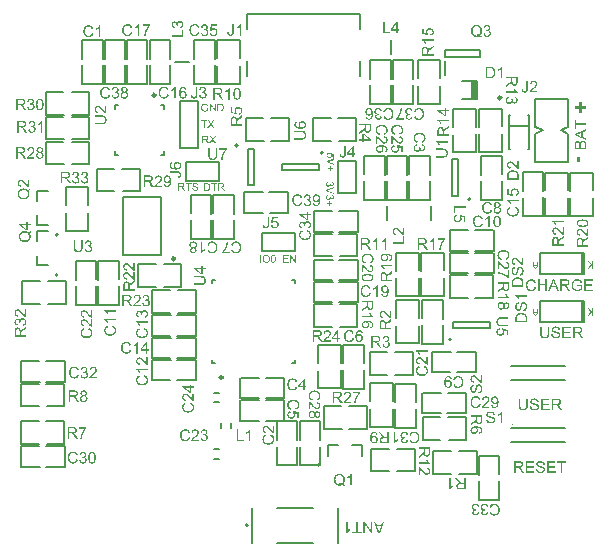
<source format=gto>
G04*
G04 #@! TF.GenerationSoftware,Altium Limited,Altium Designer,22.10.1 (41)*
G04*
G04 Layer_Color=65535*
%FSLAX44Y44*%
%MOMM*%
G71*
G04*
G04 #@! TF.SameCoordinates,6FA54AF5-B1EA-40D0-AA23-297218595CE5*
G04*
G04*
G04 #@! TF.FilePolarity,Positive*
G04*
G01*
G75*
%ADD10C,0.2500*%
%ADD11C,0.2000*%
%ADD12C,0.1000*%
%ADD13C,0.2540*%
%ADD14C,0.1270*%
%ADD15C,0.1016*%
%ADD16R,0.5080X1.5870*%
%ADD17R,0.2540X1.7780*%
G36*
X200549Y-151930D02*
X200665Y-151941D01*
X200781Y-151951D01*
X200919Y-151962D01*
X201214Y-152004D01*
X201542Y-152068D01*
X201870Y-152163D01*
X202187Y-152279D01*
X202197D01*
X202218Y-152300D01*
X202271Y-152311D01*
X202324Y-152342D01*
X202387Y-152385D01*
X202472Y-152427D01*
X202651Y-152533D01*
X202863Y-152680D01*
X203074Y-152860D01*
X203275Y-153061D01*
X203454Y-153304D01*
X203465Y-153314D01*
X203476Y-153336D01*
X203497Y-153367D01*
X203528Y-153420D01*
X203560Y-153483D01*
X203602Y-153558D01*
X203634Y-153653D01*
X203687Y-153748D01*
X203771Y-153969D01*
X203845Y-154234D01*
X203909Y-154519D01*
X203941Y-154836D01*
X202704Y-154931D01*
Y-154921D01*
X202694Y-154889D01*
Y-154847D01*
X202683Y-154783D01*
X202662Y-154699D01*
X202641Y-154614D01*
X202577Y-154413D01*
X202493Y-154191D01*
X202366Y-153959D01*
X202218Y-153737D01*
X202123Y-153642D01*
X202017Y-153547D01*
X202007Y-153536D01*
X201996Y-153526D01*
X201954Y-153505D01*
X201912Y-153473D01*
X201848Y-153441D01*
X201774Y-153399D01*
X201690Y-153357D01*
X201595Y-153304D01*
X201479Y-153262D01*
X201352Y-153219D01*
X201214Y-153177D01*
X201066Y-153145D01*
X200897Y-153114D01*
X200718Y-153092D01*
X200528Y-153071D01*
X200221D01*
X200137Y-153082D01*
X200042D01*
X199936Y-153092D01*
X199809Y-153103D01*
X199682Y-153124D01*
X199397Y-153177D01*
X199122Y-153251D01*
X198858Y-153357D01*
X198731Y-153431D01*
X198626Y-153505D01*
X198615D01*
X198605Y-153526D01*
X198541Y-153579D01*
X198456Y-153674D01*
X198361Y-153800D01*
X198266Y-153948D01*
X198182Y-154128D01*
X198118Y-154318D01*
X198108Y-154424D01*
X198097Y-154540D01*
Y-154551D01*
Y-154561D01*
X198108Y-154625D01*
X198118Y-154720D01*
X198140Y-154836D01*
X198192Y-154973D01*
X198256Y-155121D01*
X198340Y-155259D01*
X198467Y-155396D01*
X198488Y-155407D01*
X198509Y-155428D01*
X198552Y-155459D01*
X198605Y-155491D01*
X198668Y-155523D01*
X198752Y-155565D01*
X198848Y-155618D01*
X198964Y-155671D01*
X199101Y-155724D01*
X199260Y-155776D01*
X199439Y-155840D01*
X199651Y-155903D01*
X199872Y-155967D01*
X200126Y-156041D01*
X200411Y-156104D01*
X200432D01*
X200485Y-156115D01*
X200559Y-156136D01*
X200665Y-156167D01*
X200792Y-156188D01*
X200940Y-156231D01*
X201098Y-156263D01*
X201267Y-156315D01*
X201626Y-156410D01*
X201986Y-156505D01*
X202155Y-156558D01*
X202303Y-156611D01*
X202451Y-156664D01*
X202567Y-156717D01*
X202577D01*
X202609Y-156738D01*
X202651Y-156759D01*
X202704Y-156791D01*
X202778Y-156823D01*
X202863Y-156875D01*
X203042Y-156992D01*
X203254Y-157129D01*
X203454Y-157298D01*
X203655Y-157499D01*
X203740Y-157604D01*
X203824Y-157710D01*
Y-157721D01*
X203845Y-157742D01*
X203867Y-157773D01*
X203888Y-157816D01*
X203919Y-157868D01*
X203951Y-157942D01*
X204036Y-158112D01*
X204110Y-158312D01*
X204173Y-158545D01*
X204215Y-158809D01*
X204236Y-159094D01*
Y-159105D01*
Y-159126D01*
Y-159168D01*
X204226Y-159221D01*
Y-159295D01*
X204215Y-159369D01*
X204184Y-159570D01*
X204131Y-159792D01*
X204046Y-160035D01*
X203930Y-160288D01*
X203867Y-160426D01*
X203782Y-160552D01*
Y-160563D01*
X203761Y-160584D01*
X203740Y-160616D01*
X203697Y-160669D01*
X203602Y-160785D01*
X203454Y-160943D01*
X203275Y-161112D01*
X203053Y-161292D01*
X202799Y-161461D01*
X202504Y-161620D01*
X202493D01*
X202461Y-161641D01*
X202419Y-161651D01*
X202356Y-161683D01*
X202282Y-161704D01*
X202187Y-161736D01*
X202081Y-161778D01*
X201954Y-161810D01*
X201827Y-161842D01*
X201679Y-161884D01*
X201362Y-161937D01*
X201014Y-161979D01*
X200633Y-162000D01*
X200506D01*
X200411Y-161989D01*
X200295D01*
X200168Y-161979D01*
X200020Y-161968D01*
X199851Y-161947D01*
X199503Y-161905D01*
X199133Y-161842D01*
X198763Y-161746D01*
X198404Y-161620D01*
X198393D01*
X198361Y-161598D01*
X198319Y-161577D01*
X198256Y-161546D01*
X198182Y-161503D01*
X198097Y-161461D01*
X197896Y-161334D01*
X197675Y-161176D01*
X197442Y-160975D01*
X197210Y-160743D01*
X197009Y-160468D01*
X196998Y-160457D01*
X196988Y-160436D01*
X196967Y-160394D01*
X196935Y-160331D01*
X196893Y-160257D01*
X196850Y-160172D01*
X196798Y-160066D01*
X196755Y-159950D01*
X196702Y-159834D01*
X196660Y-159697D01*
X196576Y-159390D01*
X196512Y-159062D01*
X196491Y-158883D01*
X196481Y-158703D01*
X197696Y-158598D01*
Y-158608D01*
Y-158629D01*
X197706Y-158672D01*
X197717Y-158724D01*
X197728Y-158788D01*
X197738Y-158851D01*
X197780Y-159031D01*
X197833Y-159221D01*
X197896Y-159422D01*
X197981Y-159623D01*
X198087Y-159813D01*
X198097Y-159834D01*
X198150Y-159887D01*
X198224Y-159971D01*
X198330Y-160077D01*
X198467Y-160204D01*
X198636Y-160320D01*
X198837Y-160447D01*
X199069Y-160563D01*
X199080D01*
X199101Y-160574D01*
X199133Y-160584D01*
X199186Y-160605D01*
X199249Y-160626D01*
X199323Y-160658D01*
X199408Y-160679D01*
X199503Y-160700D01*
X199725Y-160753D01*
X199989Y-160806D01*
X200263Y-160838D01*
X200570Y-160848D01*
X200697D01*
X200760Y-160838D01*
X200834D01*
X201003Y-160817D01*
X201204Y-160795D01*
X201426Y-160764D01*
X201648Y-160711D01*
X201859Y-160637D01*
X201870D01*
X201880Y-160626D01*
X201912Y-160616D01*
X201954Y-160595D01*
X202049Y-160542D01*
X202176Y-160478D01*
X202313Y-160394D01*
X202461Y-160288D01*
X202588Y-160172D01*
X202704Y-160035D01*
X202715Y-160014D01*
X202747Y-159971D01*
X202799Y-159887D01*
X202852Y-159781D01*
X202894Y-159654D01*
X202947Y-159517D01*
X202979Y-159358D01*
X202990Y-159200D01*
Y-159189D01*
Y-159179D01*
Y-159126D01*
X202979Y-159031D01*
X202958Y-158925D01*
X202926Y-158798D01*
X202873Y-158661D01*
X202810Y-158524D01*
X202715Y-158397D01*
X202704Y-158386D01*
X202662Y-158344D01*
X202599Y-158281D01*
X202504Y-158196D01*
X202387Y-158112D01*
X202229Y-158017D01*
X202049Y-157921D01*
X201838Y-157826D01*
X201817Y-157816D01*
X201796Y-157805D01*
X201753Y-157795D01*
X201711Y-157784D01*
X201648Y-157763D01*
X201563Y-157731D01*
X201479Y-157710D01*
X201362Y-157678D01*
X201246Y-157636D01*
X201098Y-157604D01*
X200940Y-157562D01*
X200760Y-157509D01*
X200570Y-157467D01*
X200348Y-157404D01*
X200105Y-157351D01*
X200094D01*
X200052Y-157340D01*
X199978Y-157319D01*
X199894Y-157298D01*
X199777Y-157266D01*
X199651Y-157235D01*
X199524Y-157192D01*
X199376Y-157150D01*
X199059Y-157055D01*
X198752Y-156949D01*
X198605Y-156896D01*
X198467Y-156844D01*
X198340Y-156791D01*
X198235Y-156738D01*
X198224D01*
X198203Y-156717D01*
X198171Y-156696D01*
X198118Y-156674D01*
X197992Y-156601D01*
X197844Y-156495D01*
X197664Y-156357D01*
X197495Y-156210D01*
X197326Y-156030D01*
X197189Y-155840D01*
Y-155829D01*
X197178Y-155819D01*
X197157Y-155787D01*
X197136Y-155745D01*
X197083Y-155628D01*
X197020Y-155480D01*
X196956Y-155301D01*
X196903Y-155090D01*
X196861Y-154857D01*
X196850Y-154614D01*
Y-154604D01*
Y-154582D01*
Y-154540D01*
X196861Y-154487D01*
Y-154424D01*
X196872Y-154350D01*
X196903Y-154160D01*
X196956Y-153948D01*
X197020Y-153727D01*
X197125Y-153483D01*
X197262Y-153240D01*
Y-153230D01*
X197284Y-153209D01*
X197305Y-153177D01*
X197337Y-153135D01*
X197442Y-153019D01*
X197579Y-152871D01*
X197749Y-152712D01*
X197960Y-152554D01*
X198203Y-152395D01*
X198488Y-152258D01*
X198499D01*
X198520Y-152247D01*
X198573Y-152226D01*
X198626Y-152205D01*
X198700Y-152184D01*
X198795Y-152152D01*
X198900Y-152120D01*
X199017Y-152089D01*
X199143Y-152057D01*
X199281Y-152025D01*
X199577Y-151973D01*
X199915Y-151930D01*
X200274Y-151920D01*
X200454D01*
X200549Y-151930D01*
D02*
G37*
G36*
X222062Y-153240D02*
X218850D01*
Y-161842D01*
X217561D01*
Y-153240D01*
X214348D01*
Y-152089D01*
X222062D01*
Y-153240D01*
D02*
G37*
G36*
X213080D02*
X207311D01*
Y-156220D01*
X212711D01*
Y-157372D01*
X207311D01*
Y-160690D01*
X213302D01*
Y-161842D01*
X206022D01*
Y-152089D01*
X213080D01*
Y-153240D01*
D02*
G37*
G36*
X194906D02*
X189137D01*
Y-156220D01*
X194536D01*
Y-157372D01*
X189137D01*
Y-160690D01*
X195128D01*
Y-161842D01*
X187848D01*
Y-152089D01*
X194906D01*
Y-153240D01*
D02*
G37*
G36*
X182649Y-152099D02*
X182765D01*
X182903Y-152110D01*
X183061Y-152120D01*
X183378Y-152152D01*
X183706Y-152205D01*
X184023Y-152268D01*
X184160Y-152311D01*
X184298Y-152353D01*
X184308D01*
X184329Y-152363D01*
X184361Y-152385D01*
X184414Y-152406D01*
X184541Y-152469D01*
X184688Y-152564D01*
X184868Y-152691D01*
X185048Y-152860D01*
X185227Y-153050D01*
X185386Y-153283D01*
Y-153293D01*
X185407Y-153314D01*
X185428Y-153346D01*
X185449Y-153399D01*
X185481Y-153462D01*
X185513Y-153536D01*
X185555Y-153621D01*
X185597Y-153716D01*
X185671Y-153938D01*
X185735Y-154181D01*
X185777Y-154456D01*
X185798Y-154752D01*
Y-154762D01*
Y-154794D01*
Y-154857D01*
X185787Y-154921D01*
X185777Y-155016D01*
X185766Y-155121D01*
X185745Y-155238D01*
X185714Y-155364D01*
X185629Y-155639D01*
X185576Y-155787D01*
X185513Y-155935D01*
X185439Y-156083D01*
X185344Y-156231D01*
X185238Y-156368D01*
X185122Y-156505D01*
X185111Y-156516D01*
X185090Y-156537D01*
X185048Y-156569D01*
X184995Y-156622D01*
X184921Y-156674D01*
X184837Y-156738D01*
X184731Y-156812D01*
X184604Y-156886D01*
X184467Y-156960D01*
X184319Y-157034D01*
X184150Y-157108D01*
X183959Y-157182D01*
X183759Y-157245D01*
X183537Y-157309D01*
X183294Y-157361D01*
X183040Y-157404D01*
X183051D01*
X183061Y-157414D01*
X183125Y-157446D01*
X183220Y-157499D01*
X183336Y-157562D01*
X183463Y-157636D01*
X183590Y-157710D01*
X183716Y-157805D01*
X183822Y-157890D01*
X183833Y-157900D01*
X183843Y-157911D01*
X183875Y-157942D01*
X183917Y-157985D01*
X183970Y-158038D01*
X184033Y-158101D01*
X184171Y-158249D01*
X184329Y-158439D01*
X184509Y-158661D01*
X184699Y-158915D01*
X184889Y-159189D01*
X186580Y-161842D01*
X184963D01*
X183674Y-159813D01*
X183664Y-159802D01*
X183653Y-159770D01*
X183621Y-159728D01*
X183579Y-159665D01*
X183537Y-159591D01*
X183473Y-159506D01*
X183347Y-159316D01*
X183199Y-159094D01*
X183051Y-158872D01*
X182892Y-158661D01*
X182744Y-158471D01*
Y-158460D01*
X182723Y-158450D01*
X182681Y-158397D01*
X182617Y-158312D01*
X182522Y-158217D01*
X182427Y-158112D01*
X182311Y-158006D01*
X182195Y-157900D01*
X182089Y-157826D01*
X182079Y-157816D01*
X182036Y-157795D01*
X181984Y-157763D01*
X181910Y-157721D01*
X181814Y-157678D01*
X181719Y-157636D01*
X181614Y-157594D01*
X181497Y-157562D01*
X181487D01*
X181455Y-157552D01*
X181402Y-157541D01*
X181328Y-157530D01*
X181223D01*
X181096Y-157520D01*
X180948Y-157509D01*
X179289D01*
Y-161842D01*
X178000D01*
Y-152089D01*
X182533D01*
X182649Y-152099D01*
D02*
G37*
G36*
X195462Y-98930D02*
X195578Y-98941D01*
X195694Y-98951D01*
X195831Y-98962D01*
X196127Y-99004D01*
X196455Y-99068D01*
X196782Y-99163D01*
X197099Y-99279D01*
X197110D01*
X197131Y-99300D01*
X197184Y-99311D01*
X197237Y-99342D01*
X197300Y-99385D01*
X197385Y-99427D01*
X197564Y-99532D01*
X197776Y-99680D01*
X197987Y-99860D01*
X198188Y-100061D01*
X198367Y-100304D01*
X198378Y-100314D01*
X198389Y-100336D01*
X198410Y-100367D01*
X198441Y-100420D01*
X198473Y-100484D01*
X198515Y-100557D01*
X198547Y-100653D01*
X198600Y-100748D01*
X198684Y-100969D01*
X198758Y-101234D01*
X198822Y-101519D01*
X198853Y-101836D01*
X197617Y-101931D01*
Y-101920D01*
X197607Y-101889D01*
Y-101847D01*
X197596Y-101783D01*
X197575Y-101699D01*
X197554Y-101614D01*
X197490Y-101413D01*
X197406Y-101191D01*
X197279Y-100959D01*
X197131Y-100737D01*
X197036Y-100642D01*
X196930Y-100547D01*
X196920Y-100536D01*
X196909Y-100526D01*
X196867Y-100505D01*
X196825Y-100473D01*
X196761Y-100441D01*
X196687Y-100399D01*
X196603Y-100357D01*
X196508Y-100304D01*
X196391Y-100262D01*
X196265Y-100219D01*
X196127Y-100177D01*
X195979Y-100145D01*
X195810Y-100114D01*
X195631Y-100092D01*
X195441Y-100071D01*
X195134D01*
X195049Y-100082D01*
X194954D01*
X194849Y-100092D01*
X194722Y-100103D01*
X194595Y-100124D01*
X194310Y-100177D01*
X194035Y-100251D01*
X193771Y-100357D01*
X193644Y-100431D01*
X193538Y-100505D01*
X193528D01*
X193517Y-100526D01*
X193454Y-100579D01*
X193369Y-100674D01*
X193274Y-100801D01*
X193179Y-100948D01*
X193095Y-101128D01*
X193031Y-101318D01*
X193021Y-101424D01*
X193010Y-101540D01*
Y-101551D01*
Y-101561D01*
X193021Y-101625D01*
X193031Y-101720D01*
X193052Y-101836D01*
X193105Y-101973D01*
X193169Y-102121D01*
X193253Y-102259D01*
X193380Y-102396D01*
X193401Y-102407D01*
X193422Y-102428D01*
X193465Y-102459D01*
X193517Y-102491D01*
X193581Y-102523D01*
X193665Y-102565D01*
X193760Y-102618D01*
X193877Y-102671D01*
X194014Y-102724D01*
X194172Y-102776D01*
X194352Y-102840D01*
X194563Y-102903D01*
X194785Y-102967D01*
X195039Y-103041D01*
X195324Y-103104D01*
X195345D01*
X195398Y-103115D01*
X195472Y-103136D01*
X195578Y-103167D01*
X195705Y-103188D01*
X195853Y-103231D01*
X196011Y-103263D01*
X196180Y-103315D01*
X196539Y-103410D01*
X196899Y-103505D01*
X197068Y-103558D01*
X197216Y-103611D01*
X197363Y-103664D01*
X197480Y-103717D01*
X197490D01*
X197522Y-103738D01*
X197564Y-103759D01*
X197617Y-103791D01*
X197691Y-103822D01*
X197776Y-103875D01*
X197955Y-103991D01*
X198167Y-104129D01*
X198367Y-104298D01*
X198568Y-104499D01*
X198653Y-104604D01*
X198737Y-104710D01*
Y-104721D01*
X198758Y-104742D01*
X198779Y-104774D01*
X198801Y-104816D01*
X198832Y-104868D01*
X198864Y-104943D01*
X198948Y-105112D01*
X199023Y-105312D01*
X199086Y-105545D01*
X199128Y-105809D01*
X199149Y-106094D01*
Y-106105D01*
Y-106126D01*
Y-106168D01*
X199139Y-106221D01*
Y-106295D01*
X199128Y-106369D01*
X199096Y-106570D01*
X199044Y-106792D01*
X198959Y-107035D01*
X198843Y-107288D01*
X198779Y-107426D01*
X198695Y-107552D01*
Y-107563D01*
X198674Y-107584D01*
X198653Y-107616D01*
X198610Y-107669D01*
X198515Y-107785D01*
X198367Y-107943D01*
X198188Y-108112D01*
X197966Y-108292D01*
X197712Y-108461D01*
X197416Y-108620D01*
X197406D01*
X197374Y-108641D01*
X197332Y-108651D01*
X197268Y-108683D01*
X197194Y-108704D01*
X197099Y-108736D01*
X196994Y-108778D01*
X196867Y-108810D01*
X196740Y-108841D01*
X196592Y-108884D01*
X196275Y-108937D01*
X195926Y-108979D01*
X195546Y-109000D01*
X195419D01*
X195324Y-108989D01*
X195208D01*
X195081Y-108979D01*
X194933Y-108968D01*
X194764Y-108947D01*
X194415Y-108905D01*
X194046Y-108841D01*
X193676Y-108746D01*
X193317Y-108620D01*
X193306D01*
X193274Y-108598D01*
X193232Y-108577D01*
X193169Y-108546D01*
X193095Y-108503D01*
X193010Y-108461D01*
X192809Y-108334D01*
X192588Y-108176D01*
X192355Y-107975D01*
X192123Y-107743D01*
X191922Y-107468D01*
X191911Y-107457D01*
X191901Y-107436D01*
X191880Y-107394D01*
X191848Y-107331D01*
X191806Y-107257D01*
X191763Y-107172D01*
X191710Y-107066D01*
X191668Y-106950D01*
X191615Y-106834D01*
X191573Y-106697D01*
X191489Y-106390D01*
X191425Y-106063D01*
X191404Y-105883D01*
X191394Y-105703D01*
X192609Y-105598D01*
Y-105608D01*
Y-105629D01*
X192619Y-105672D01*
X192630Y-105724D01*
X192640Y-105788D01*
X192651Y-105851D01*
X192693Y-106031D01*
X192746Y-106221D01*
X192809Y-106422D01*
X192894Y-106623D01*
X193000Y-106813D01*
X193010Y-106834D01*
X193063Y-106887D01*
X193137Y-106971D01*
X193243Y-107077D01*
X193380Y-107204D01*
X193549Y-107320D01*
X193750Y-107447D01*
X193982Y-107563D01*
X193993D01*
X194014Y-107573D01*
X194046Y-107584D01*
X194098Y-107605D01*
X194162Y-107626D01*
X194236Y-107658D01*
X194320Y-107679D01*
X194415Y-107700D01*
X194637Y-107753D01*
X194902Y-107806D01*
X195176Y-107838D01*
X195483Y-107848D01*
X195609D01*
X195673Y-107838D01*
X195747D01*
X195916Y-107817D01*
X196117Y-107795D01*
X196339Y-107764D01*
X196560Y-107711D01*
X196772Y-107637D01*
X196782D01*
X196793Y-107626D01*
X196825Y-107616D01*
X196867Y-107595D01*
X196962Y-107542D01*
X197089Y-107478D01*
X197226Y-107394D01*
X197374Y-107288D01*
X197501Y-107172D01*
X197617Y-107035D01*
X197628Y-107014D01*
X197659Y-106971D01*
X197712Y-106887D01*
X197765Y-106781D01*
X197807Y-106654D01*
X197860Y-106517D01*
X197892Y-106358D01*
X197902Y-106200D01*
Y-106189D01*
Y-106179D01*
Y-106126D01*
X197892Y-106031D01*
X197871Y-105925D01*
X197839Y-105798D01*
X197786Y-105661D01*
X197723Y-105524D01*
X197628Y-105397D01*
X197617Y-105386D01*
X197575Y-105344D01*
X197512Y-105281D01*
X197416Y-105196D01*
X197300Y-105112D01*
X197142Y-105016D01*
X196962Y-104921D01*
X196751Y-104826D01*
X196730Y-104816D01*
X196708Y-104805D01*
X196666Y-104795D01*
X196624Y-104784D01*
X196560Y-104763D01*
X196476Y-104731D01*
X196391Y-104710D01*
X196275Y-104678D01*
X196159Y-104636D01*
X196011Y-104604D01*
X195853Y-104562D01*
X195673Y-104509D01*
X195483Y-104467D01*
X195261Y-104404D01*
X195018Y-104351D01*
X195007D01*
X194965Y-104340D01*
X194891Y-104319D01*
X194806Y-104298D01*
X194690Y-104266D01*
X194563Y-104235D01*
X194437Y-104192D01*
X194289Y-104150D01*
X193972Y-104055D01*
X193665Y-103949D01*
X193517Y-103896D01*
X193380Y-103844D01*
X193253Y-103791D01*
X193148Y-103738D01*
X193137D01*
X193116Y-103717D01*
X193084Y-103696D01*
X193031Y-103674D01*
X192904Y-103601D01*
X192757Y-103495D01*
X192577Y-103358D01*
X192408Y-103210D01*
X192239Y-103030D01*
X192101Y-102840D01*
Y-102829D01*
X192091Y-102819D01*
X192070Y-102787D01*
X192049Y-102745D01*
X191996Y-102628D01*
X191932Y-102480D01*
X191869Y-102301D01*
X191816Y-102090D01*
X191774Y-101857D01*
X191763Y-101614D01*
Y-101603D01*
Y-101582D01*
Y-101540D01*
X191774Y-101487D01*
Y-101424D01*
X191784Y-101350D01*
X191816Y-101160D01*
X191869Y-100948D01*
X191932Y-100726D01*
X192038Y-100484D01*
X192175Y-100240D01*
Y-100230D01*
X192197Y-100209D01*
X192218Y-100177D01*
X192249Y-100135D01*
X192355Y-100019D01*
X192492Y-99871D01*
X192661Y-99712D01*
X192873Y-99554D01*
X193116Y-99395D01*
X193401Y-99258D01*
X193412D01*
X193433Y-99247D01*
X193486Y-99226D01*
X193538Y-99205D01*
X193612Y-99184D01*
X193708Y-99152D01*
X193813Y-99120D01*
X193930Y-99089D01*
X194056Y-99057D01*
X194194Y-99025D01*
X194489Y-98973D01*
X194828Y-98930D01*
X195187Y-98920D01*
X195366D01*
X195462Y-98930D01*
D02*
G37*
G36*
X189671Y-104721D02*
Y-104742D01*
Y-104784D01*
Y-104858D01*
Y-104964D01*
X189661Y-105090D01*
X189650Y-105228D01*
X189639Y-105386D01*
X189629Y-105566D01*
X189587Y-105936D01*
X189534Y-106327D01*
X189449Y-106707D01*
X189396Y-106887D01*
X189333Y-107056D01*
Y-107066D01*
X189322Y-107098D01*
X189301Y-107140D01*
X189270Y-107204D01*
X189227Y-107278D01*
X189185Y-107362D01*
X189058Y-107552D01*
X188984Y-107669D01*
X188900Y-107774D01*
X188794Y-107901D01*
X188689Y-108017D01*
X188562Y-108134D01*
X188435Y-108250D01*
X188287Y-108356D01*
X188129Y-108461D01*
X188118Y-108472D01*
X188086Y-108482D01*
X188044Y-108514D01*
X187970Y-108546D01*
X187885Y-108588D01*
X187780Y-108630D01*
X187664Y-108683D01*
X187516Y-108725D01*
X187368Y-108778D01*
X187199Y-108831D01*
X187008Y-108873D01*
X186808Y-108916D01*
X186586Y-108947D01*
X186353Y-108979D01*
X186110Y-108989D01*
X185857Y-109000D01*
X185719D01*
X185624Y-108989D01*
X185508D01*
X185381Y-108979D01*
X185223Y-108958D01*
X185064Y-108937D01*
X184705Y-108884D01*
X184325Y-108799D01*
X183955Y-108683D01*
X183775Y-108620D01*
X183606Y-108535D01*
X183596Y-108525D01*
X183564Y-108514D01*
X183522Y-108482D01*
X183469Y-108451D01*
X183395Y-108398D01*
X183310Y-108334D01*
X183226Y-108271D01*
X183131Y-108186D01*
X182919Y-107996D01*
X182719Y-107764D01*
X182528Y-107489D01*
X182444Y-107331D01*
X182370Y-107172D01*
Y-107162D01*
X182359Y-107130D01*
X182338Y-107077D01*
X182317Y-107003D01*
X182285Y-106918D01*
X182254Y-106802D01*
X182222Y-106675D01*
X182190Y-106528D01*
X182148Y-106358D01*
X182116Y-106179D01*
X182085Y-105978D01*
X182063Y-105756D01*
X182032Y-105524D01*
X182021Y-105270D01*
X182000Y-105006D01*
Y-104721D01*
Y-99089D01*
X183289D01*
Y-104721D01*
Y-104731D01*
Y-104774D01*
Y-104837D01*
Y-104932D01*
X183300Y-105038D01*
Y-105154D01*
X183310Y-105291D01*
X183321Y-105429D01*
X183342Y-105735D01*
X183384Y-106041D01*
X183448Y-106337D01*
X183479Y-106475D01*
X183522Y-106591D01*
Y-106601D01*
X183532Y-106612D01*
X183543Y-106644D01*
X183564Y-106686D01*
X183627Y-106802D01*
X183712Y-106929D01*
X183817Y-107087D01*
X183955Y-107235D01*
X184124Y-107383D01*
X184325Y-107521D01*
X184335D01*
X184356Y-107531D01*
X184388Y-107552D01*
X184430Y-107573D01*
X184483Y-107595D01*
X184557Y-107616D01*
X184631Y-107647D01*
X184716Y-107679D01*
X184927Y-107732D01*
X185170Y-107785D01*
X185445Y-107827D01*
X185741Y-107838D01*
X185878D01*
X185973Y-107827D01*
X186089Y-107817D01*
X186227Y-107806D01*
X186374Y-107785D01*
X186533Y-107753D01*
X186861Y-107679D01*
X187030Y-107626D01*
X187199Y-107563D01*
X187357Y-107489D01*
X187505Y-107404D01*
X187642Y-107309D01*
X187769Y-107193D01*
X187780Y-107183D01*
X187801Y-107162D01*
X187822Y-107119D01*
X187864Y-107066D01*
X187907Y-106992D01*
X187959Y-106897D01*
X188023Y-106781D01*
X188076Y-106644D01*
X188129Y-106485D01*
X188192Y-106306D01*
X188245Y-106105D01*
X188287Y-105883D01*
X188329Y-105629D01*
X188361Y-105355D01*
X188372Y-105048D01*
X188382Y-104721D01*
Y-99089D01*
X189671D01*
Y-104721D01*
D02*
G37*
G36*
X214661Y-99099D02*
X214777D01*
X214914Y-99110D01*
X215073Y-99120D01*
X215390Y-99152D01*
X215717Y-99205D01*
X216034Y-99268D01*
X216172Y-99311D01*
X216309Y-99353D01*
X216320D01*
X216341Y-99363D01*
X216373Y-99385D01*
X216425Y-99406D01*
X216552Y-99469D01*
X216700Y-99564D01*
X216880Y-99691D01*
X217059Y-99860D01*
X217239Y-100050D01*
X217397Y-100283D01*
Y-100293D01*
X217419Y-100314D01*
X217440Y-100346D01*
X217461Y-100399D01*
X217493Y-100462D01*
X217524Y-100536D01*
X217567Y-100621D01*
X217609Y-100716D01*
X217683Y-100938D01*
X217746Y-101181D01*
X217788Y-101456D01*
X217810Y-101751D01*
Y-101762D01*
Y-101794D01*
Y-101857D01*
X217799Y-101920D01*
X217788Y-102016D01*
X217778Y-102121D01*
X217757Y-102238D01*
X217725Y-102364D01*
X217640Y-102639D01*
X217588Y-102787D01*
X217524Y-102935D01*
X217450Y-103083D01*
X217355Y-103231D01*
X217250Y-103368D01*
X217133Y-103505D01*
X217123Y-103516D01*
X217102Y-103537D01*
X217059Y-103569D01*
X217006Y-103622D01*
X216933Y-103674D01*
X216848Y-103738D01*
X216742Y-103812D01*
X216616Y-103886D01*
X216478Y-103960D01*
X216330Y-104034D01*
X216161Y-104108D01*
X215971Y-104182D01*
X215770Y-104245D01*
X215548Y-104309D01*
X215305Y-104361D01*
X215052Y-104404D01*
X215062D01*
X215073Y-104414D01*
X215136Y-104446D01*
X215231Y-104499D01*
X215348Y-104562D01*
X215474Y-104636D01*
X215601Y-104710D01*
X215728Y-104805D01*
X215834Y-104890D01*
X215844Y-104900D01*
X215855Y-104911D01*
X215886Y-104943D01*
X215929Y-104985D01*
X215982Y-105038D01*
X216045Y-105101D01*
X216182Y-105249D01*
X216341Y-105439D01*
X216520Y-105661D01*
X216711Y-105915D01*
X216901Y-106189D01*
X218591Y-108841D01*
X216975D01*
X215686Y-106813D01*
X215675Y-106802D01*
X215665Y-106770D01*
X215633Y-106728D01*
X215591Y-106665D01*
X215548Y-106591D01*
X215485Y-106506D01*
X215358Y-106316D01*
X215210Y-106094D01*
X215062Y-105872D01*
X214904Y-105661D01*
X214756Y-105471D01*
Y-105460D01*
X214735Y-105450D01*
X214692Y-105397D01*
X214629Y-105312D01*
X214534Y-105217D01*
X214439Y-105112D01*
X214323Y-105006D01*
X214206Y-104900D01*
X214101Y-104826D01*
X214090Y-104816D01*
X214048Y-104795D01*
X213995Y-104763D01*
X213921Y-104721D01*
X213826Y-104678D01*
X213731Y-104636D01*
X213625Y-104594D01*
X213509Y-104562D01*
X213498D01*
X213467Y-104552D01*
X213414Y-104541D01*
X213340Y-104530D01*
X213234D01*
X213107Y-104520D01*
X212959Y-104509D01*
X211301D01*
Y-108841D01*
X210012D01*
Y-99089D01*
X214545D01*
X214661Y-99099D01*
D02*
G37*
G36*
X207993Y-100240D02*
X202224D01*
Y-103220D01*
X207624D01*
Y-104372D01*
X202224D01*
Y-107690D01*
X208215D01*
Y-108841D01*
X200935D01*
Y-99089D01*
X207993D01*
Y-100240D01*
D02*
G37*
G36*
X213462Y-37930D02*
X213578Y-37941D01*
X213694Y-37951D01*
X213831Y-37962D01*
X214127Y-38004D01*
X214455Y-38068D01*
X214782Y-38163D01*
X215099Y-38279D01*
X215110D01*
X215131Y-38300D01*
X215184Y-38311D01*
X215237Y-38342D01*
X215300Y-38385D01*
X215385Y-38427D01*
X215564Y-38533D01*
X215776Y-38680D01*
X215987Y-38860D01*
X216188Y-39061D01*
X216367Y-39304D01*
X216378Y-39314D01*
X216388Y-39336D01*
X216410Y-39367D01*
X216441Y-39420D01*
X216473Y-39483D01*
X216515Y-39557D01*
X216547Y-39653D01*
X216600Y-39748D01*
X216684Y-39969D01*
X216758Y-40234D01*
X216822Y-40519D01*
X216853Y-40836D01*
X215617Y-40931D01*
Y-40921D01*
X215607Y-40889D01*
Y-40847D01*
X215596Y-40783D01*
X215575Y-40699D01*
X215554Y-40614D01*
X215490Y-40413D01*
X215406Y-40191D01*
X215279Y-39959D01*
X215131Y-39737D01*
X215036Y-39642D01*
X214930Y-39547D01*
X214920Y-39536D01*
X214909Y-39526D01*
X214867Y-39505D01*
X214825Y-39473D01*
X214761Y-39441D01*
X214687Y-39399D01*
X214603Y-39357D01*
X214508Y-39304D01*
X214391Y-39262D01*
X214265Y-39219D01*
X214127Y-39177D01*
X213979Y-39145D01*
X213810Y-39114D01*
X213631Y-39093D01*
X213440Y-39071D01*
X213134D01*
X213050Y-39082D01*
X212954D01*
X212849Y-39093D01*
X212722Y-39103D01*
X212595Y-39124D01*
X212310Y-39177D01*
X212035Y-39251D01*
X211771Y-39357D01*
X211644Y-39431D01*
X211539Y-39505D01*
X211528D01*
X211517Y-39526D01*
X211454Y-39579D01*
X211369Y-39674D01*
X211274Y-39801D01*
X211179Y-39948D01*
X211095Y-40128D01*
X211031Y-40318D01*
X211021Y-40424D01*
X211010Y-40540D01*
Y-40551D01*
Y-40561D01*
X211021Y-40625D01*
X211031Y-40720D01*
X211052Y-40836D01*
X211105Y-40973D01*
X211169Y-41121D01*
X211253Y-41259D01*
X211380Y-41396D01*
X211401Y-41407D01*
X211422Y-41428D01*
X211465Y-41459D01*
X211517Y-41491D01*
X211581Y-41523D01*
X211665Y-41565D01*
X211760Y-41618D01*
X211877Y-41671D01*
X212014Y-41724D01*
X212173Y-41776D01*
X212352Y-41840D01*
X212563Y-41903D01*
X212785Y-41967D01*
X213039Y-42041D01*
X213324Y-42104D01*
X213345D01*
X213398Y-42115D01*
X213472Y-42136D01*
X213578Y-42167D01*
X213705Y-42189D01*
X213853Y-42231D01*
X214011Y-42263D01*
X214180Y-42315D01*
X214539Y-42410D01*
X214899Y-42505D01*
X215068Y-42558D01*
X215216Y-42611D01*
X215364Y-42664D01*
X215480Y-42717D01*
X215490D01*
X215522Y-42738D01*
X215564Y-42759D01*
X215617Y-42791D01*
X215691Y-42822D01*
X215776Y-42875D01*
X215955Y-42991D01*
X216167Y-43129D01*
X216367Y-43298D01*
X216568Y-43499D01*
X216653Y-43604D01*
X216737Y-43710D01*
Y-43721D01*
X216758Y-43742D01*
X216779Y-43773D01*
X216801Y-43816D01*
X216832Y-43868D01*
X216864Y-43942D01*
X216949Y-44112D01*
X217022Y-44312D01*
X217086Y-44545D01*
X217128Y-44809D01*
X217149Y-45094D01*
Y-45105D01*
Y-45126D01*
Y-45168D01*
X217139Y-45221D01*
Y-45295D01*
X217128Y-45369D01*
X217096Y-45570D01*
X217044Y-45792D01*
X216959Y-46035D01*
X216843Y-46288D01*
X216779Y-46426D01*
X216695Y-46552D01*
Y-46563D01*
X216674Y-46584D01*
X216653Y-46616D01*
X216610Y-46669D01*
X216515Y-46785D01*
X216367Y-46943D01*
X216188Y-47112D01*
X215966Y-47292D01*
X215712Y-47461D01*
X215416Y-47620D01*
X215406D01*
X215374Y-47641D01*
X215332Y-47651D01*
X215268Y-47683D01*
X215194Y-47704D01*
X215099Y-47736D01*
X214994Y-47778D01*
X214867Y-47810D01*
X214740Y-47842D01*
X214592Y-47884D01*
X214275Y-47937D01*
X213927Y-47979D01*
X213546Y-48000D01*
X213419D01*
X213324Y-47989D01*
X213208D01*
X213081Y-47979D01*
X212933Y-47968D01*
X212764Y-47947D01*
X212416Y-47905D01*
X212046Y-47842D01*
X211676Y-47746D01*
X211317Y-47620D01*
X211306D01*
X211274Y-47599D01*
X211232Y-47577D01*
X211169Y-47546D01*
X211095Y-47503D01*
X211010Y-47461D01*
X210809Y-47334D01*
X210588Y-47176D01*
X210355Y-46975D01*
X210123Y-46743D01*
X209922Y-46468D01*
X209911Y-46457D01*
X209901Y-46436D01*
X209880Y-46394D01*
X209848Y-46330D01*
X209806Y-46256D01*
X209763Y-46172D01*
X209711Y-46066D01*
X209668Y-45950D01*
X209615Y-45834D01*
X209573Y-45697D01*
X209489Y-45390D01*
X209425Y-45062D01*
X209404Y-44883D01*
X209394Y-44703D01*
X210609Y-44598D01*
Y-44608D01*
Y-44629D01*
X210619Y-44672D01*
X210630Y-44724D01*
X210640Y-44788D01*
X210651Y-44851D01*
X210693Y-45031D01*
X210746Y-45221D01*
X210809Y-45422D01*
X210894Y-45623D01*
X211000Y-45813D01*
X211010Y-45834D01*
X211063Y-45887D01*
X211137Y-45971D01*
X211243Y-46077D01*
X211380Y-46204D01*
X211549Y-46320D01*
X211750Y-46447D01*
X211982Y-46563D01*
X211993D01*
X212014Y-46574D01*
X212046Y-46584D01*
X212099Y-46605D01*
X212162Y-46626D01*
X212236Y-46658D01*
X212320Y-46679D01*
X212416Y-46700D01*
X212637Y-46753D01*
X212902Y-46806D01*
X213176Y-46838D01*
X213483Y-46848D01*
X213610D01*
X213673Y-46838D01*
X213747D01*
X213916Y-46817D01*
X214117Y-46795D01*
X214339Y-46764D01*
X214561Y-46711D01*
X214772Y-46637D01*
X214782D01*
X214793Y-46626D01*
X214825Y-46616D01*
X214867Y-46595D01*
X214962Y-46542D01*
X215089Y-46478D01*
X215226Y-46394D01*
X215374Y-46288D01*
X215501Y-46172D01*
X215617Y-46035D01*
X215628Y-46013D01*
X215659Y-45971D01*
X215712Y-45887D01*
X215765Y-45781D01*
X215807Y-45654D01*
X215860Y-45517D01*
X215892Y-45358D01*
X215902Y-45200D01*
Y-45189D01*
Y-45179D01*
Y-45126D01*
X215892Y-45031D01*
X215871Y-44925D01*
X215839Y-44798D01*
X215786Y-44661D01*
X215723Y-44524D01*
X215628Y-44397D01*
X215617Y-44386D01*
X215575Y-44344D01*
X215511Y-44281D01*
X215416Y-44196D01*
X215300Y-44112D01*
X215142Y-44016D01*
X214962Y-43921D01*
X214751Y-43826D01*
X214730Y-43816D01*
X214708Y-43805D01*
X214666Y-43795D01*
X214624Y-43784D01*
X214561Y-43763D01*
X214476Y-43731D01*
X214391Y-43710D01*
X214275Y-43678D01*
X214159Y-43636D01*
X214011Y-43604D01*
X213853Y-43562D01*
X213673Y-43509D01*
X213483Y-43467D01*
X213261Y-43404D01*
X213018Y-43351D01*
X213007D01*
X212965Y-43340D01*
X212891Y-43319D01*
X212806Y-43298D01*
X212690Y-43266D01*
X212563Y-43235D01*
X212437Y-43192D01*
X212289Y-43150D01*
X211972Y-43055D01*
X211665Y-42949D01*
X211517Y-42896D01*
X211380Y-42844D01*
X211253Y-42791D01*
X211148Y-42738D01*
X211137D01*
X211116Y-42717D01*
X211084Y-42696D01*
X211031Y-42674D01*
X210905Y-42601D01*
X210757Y-42495D01*
X210577Y-42358D01*
X210408Y-42210D01*
X210239Y-42030D01*
X210102Y-41840D01*
Y-41829D01*
X210091Y-41819D01*
X210070Y-41787D01*
X210049Y-41745D01*
X209996Y-41628D01*
X209932Y-41480D01*
X209869Y-41301D01*
X209816Y-41090D01*
X209774Y-40857D01*
X209763Y-40614D01*
Y-40603D01*
Y-40582D01*
Y-40540D01*
X209774Y-40487D01*
Y-40424D01*
X209785Y-40350D01*
X209816Y-40160D01*
X209869Y-39948D01*
X209932Y-39727D01*
X210038Y-39483D01*
X210175Y-39241D01*
Y-39230D01*
X210197Y-39209D01*
X210218Y-39177D01*
X210249Y-39135D01*
X210355Y-39019D01*
X210492Y-38871D01*
X210662Y-38712D01*
X210873Y-38554D01*
X211116Y-38395D01*
X211401Y-38258D01*
X211412D01*
X211433Y-38247D01*
X211486Y-38226D01*
X211539Y-38205D01*
X211612Y-38184D01*
X211708Y-38152D01*
X211813Y-38120D01*
X211929Y-38089D01*
X212056Y-38057D01*
X212194Y-38025D01*
X212489Y-37973D01*
X212828Y-37930D01*
X213187Y-37920D01*
X213367D01*
X213462Y-37930D01*
D02*
G37*
G36*
X207671Y-43721D02*
Y-43742D01*
Y-43784D01*
Y-43858D01*
Y-43964D01*
X207661Y-44090D01*
X207650Y-44228D01*
X207640Y-44386D01*
X207629Y-44566D01*
X207587Y-44936D01*
X207534Y-45327D01*
X207449Y-45707D01*
X207397Y-45887D01*
X207333Y-46056D01*
Y-46066D01*
X207323Y-46098D01*
X207301Y-46140D01*
X207270Y-46204D01*
X207227Y-46278D01*
X207185Y-46362D01*
X207058Y-46552D01*
X206984Y-46669D01*
X206900Y-46774D01*
X206794Y-46901D01*
X206688Y-47017D01*
X206562Y-47134D01*
X206435Y-47250D01*
X206287Y-47355D01*
X206129Y-47461D01*
X206118Y-47472D01*
X206086Y-47482D01*
X206044Y-47514D01*
X205970Y-47546D01*
X205886Y-47588D01*
X205780Y-47630D01*
X205664Y-47683D01*
X205516Y-47725D01*
X205368Y-47778D01*
X205199Y-47831D01*
X205009Y-47873D01*
X204808Y-47916D01*
X204586Y-47947D01*
X204353Y-47979D01*
X204110Y-47989D01*
X203857Y-48000D01*
X203719D01*
X203624Y-47989D01*
X203508D01*
X203381Y-47979D01*
X203223Y-47958D01*
X203064Y-47937D01*
X202705Y-47884D01*
X202325Y-47799D01*
X201955Y-47683D01*
X201775Y-47620D01*
X201606Y-47535D01*
X201595Y-47524D01*
X201564Y-47514D01*
X201522Y-47482D01*
X201469Y-47451D01*
X201395Y-47398D01*
X201310Y-47334D01*
X201226Y-47271D01*
X201131Y-47186D01*
X200919Y-46996D01*
X200718Y-46764D01*
X200528Y-46489D01*
X200444Y-46330D01*
X200370Y-46172D01*
Y-46161D01*
X200359Y-46130D01*
X200338Y-46077D01*
X200317Y-46003D01*
X200285Y-45918D01*
X200254Y-45802D01*
X200222Y-45675D01*
X200190Y-45528D01*
X200148Y-45358D01*
X200116Y-45179D01*
X200084Y-44978D01*
X200063Y-44756D01*
X200032Y-44524D01*
X200021Y-44270D01*
X200000Y-44006D01*
Y-43721D01*
Y-38089D01*
X201289D01*
Y-43721D01*
Y-43731D01*
Y-43773D01*
Y-43837D01*
Y-43932D01*
X201300Y-44038D01*
Y-44154D01*
X201310Y-44291D01*
X201321Y-44429D01*
X201342Y-44735D01*
X201384Y-45041D01*
X201448Y-45337D01*
X201479Y-45475D01*
X201522Y-45591D01*
Y-45601D01*
X201532Y-45612D01*
X201543Y-45644D01*
X201564Y-45686D01*
X201627Y-45802D01*
X201712Y-45929D01*
X201817Y-46087D01*
X201955Y-46235D01*
X202124Y-46383D01*
X202325Y-46521D01*
X202335D01*
X202356Y-46531D01*
X202388Y-46552D01*
X202430Y-46574D01*
X202483Y-46595D01*
X202557Y-46616D01*
X202631Y-46648D01*
X202716Y-46679D01*
X202927Y-46732D01*
X203170Y-46785D01*
X203445Y-46827D01*
X203741Y-46838D01*
X203878D01*
X203973Y-46827D01*
X204089Y-46817D01*
X204227Y-46806D01*
X204375Y-46785D01*
X204533Y-46753D01*
X204861Y-46679D01*
X205030Y-46626D01*
X205199Y-46563D01*
X205357Y-46489D01*
X205505Y-46405D01*
X205643Y-46309D01*
X205769Y-46193D01*
X205780Y-46183D01*
X205801Y-46161D01*
X205822Y-46119D01*
X205864Y-46066D01*
X205907Y-45992D01*
X205959Y-45897D01*
X206023Y-45781D01*
X206076Y-45644D01*
X206129Y-45485D01*
X206192Y-45306D01*
X206245Y-45105D01*
X206287Y-44883D01*
X206329Y-44629D01*
X206361Y-44355D01*
X206371Y-44048D01*
X206382Y-43721D01*
Y-38089D01*
X207671D01*
Y-43721D01*
D02*
G37*
G36*
X232661Y-38099D02*
X232777D01*
X232914Y-38110D01*
X233073Y-38120D01*
X233390Y-38152D01*
X233717Y-38205D01*
X234034Y-38268D01*
X234172Y-38311D01*
X234309Y-38353D01*
X234320D01*
X234341Y-38363D01*
X234373Y-38385D01*
X234425Y-38406D01*
X234552Y-38469D01*
X234700Y-38564D01*
X234880Y-38691D01*
X235059Y-38860D01*
X235239Y-39050D01*
X235397Y-39283D01*
Y-39293D01*
X235419Y-39314D01*
X235440Y-39346D01*
X235461Y-39399D01*
X235492Y-39462D01*
X235524Y-39536D01*
X235567Y-39621D01*
X235609Y-39716D01*
X235683Y-39938D01*
X235746Y-40181D01*
X235788Y-40456D01*
X235809Y-40752D01*
Y-40762D01*
Y-40794D01*
Y-40857D01*
X235799Y-40921D01*
X235788Y-41016D01*
X235778Y-41121D01*
X235757Y-41238D01*
X235725Y-41364D01*
X235641Y-41639D01*
X235588Y-41787D01*
X235524Y-41935D01*
X235450Y-42083D01*
X235355Y-42231D01*
X235250Y-42368D01*
X235133Y-42505D01*
X235123Y-42516D01*
X235102Y-42537D01*
X235059Y-42569D01*
X235007Y-42622D01*
X234932Y-42674D01*
X234848Y-42738D01*
X234742Y-42812D01*
X234615Y-42886D01*
X234478Y-42960D01*
X234330Y-43034D01*
X234161Y-43108D01*
X233971Y-43182D01*
X233770Y-43245D01*
X233548Y-43309D01*
X233305Y-43361D01*
X233052Y-43404D01*
X233062D01*
X233073Y-43414D01*
X233136Y-43446D01*
X233231Y-43499D01*
X233348Y-43562D01*
X233474Y-43636D01*
X233601Y-43710D01*
X233728Y-43805D01*
X233834Y-43890D01*
X233844Y-43900D01*
X233855Y-43911D01*
X233887Y-43942D01*
X233929Y-43985D01*
X233981Y-44038D01*
X234045Y-44101D01*
X234182Y-44249D01*
X234341Y-44439D01*
X234520Y-44661D01*
X234711Y-44915D01*
X234901Y-45189D01*
X236591Y-47842D01*
X234975D01*
X233686Y-45813D01*
X233675Y-45802D01*
X233665Y-45771D01*
X233633Y-45728D01*
X233591Y-45665D01*
X233548Y-45591D01*
X233485Y-45506D01*
X233358Y-45316D01*
X233210Y-45094D01*
X233062Y-44872D01*
X232904Y-44661D01*
X232756Y-44471D01*
Y-44460D01*
X232735Y-44450D01*
X232692Y-44397D01*
X232629Y-44312D01*
X232534Y-44217D01*
X232439Y-44112D01*
X232323Y-44006D01*
X232206Y-43900D01*
X232101Y-43826D01*
X232090Y-43816D01*
X232048Y-43795D01*
X231995Y-43763D01*
X231921Y-43721D01*
X231826Y-43678D01*
X231731Y-43636D01*
X231625Y-43594D01*
X231509Y-43562D01*
X231498D01*
X231467Y-43552D01*
X231414Y-43541D01*
X231340Y-43530D01*
X231234D01*
X231108Y-43520D01*
X230960Y-43509D01*
X229301D01*
Y-47842D01*
X228011D01*
Y-38089D01*
X232544D01*
X232661Y-38099D01*
D02*
G37*
G36*
X225993Y-39241D02*
X220224D01*
Y-42220D01*
X225623D01*
Y-43372D01*
X220224D01*
Y-46690D01*
X226215D01*
Y-47842D01*
X218935D01*
Y-38089D01*
X225993D01*
Y-39241D01*
D02*
G37*
G36*
X21230Y108164D02*
X21223D01*
X21202Y108157D01*
X21174Y108150D01*
X21131Y108143D01*
X21082Y108136D01*
X21019Y108115D01*
X20885Y108080D01*
X20737Y108024D01*
X20582Y107946D01*
X20442Y107855D01*
X20378Y107799D01*
X20315Y107742D01*
Y107735D01*
X20301Y107728D01*
X20287Y107707D01*
X20266Y107679D01*
X20217Y107609D01*
X20167Y107510D01*
X20111Y107390D01*
X20062Y107250D01*
X20027Y107095D01*
X20020Y107011D01*
X20013Y106919D01*
Y106863D01*
X20020Y106821D01*
X20027Y106771D01*
X20034Y106715D01*
X20069Y106581D01*
X20118Y106427D01*
X20153Y106349D01*
X20196Y106265D01*
X20245Y106180D01*
X20301Y106103D01*
X20364Y106025D01*
X20442Y105948D01*
X20449Y105941D01*
X20463Y105934D01*
X20484Y105913D01*
X20519Y105885D01*
X20568Y105857D01*
X20618Y105822D01*
X20681Y105786D01*
X20751Y105744D01*
X20829Y105709D01*
X20913Y105674D01*
X21012Y105639D01*
X21110Y105610D01*
X21223Y105582D01*
X21342Y105561D01*
X21462Y105554D01*
X21596Y105547D01*
X21603D01*
X21624D01*
X21659D01*
X21708Y105554D01*
X21765Y105561D01*
X21835Y105568D01*
X21905Y105582D01*
X21990Y105596D01*
X22159Y105639D01*
X22341Y105709D01*
X22426Y105751D01*
X22510Y105807D01*
X22595Y105864D01*
X22672Y105934D01*
X22679Y105941D01*
X22686Y105948D01*
X22707Y105976D01*
X22736Y106004D01*
X22764Y106040D01*
X22799Y106089D01*
X22834Y106138D01*
X22876Y106201D01*
X22911Y106272D01*
X22947Y106342D01*
X23010Y106518D01*
X23038Y106609D01*
X23059Y106715D01*
X23066Y106821D01*
X23073Y106933D01*
Y106996D01*
X23066Y107074D01*
X23052Y107165D01*
X23031Y107278D01*
X22996Y107397D01*
X22954Y107517D01*
X22890Y107637D01*
X22883Y107651D01*
X22862Y107686D01*
X22820Y107742D01*
X22771Y107813D01*
X22700Y107883D01*
X22623Y107967D01*
X22531Y108045D01*
X22433Y108115D01*
X22538Y108861D01*
X25873Y108235D01*
Y105005D01*
X25114D01*
Y107602D01*
X23369Y107946D01*
X23376Y107939D01*
X23390Y107918D01*
X23404Y107890D01*
X23432Y107848D01*
X23460Y107792D01*
X23495Y107728D01*
X23537Y107658D01*
X23573Y107573D01*
X23608Y107489D01*
X23650Y107390D01*
X23713Y107186D01*
X23742Y107074D01*
X23763Y106961D01*
X23770Y106842D01*
X23777Y106722D01*
Y106687D01*
X23770Y106638D01*
Y106581D01*
X23756Y106511D01*
X23749Y106427D01*
X23728Y106328D01*
X23706Y106230D01*
X23671Y106117D01*
X23636Y106004D01*
X23587Y105885D01*
X23530Y105765D01*
X23460Y105646D01*
X23383Y105526D01*
X23291Y105406D01*
X23186Y105294D01*
X23179Y105287D01*
X23158Y105266D01*
X23122Y105238D01*
X23080Y105202D01*
X23024Y105153D01*
X22947Y105104D01*
X22869Y105055D01*
X22778Y104998D01*
X22672Y104942D01*
X22552Y104893D01*
X22433Y104837D01*
X22292Y104794D01*
X22152Y104759D01*
X21997Y104731D01*
X21835Y104710D01*
X21666Y104703D01*
X21659D01*
X21624D01*
X21582D01*
X21518Y104710D01*
X21441Y104717D01*
X21356Y104731D01*
X21258Y104745D01*
X21145Y104766D01*
X21033Y104794D01*
X20906Y104830D01*
X20780Y104872D01*
X20653Y104921D01*
X20526Y104977D01*
X20392Y105048D01*
X20266Y105125D01*
X20146Y105216D01*
X20139Y105224D01*
X20111Y105245D01*
X20076Y105280D01*
X20027Y105329D01*
X19963Y105392D01*
X19900Y105470D01*
X19823Y105561D01*
X19752Y105667D01*
X19682Y105779D01*
X19605Y105906D01*
X19541Y106047D01*
X19485Y106201D01*
X19429Y106363D01*
X19394Y106539D01*
X19365Y106722D01*
X19358Y106919D01*
Y107003D01*
X19365Y107067D01*
X19372Y107144D01*
X19386Y107229D01*
X19401Y107327D01*
X19422Y107433D01*
X19443Y107545D01*
X19478Y107665D01*
X19520Y107785D01*
X19569Y107904D01*
X19626Y108024D01*
X19689Y108143D01*
X19766Y108256D01*
X19851Y108369D01*
X19858Y108376D01*
X19872Y108390D01*
X19900Y108418D01*
X19942Y108453D01*
X19992Y108502D01*
X20048Y108551D01*
X20118Y108601D01*
X20203Y108657D01*
X20287Y108713D01*
X20385Y108770D01*
X20498Y108819D01*
X20611Y108868D01*
X20737Y108917D01*
X20871Y108952D01*
X21019Y108981D01*
X21167Y109002D01*
X21230Y108164D01*
D02*
G37*
G36*
X25958Y103366D02*
X21237Y101677D01*
X21230D01*
X21209Y101670D01*
X21181Y101656D01*
X21138Y101642D01*
X21089Y101628D01*
X21033Y101607D01*
X20970Y101586D01*
X20892Y101558D01*
X20730Y101509D01*
X20554Y101452D01*
X20364Y101396D01*
X20174Y101340D01*
X20182D01*
X20196Y101333D01*
X20231Y101326D01*
X20266Y101312D01*
X20315Y101298D01*
X20371Y101283D01*
X20435Y101262D01*
X20505Y101241D01*
X20667Y101192D01*
X20850Y101129D01*
X21040Y101058D01*
X21237Y100988D01*
X25958Y99236D01*
Y98364D01*
X19464Y100896D01*
Y101783D01*
X25958Y104302D01*
Y103366D01*
D02*
G37*
G36*
X23038Y96014D02*
X24804D01*
Y95261D01*
X23038D01*
Y93495D01*
X22292D01*
Y95261D01*
X20512D01*
Y96014D01*
X22292D01*
Y97780D01*
X23038D01*
Y96014D01*
D02*
G37*
G36*
X192839Y2070D02*
X192966Y2059D01*
X193114Y2038D01*
X193273Y2017D01*
X193452Y1985D01*
X193643Y1943D01*
X193843Y1901D01*
X194044Y1837D01*
X194255Y1763D01*
X194467Y1679D01*
X194667Y1573D01*
X194868Y1468D01*
X195058Y1330D01*
X195069Y1320D01*
X195101Y1298D01*
X195154Y1256D01*
X195217Y1193D01*
X195301Y1119D01*
X195396Y1024D01*
X195492Y918D01*
X195608Y791D01*
X195724Y654D01*
X195840Y495D01*
X195956Y326D01*
X196062Y136D01*
X196178Y-65D01*
X196273Y-287D01*
X196369Y-519D01*
X196453Y-762D01*
X195185Y-1058D01*
Y-1047D01*
X195164Y-1016D01*
X195154Y-952D01*
X195122Y-878D01*
X195090Y-794D01*
X195037Y-699D01*
X194932Y-466D01*
X194794Y-213D01*
X194615Y52D01*
X194424Y295D01*
X194308Y400D01*
X194192Y495D01*
X194181Y506D01*
X194160Y516D01*
X194128Y538D01*
X194076Y569D01*
X194012Y612D01*
X193938Y654D01*
X193854Y696D01*
X193748Y738D01*
X193632Y781D01*
X193516Y823D01*
X193241Y908D01*
X192924Y960D01*
X192755Y981D01*
X192470D01*
X192385Y971D01*
X192290Y960D01*
X192174Y950D01*
X192047Y939D01*
X191920Y918D01*
X191614Y844D01*
X191297Y749D01*
X191138Y686D01*
X190980Y612D01*
X190832Y527D01*
X190684Y432D01*
X190673Y421D01*
X190652Y411D01*
X190610Y379D01*
X190557Y337D01*
X190504Y284D01*
X190430Y210D01*
X190356Y136D01*
X190272Y52D01*
X190187Y-54D01*
X190092Y-160D01*
X189923Y-403D01*
X189765Y-688D01*
X189627Y-1016D01*
Y-1026D01*
X189617Y-1058D01*
X189596Y-1111D01*
X189585Y-1174D01*
X189564Y-1259D01*
X189532Y-1354D01*
X189511Y-1470D01*
X189479Y-1586D01*
X189448Y-1724D01*
X189426Y-1872D01*
X189374Y-2189D01*
X189342Y-2527D01*
X189331Y-2886D01*
Y-2896D01*
Y-2939D01*
Y-3002D01*
X189342Y-3097D01*
Y-3203D01*
X189352Y-3330D01*
X189363Y-3467D01*
X189374Y-3625D01*
X189395Y-3795D01*
X189416Y-3964D01*
X189479Y-4333D01*
X189574Y-4703D01*
X189691Y-5063D01*
Y-5073D01*
X189712Y-5105D01*
X189733Y-5147D01*
X189754Y-5210D01*
X189796Y-5295D01*
X189849Y-5379D01*
X189965Y-5580D01*
X190124Y-5813D01*
X190314Y-6035D01*
X190546Y-6257D01*
X190673Y-6352D01*
X190811Y-6447D01*
X190821D01*
X190842Y-6468D01*
X190885Y-6489D01*
X190948Y-6521D01*
X191022Y-6552D01*
X191107Y-6595D01*
X191202Y-6626D01*
X191307Y-6669D01*
X191550Y-6753D01*
X191836Y-6827D01*
X192142Y-6880D01*
X192301Y-6891D01*
X192470Y-6901D01*
X192575D01*
X192649Y-6891D01*
X192744Y-6880D01*
X192850Y-6869D01*
X192977Y-6848D01*
X193104Y-6827D01*
X193400Y-6753D01*
X193547Y-6700D01*
X193706Y-6637D01*
X193864Y-6563D01*
X194012Y-6478D01*
X194160Y-6383D01*
X194308Y-6278D01*
X194319Y-6267D01*
X194340Y-6246D01*
X194382Y-6214D01*
X194435Y-6162D01*
X194488Y-6098D01*
X194562Y-6014D01*
X194636Y-5918D01*
X194720Y-5813D01*
X194805Y-5686D01*
X194889Y-5549D01*
X194974Y-5401D01*
X195058Y-5232D01*
X195132Y-5052D01*
X195206Y-4851D01*
X195280Y-4640D01*
X195333Y-4418D01*
X196622Y-4746D01*
Y-4767D01*
X196601Y-4820D01*
X196580Y-4893D01*
X196538Y-5010D01*
X196495Y-5137D01*
X196432Y-5295D01*
X196369Y-5464D01*
X196284Y-5644D01*
X196189Y-5845D01*
X196083Y-6035D01*
X195967Y-6246D01*
X195830Y-6447D01*
X195682Y-6637D01*
X195523Y-6827D01*
X195344Y-7007D01*
X195154Y-7176D01*
X195143Y-7186D01*
X195101Y-7207D01*
X195048Y-7250D01*
X194963Y-7303D01*
X194868Y-7366D01*
X194741Y-7440D01*
X194604Y-7514D01*
X194435Y-7588D01*
X194255Y-7662D01*
X194065Y-7736D01*
X193854Y-7810D01*
X193621Y-7873D01*
X193378Y-7926D01*
X193125Y-7968D01*
X192861Y-7989D01*
X192575Y-8000D01*
X192427D01*
X192311Y-7989D01*
X192184Y-7979D01*
X192026Y-7968D01*
X191857Y-7947D01*
X191667Y-7915D01*
X191466Y-7884D01*
X191255Y-7842D01*
X191043Y-7789D01*
X190832Y-7736D01*
X190610Y-7662D01*
X190399Y-7577D01*
X190198Y-7482D01*
X190008Y-7366D01*
X189997Y-7355D01*
X189965Y-7334D01*
X189912Y-7303D01*
X189849Y-7250D01*
X189765Y-7176D01*
X189669Y-7102D01*
X189564Y-7007D01*
X189448Y-6891D01*
X189331Y-6764D01*
X189205Y-6626D01*
X189088Y-6478D01*
X188962Y-6309D01*
X188835Y-6130D01*
X188718Y-5940D01*
X188613Y-5728D01*
X188507Y-5506D01*
X188497Y-5496D01*
X188486Y-5454D01*
X188465Y-5379D01*
X188433Y-5295D01*
X188391Y-5179D01*
X188349Y-5052D01*
X188307Y-4893D01*
X188254Y-4724D01*
X188211Y-4534D01*
X188158Y-4333D01*
X188116Y-4122D01*
X188085Y-3890D01*
X188021Y-3404D01*
X188011Y-3150D01*
X188000Y-2896D01*
Y-2875D01*
Y-2833D01*
Y-2749D01*
X188011Y-2643D01*
X188021Y-2506D01*
X188032Y-2347D01*
X188053Y-2178D01*
X188074Y-1988D01*
X188106Y-1787D01*
X188137Y-1576D01*
X188243Y-1121D01*
X188317Y-899D01*
X188391Y-677D01*
X188475Y-445D01*
X188581Y-234D01*
X188592Y-223D01*
X188613Y-181D01*
X188645Y-128D01*
X188687Y-44D01*
X188750Y52D01*
X188824Y157D01*
X188909Y273D01*
X189004Y411D01*
X189120Y538D01*
X189236Y686D01*
X189374Y823D01*
X189522Y971D01*
X189680Y1108D01*
X189849Y1246D01*
X190039Y1372D01*
X190229Y1489D01*
X190240Y1499D01*
X190282Y1510D01*
X190335Y1541D01*
X190420Y1584D01*
X190515Y1626D01*
X190642Y1679D01*
X190779Y1732D01*
X190927Y1785D01*
X191096Y1837D01*
X191286Y1890D01*
X191476Y1943D01*
X191688Y1985D01*
X192121Y2059D01*
X192353Y2070D01*
X192596Y2080D01*
X192734D01*
X192839Y2070D01*
D02*
G37*
G36*
X231798D02*
X231903Y2059D01*
X232020Y2049D01*
X232157Y2038D01*
X232453Y1996D01*
X232780Y1932D01*
X233108Y1848D01*
X233436Y1732D01*
X233446D01*
X233478Y1721D01*
X233520Y1700D01*
X233573Y1668D01*
X233647Y1637D01*
X233731Y1594D01*
X233922Y1489D01*
X234144Y1351D01*
X234365Y1193D01*
X234577Y1003D01*
X234778Y781D01*
X234788Y770D01*
X234799Y749D01*
X234820Y717D01*
X234862Y675D01*
X234894Y612D01*
X234946Y538D01*
X234999Y453D01*
X235052Y347D01*
X235116Y242D01*
X235168Y126D01*
X235232Y-12D01*
X235295Y-149D01*
X235411Y-466D01*
X235517Y-815D01*
X234344Y-1132D01*
Y-1121D01*
X234334Y-1100D01*
X234323Y-1058D01*
X234302Y-1005D01*
X234281Y-952D01*
X234260Y-878D01*
X234196Y-709D01*
X234112Y-519D01*
X234017Y-329D01*
X233911Y-139D01*
X233795Y30D01*
X233784Y52D01*
X233731Y104D01*
X233657Y178D01*
X233562Y284D01*
X233425Y390D01*
X233267Y506D01*
X233076Y612D01*
X232865Y717D01*
X232854D01*
X232833Y728D01*
X232802Y738D01*
X232759Y759D01*
X232707Y781D01*
X232633Y802D01*
X232474Y855D01*
X232273Y897D01*
X232051Y939D01*
X231798Y971D01*
X231534Y981D01*
X231386D01*
X231312Y971D01*
X231217D01*
X231122Y960D01*
X231005Y950D01*
X230773Y918D01*
X230509Y865D01*
X230255Y802D01*
X230002Y707D01*
X229991D01*
X229970Y696D01*
X229938Y675D01*
X229896Y654D01*
X229780Y601D01*
X229632Y516D01*
X229463Y411D01*
X229293Y284D01*
X229114Y147D01*
X228955Y-12D01*
X228934Y-33D01*
X228892Y-86D01*
X228818Y-181D01*
X228734Y-297D01*
X228638Y-435D01*
X228533Y-604D01*
X228438Y-783D01*
X228353Y-973D01*
Y-984D01*
X228342Y-1016D01*
X228321Y-1058D01*
X228300Y-1132D01*
X228269Y-1216D01*
X228237Y-1312D01*
X228205Y-1428D01*
X228174Y-1555D01*
X228131Y-1692D01*
X228099Y-1850D01*
X228047Y-2178D01*
X228004Y-2548D01*
X227983Y-2939D01*
Y-2949D01*
Y-2991D01*
Y-3065D01*
X227994Y-3150D01*
Y-3266D01*
X228004Y-3393D01*
X228026Y-3541D01*
X228036Y-3699D01*
X228089Y-4048D01*
X228174Y-4407D01*
X228279Y-4777D01*
X228427Y-5126D01*
X228438Y-5137D01*
X228448Y-5168D01*
X228469Y-5210D01*
X228512Y-5274D01*
X228554Y-5337D01*
X228617Y-5422D01*
X228755Y-5612D01*
X228945Y-5823D01*
X229167Y-6045D01*
X229420Y-6246D01*
X229568Y-6341D01*
X229727Y-6426D01*
X229737D01*
X229769Y-6447D01*
X229811Y-6468D01*
X229875Y-6489D01*
X229959Y-6521D01*
X230054Y-6563D01*
X230160Y-6595D01*
X230276Y-6637D01*
X230403Y-6679D01*
X230551Y-6711D01*
X230857Y-6785D01*
X231196Y-6827D01*
X231555Y-6848D01*
X231639D01*
X231703Y-6838D01*
X231777D01*
X231861Y-6827D01*
X231956Y-6817D01*
X232073Y-6806D01*
X232316Y-6774D01*
X232590Y-6711D01*
X232886Y-6637D01*
X233182Y-6531D01*
X233193D01*
X233214Y-6521D01*
X233256Y-6500D01*
X233319Y-6478D01*
X233383Y-6447D01*
X233457Y-6405D01*
X233636Y-6320D01*
X233837Y-6214D01*
X234038Y-6098D01*
X234228Y-5982D01*
X234397Y-5845D01*
Y-4017D01*
X231534D01*
Y-2865D01*
X235665D01*
Y-6489D01*
X235655Y-6500D01*
X235623Y-6521D01*
X235570Y-6563D01*
X235496Y-6616D01*
X235411Y-6679D01*
X235306Y-6743D01*
X235190Y-6827D01*
X235063Y-6912D01*
X234925Y-6996D01*
X234767Y-7091D01*
X234439Y-7282D01*
X234080Y-7461D01*
X233700Y-7620D01*
X233689D01*
X233657Y-7641D01*
X233605Y-7651D01*
X233520Y-7683D01*
X233436Y-7704D01*
X233319Y-7736D01*
X233203Y-7778D01*
X233066Y-7810D01*
X232907Y-7842D01*
X232749Y-7884D01*
X232400Y-7937D01*
X232020Y-7979D01*
X231629Y-8000D01*
X231491D01*
X231386Y-7989D01*
X231259Y-7979D01*
X231111Y-7968D01*
X230942Y-7947D01*
X230762Y-7926D01*
X230572Y-7894D01*
X230361Y-7852D01*
X230149Y-7799D01*
X229917Y-7736D01*
X229695Y-7673D01*
X229473Y-7588D01*
X229241Y-7493D01*
X229019Y-7387D01*
X229008Y-7377D01*
X228966Y-7355D01*
X228903Y-7324D01*
X228829Y-7271D01*
X228734Y-7207D01*
X228617Y-7134D01*
X228491Y-7038D01*
X228353Y-6933D01*
X228216Y-6817D01*
X228068Y-6679D01*
X227920Y-6542D01*
X227772Y-6383D01*
X227635Y-6204D01*
X227497Y-6024D01*
X227360Y-5823D01*
X227244Y-5612D01*
X227233Y-5601D01*
X227222Y-5559D01*
X227191Y-5496D01*
X227148Y-5411D01*
X227106Y-5295D01*
X227053Y-5168D01*
X227001Y-5020D01*
X226948Y-4851D01*
X226895Y-4672D01*
X226842Y-4471D01*
X226789Y-4249D01*
X226747Y-4027D01*
X226705Y-3784D01*
X226673Y-3541D01*
X226663Y-3277D01*
X226652Y-3013D01*
Y-2991D01*
Y-2949D01*
Y-2875D01*
X226663Y-2770D01*
X226673Y-2643D01*
X226684Y-2495D01*
X226705Y-2326D01*
X226726Y-2146D01*
X226758Y-1945D01*
X226800Y-1734D01*
X226905Y-1290D01*
X226969Y-1058D01*
X227053Y-825D01*
X227138Y-593D01*
X227244Y-360D01*
X227254Y-350D01*
X227275Y-308D01*
X227307Y-244D01*
X227349Y-160D01*
X227413Y-54D01*
X227487Y62D01*
X227582Y189D01*
X227677Y337D01*
X227793Y485D01*
X227920Y633D01*
X228057Y781D01*
X228216Y939D01*
X228374Y1087D01*
X228554Y1225D01*
X228744Y1362D01*
X228945Y1478D01*
X228955Y1489D01*
X228998Y1499D01*
X229061Y1531D01*
X229146Y1573D01*
X229251Y1615D01*
X229378Y1668D01*
X229526Y1721D01*
X229685Y1785D01*
X229864Y1837D01*
X230065Y1890D01*
X230276Y1943D01*
X230509Y1985D01*
X230741Y2027D01*
X230995Y2059D01*
X231259Y2070D01*
X231523Y2080D01*
X231703D01*
X231798Y2070D01*
D02*
G37*
G36*
X205900Y-7842D02*
X204610D01*
Y-3245D01*
X199549D01*
Y-7842D01*
X198260D01*
Y1911D01*
X199549D01*
Y-2093D01*
X204610D01*
Y1911D01*
X205900D01*
Y-7842D01*
D02*
G37*
G36*
X244657Y759D02*
X238888D01*
Y-2220D01*
X244287D01*
Y-3372D01*
X238888D01*
Y-6690D01*
X244879D01*
Y-7842D01*
X237599D01*
Y1911D01*
X244657D01*
Y759D01*
D02*
G37*
G36*
X221802Y1901D02*
X221918D01*
X222055Y1890D01*
X222214Y1880D01*
X222531Y1848D01*
X222859Y1795D01*
X223176Y1732D01*
X223313Y1689D01*
X223450Y1647D01*
X223461D01*
X223482Y1637D01*
X223514Y1615D01*
X223566Y1594D01*
X223693Y1531D01*
X223841Y1436D01*
X224021Y1309D01*
X224200Y1140D01*
X224380Y950D01*
X224539Y717D01*
Y707D01*
X224560Y686D01*
X224581Y654D01*
X224602Y601D01*
X224634Y538D01*
X224665Y464D01*
X224708Y379D01*
X224750Y284D01*
X224824Y62D01*
X224887Y-181D01*
X224930Y-456D01*
X224951Y-751D01*
Y-762D01*
Y-794D01*
Y-857D01*
X224940Y-921D01*
X224930Y-1016D01*
X224919Y-1121D01*
X224898Y-1238D01*
X224866Y-1364D01*
X224782Y-1639D01*
X224729Y-1787D01*
X224665Y-1935D01*
X224592Y-2083D01*
X224496Y-2231D01*
X224391Y-2368D01*
X224275Y-2506D01*
X224264Y-2516D01*
X224243Y-2537D01*
X224200Y-2569D01*
X224148Y-2622D01*
X224074Y-2675D01*
X223989Y-2738D01*
X223883Y-2812D01*
X223757Y-2886D01*
X223619Y-2960D01*
X223471Y-3034D01*
X223302Y-3108D01*
X223112Y-3182D01*
X222911Y-3245D01*
X222689Y-3309D01*
X222446Y-3361D01*
X222193Y-3404D01*
X222204D01*
X222214Y-3414D01*
X222277Y-3446D01*
X222372Y-3499D01*
X222489Y-3562D01*
X222616Y-3636D01*
X222742Y-3710D01*
X222869Y-3805D01*
X222975Y-3890D01*
X222985Y-3900D01*
X222996Y-3911D01*
X223028Y-3943D01*
X223070Y-3985D01*
X223123Y-4038D01*
X223186Y-4101D01*
X223323Y-4249D01*
X223482Y-4439D01*
X223662Y-4661D01*
X223852Y-4915D01*
X224042Y-5189D01*
X225733Y-7842D01*
X224116D01*
X222827Y-5813D01*
X222816Y-5802D01*
X222806Y-5770D01*
X222774Y-5728D01*
X222732Y-5665D01*
X222689Y-5591D01*
X222626Y-5506D01*
X222499Y-5316D01*
X222351Y-5094D01*
X222204Y-4872D01*
X222045Y-4661D01*
X221897Y-4471D01*
Y-4460D01*
X221876Y-4450D01*
X221834Y-4397D01*
X221770Y-4312D01*
X221675Y-4217D01*
X221580Y-4112D01*
X221464Y-4006D01*
X221348Y-3900D01*
X221242Y-3826D01*
X221231Y-3816D01*
X221189Y-3795D01*
X221136Y-3763D01*
X221062Y-3721D01*
X220967Y-3678D01*
X220872Y-3636D01*
X220766Y-3594D01*
X220650Y-3562D01*
X220640D01*
X220608Y-3552D01*
X220555Y-3541D01*
X220481Y-3530D01*
X220375D01*
X220249Y-3520D01*
X220101Y-3509D01*
X218442D01*
Y-7842D01*
X217153D01*
Y1911D01*
X221686D01*
X221802Y1901D01*
D02*
G37*
G36*
X216107Y-7842D02*
X214638D01*
X213507Y-4893D01*
X209408D01*
X208351Y-7842D01*
X206988D01*
X210718Y1911D01*
X212113D01*
X216107Y-7842D01*
D02*
G37*
G36*
X230399Y133999D02*
X239000D01*
Y132710D01*
X230399D01*
Y129498D01*
X229247D01*
Y137211D01*
X230399D01*
Y133999D01*
D02*
G37*
G36*
X239000Y127733D02*
X236052Y126603D01*
Y122503D01*
X239000Y121446D01*
Y120083D01*
X229247Y123813D01*
Y125208D01*
X239000Y129202D01*
Y127733D01*
D02*
G37*
G36*
X236358Y119354D02*
X236422D01*
X236591Y119333D01*
X236792Y119291D01*
X237003Y119238D01*
X237235Y119164D01*
X237457Y119069D01*
X237468D01*
X237478Y119058D01*
X237510Y119037D01*
X237552Y119016D01*
X237658Y118953D01*
X237785Y118868D01*
X237933Y118773D01*
X238081Y118646D01*
X238229Y118509D01*
X238366Y118350D01*
X238377Y118329D01*
X238419Y118276D01*
X238472Y118181D01*
X238546Y118055D01*
X238620Y117907D01*
X238704Y117727D01*
X238778Y117516D01*
X238841Y117283D01*
Y117273D01*
X238852Y117252D01*
Y117220D01*
X238863Y117167D01*
X238873Y117104D01*
X238894Y117030D01*
X238905Y116945D01*
X238915Y116850D01*
X238937Y116744D01*
X238947Y116617D01*
X238979Y116353D01*
X238989Y116047D01*
X239000Y115709D01*
Y112000D01*
X229247D01*
Y115836D01*
X229258Y115931D01*
Y116047D01*
X229268Y116163D01*
X229289Y116300D01*
X229321Y116575D01*
X229374Y116882D01*
X229448Y117167D01*
X229554Y117442D01*
Y117452D01*
X229564Y117473D01*
X229585Y117505D01*
X229606Y117558D01*
X229680Y117674D01*
X229776Y117833D01*
X229902Y118002D01*
X230061Y118171D01*
X230251Y118340D01*
X230462Y118498D01*
X230473D01*
X230494Y118519D01*
X230526Y118530D01*
X230568Y118562D01*
X230621Y118593D01*
X230695Y118625D01*
X230853Y118699D01*
X231043Y118763D01*
X231265Y118826D01*
X231498Y118868D01*
X231751Y118889D01*
X231762D01*
X231783D01*
X231815D01*
X231857D01*
X231973Y118868D01*
X232132Y118847D01*
X232311Y118805D01*
X232512Y118741D01*
X232713Y118657D01*
X232924Y118541D01*
X232935D01*
X232945Y118530D01*
X232977Y118509D01*
X233019Y118477D01*
X233114Y118403D01*
X233241Y118287D01*
X233379Y118150D01*
X233527Y117970D01*
X233675Y117769D01*
X233812Y117526D01*
Y117537D01*
X233822Y117569D01*
X233844Y117611D01*
X233865Y117674D01*
X233896Y117748D01*
X233928Y117833D01*
X234023Y118023D01*
X234139Y118245D01*
X234298Y118467D01*
X234478Y118688D01*
X234699Y118879D01*
X234710Y118889D01*
X234731Y118900D01*
X234763Y118921D01*
X234805Y118953D01*
X234869Y118995D01*
X234942Y119037D01*
X235027Y119080D01*
X235122Y119122D01*
X235333Y119206D01*
X235587Y119291D01*
X235872Y119344D01*
X236020Y119365D01*
X236179D01*
X236189D01*
X236210D01*
X236242D01*
X236295D01*
X236358Y119354D01*
D02*
G37*
G36*
X235709Y148588D02*
X239079D01*
Y146319D01*
X235709D01*
Y142907D01*
X233369D01*
Y146319D01*
X230000D01*
Y148588D01*
X233369D01*
Y152000D01*
X235709D01*
Y148588D01*
D02*
G37*
G36*
X234088Y100898D02*
X231593D01*
Y105804D01*
X234088D01*
Y100898D01*
D02*
G37*
G36*
X20715Y83835D02*
X20708D01*
X20687Y83828D01*
X20652Y83821D01*
X20602Y83807D01*
X20546Y83793D01*
X20483Y83779D01*
X20335Y83729D01*
X20173Y83666D01*
X20011Y83589D01*
X19864Y83490D01*
X19800Y83434D01*
X19737Y83378D01*
Y83371D01*
X19723Y83364D01*
X19709Y83342D01*
X19688Y83321D01*
X19646Y83251D01*
X19589Y83153D01*
X19533Y83033D01*
X19491Y82899D01*
X19455Y82737D01*
X19441Y82569D01*
Y82512D01*
X19448Y82470D01*
X19455Y82428D01*
X19462Y82365D01*
X19491Y82238D01*
X19533Y82083D01*
X19603Y81921D01*
X19653Y81844D01*
X19702Y81766D01*
X19758Y81689D01*
X19828Y81612D01*
X19835Y81605D01*
X19849Y81598D01*
X19871Y81576D01*
X19899Y81548D01*
X19934Y81520D01*
X19983Y81492D01*
X20032Y81457D01*
X20096Y81415D01*
X20236Y81344D01*
X20398Y81288D01*
X20588Y81239D01*
X20687Y81232D01*
X20792Y81225D01*
X20799D01*
X20813D01*
X20849D01*
X20884Y81232D01*
X20933Y81239D01*
X20982Y81246D01*
X21109Y81267D01*
X21257Y81316D01*
X21404Y81379D01*
X21482Y81422D01*
X21552Y81471D01*
X21623Y81527D01*
X21693Y81590D01*
X21700Y81598D01*
X21707Y81605D01*
X21728Y81626D01*
X21749Y81654D01*
X21777Y81689D01*
X21805Y81731D01*
X21876Y81837D01*
X21939Y81970D01*
X21995Y82125D01*
X22038Y82301D01*
X22045Y82400D01*
X22052Y82498D01*
Y82540D01*
X22045Y82590D01*
Y82653D01*
X22031Y82737D01*
X22016Y82829D01*
X21995Y82941D01*
X21967Y83061D01*
X22664Y82977D01*
Y82963D01*
X22657Y82927D01*
X22650Y82885D01*
Y82794D01*
X22657Y82759D01*
Y82709D01*
X22664Y82660D01*
X22685Y82540D01*
X22713Y82400D01*
X22762Y82245D01*
X22826Y82083D01*
X22917Y81928D01*
Y81921D01*
X22931Y81907D01*
X22945Y81893D01*
X22966Y81865D01*
X23030Y81795D01*
X23121Y81717D01*
X23234Y81647D01*
X23374Y81576D01*
X23452Y81548D01*
X23543Y81534D01*
X23635Y81520D01*
X23733Y81513D01*
X23740D01*
X23754D01*
X23775D01*
X23811Y81520D01*
X23888Y81527D01*
X23994Y81548D01*
X24106Y81583D01*
X24226Y81640D01*
X24352Y81717D01*
X24409Y81759D01*
X24465Y81816D01*
X24479Y81830D01*
X24507Y81872D01*
X24556Y81935D01*
X24613Y82020D01*
X24662Y82132D01*
X24711Y82266D01*
X24739Y82414D01*
X24753Y82583D01*
Y82625D01*
X24746Y82660D01*
Y82702D01*
X24739Y82744D01*
X24718Y82857D01*
X24683Y82977D01*
X24627Y83110D01*
X24556Y83237D01*
X24458Y83364D01*
X24444Y83378D01*
X24402Y83413D01*
X24338Y83469D01*
X24240Y83525D01*
X24120Y83596D01*
X23965Y83659D01*
X23790Y83715D01*
X23586Y83757D01*
X23726Y84553D01*
X23733D01*
X23761Y84546D01*
X23804Y84538D01*
X23860Y84524D01*
X23923Y84503D01*
X24001Y84482D01*
X24085Y84454D01*
X24176Y84419D01*
X24381Y84327D01*
X24479Y84278D01*
X24585Y84215D01*
X24683Y84144D01*
X24782Y84067D01*
X24880Y83983D01*
X24964Y83891D01*
X24972Y83884D01*
X24986Y83870D01*
X25007Y83835D01*
X25035Y83800D01*
X25070Y83743D01*
X25105Y83687D01*
X25147Y83617D01*
X25190Y83532D01*
X25225Y83448D01*
X25267Y83350D01*
X25302Y83244D01*
X25337Y83131D01*
X25366Y83005D01*
X25387Y82878D01*
X25401Y82744D01*
X25408Y82604D01*
Y82512D01*
X25401Y82463D01*
X25394Y82414D01*
X25380Y82280D01*
X25352Y82132D01*
X25309Y81963D01*
X25253Y81795D01*
X25176Y81626D01*
Y81619D01*
X25169Y81605D01*
X25155Y81583D01*
X25133Y81548D01*
X25084Y81471D01*
X25014Y81372D01*
X24922Y81260D01*
X24817Y81147D01*
X24697Y81035D01*
X24556Y80936D01*
X24549D01*
X24542Y80929D01*
X24514Y80915D01*
X24486Y80901D01*
X24451Y80880D01*
X24409Y80859D01*
X24303Y80817D01*
X24176Y80774D01*
X24036Y80732D01*
X23881Y80704D01*
X23719Y80697D01*
X23712D01*
X23698D01*
X23677D01*
X23649D01*
X23564Y80711D01*
X23466Y80725D01*
X23346Y80753D01*
X23220Y80795D01*
X23086Y80852D01*
X22952Y80929D01*
X22945D01*
X22938Y80936D01*
X22896Y80971D01*
X22833Y81021D01*
X22755Y81098D01*
X22664Y81189D01*
X22572Y81309D01*
X22488Y81443D01*
X22404Y81598D01*
Y81590D01*
X22396Y81569D01*
X22389Y81541D01*
X22375Y81499D01*
X22361Y81457D01*
X22340Y81400D01*
X22284Y81267D01*
X22206Y81126D01*
X22115Y80978D01*
X21995Y80831D01*
X21848Y80704D01*
X21841Y80697D01*
X21827Y80690D01*
X21805Y80676D01*
X21770Y80655D01*
X21735Y80627D01*
X21686Y80598D01*
X21630Y80570D01*
X21559Y80542D01*
X21489Y80514D01*
X21411Y80486D01*
X21235Y80430D01*
X21031Y80394D01*
X20919Y80380D01*
X20806D01*
X20799D01*
X20771D01*
X20722Y80387D01*
X20666D01*
X20588Y80401D01*
X20504Y80415D01*
X20412Y80430D01*
X20307Y80458D01*
X20194Y80493D01*
X20082Y80535D01*
X19962Y80584D01*
X19842Y80648D01*
X19716Y80718D01*
X19596Y80802D01*
X19477Y80894D01*
X19364Y81006D01*
X19357Y81014D01*
X19336Y81035D01*
X19308Y81070D01*
X19273Y81119D01*
X19230Y81175D01*
X19181Y81253D01*
X19125Y81337D01*
X19076Y81436D01*
X19019Y81541D01*
X18963Y81661D01*
X18914Y81788D01*
X18872Y81928D01*
X18836Y82076D01*
X18808Y82231D01*
X18787Y82393D01*
X18780Y82569D01*
Y82604D01*
X18787Y82653D01*
Y82709D01*
X18794Y82787D01*
X18808Y82871D01*
X18822Y82963D01*
X18843Y83068D01*
X18872Y83181D01*
X18907Y83293D01*
X18942Y83413D01*
X18991Y83532D01*
X19054Y83652D01*
X19118Y83765D01*
X19195Y83884D01*
X19287Y83990D01*
X19294Y83997D01*
X19308Y84011D01*
X19336Y84039D01*
X19378Y84081D01*
X19427Y84123D01*
X19491Y84173D01*
X19561Y84222D01*
X19646Y84278D01*
X19730Y84334D01*
X19835Y84391D01*
X19941Y84447D01*
X20061Y84496D01*
X20187Y84538D01*
X20321Y84581D01*
X20462Y84609D01*
X20609Y84630D01*
X20715Y83835D01*
D02*
G37*
G36*
X25387Y78994D02*
X20666Y77306D01*
X20659D01*
X20638Y77299D01*
X20609Y77285D01*
X20567Y77270D01*
X20518Y77256D01*
X20462Y77235D01*
X20398Y77214D01*
X20321Y77186D01*
X20159Y77137D01*
X19983Y77081D01*
X19793Y77024D01*
X19603Y76968D01*
X19610D01*
X19624Y76961D01*
X19660Y76954D01*
X19695Y76940D01*
X19744Y76926D01*
X19800Y76912D01*
X19864Y76891D01*
X19934Y76870D01*
X20096Y76820D01*
X20279Y76757D01*
X20469Y76687D01*
X20666Y76616D01*
X25387Y74864D01*
Y73992D01*
X18893Y76525D01*
Y77411D01*
X25387Y79930D01*
Y78994D01*
D02*
G37*
G36*
X20715Y72740D02*
X20708D01*
X20687Y72732D01*
X20652Y72725D01*
X20602Y72711D01*
X20546Y72697D01*
X20483Y72683D01*
X20335Y72634D01*
X20173Y72571D01*
X20011Y72493D01*
X19864Y72395D01*
X19800Y72338D01*
X19737Y72282D01*
Y72275D01*
X19723Y72268D01*
X19709Y72247D01*
X19688Y72226D01*
X19646Y72155D01*
X19589Y72057D01*
X19533Y71937D01*
X19491Y71804D01*
X19455Y71642D01*
X19441Y71473D01*
Y71417D01*
X19448Y71375D01*
X19455Y71332D01*
X19462Y71269D01*
X19491Y71142D01*
X19533Y70988D01*
X19603Y70826D01*
X19653Y70748D01*
X19702Y70671D01*
X19758Y70594D01*
X19828Y70516D01*
X19835Y70509D01*
X19849Y70502D01*
X19871Y70481D01*
X19899Y70453D01*
X19934Y70425D01*
X19983Y70397D01*
X20032Y70361D01*
X20096Y70319D01*
X20236Y70249D01*
X20398Y70192D01*
X20588Y70143D01*
X20687Y70136D01*
X20792Y70129D01*
X20799D01*
X20813D01*
X20849D01*
X20884Y70136D01*
X20933Y70143D01*
X20982Y70150D01*
X21109Y70171D01*
X21257Y70221D01*
X21404Y70284D01*
X21482Y70326D01*
X21552Y70375D01*
X21623Y70432D01*
X21693Y70495D01*
X21700Y70502D01*
X21707Y70509D01*
X21728Y70530D01*
X21749Y70558D01*
X21777Y70594D01*
X21805Y70636D01*
X21876Y70741D01*
X21939Y70875D01*
X21995Y71030D01*
X22038Y71206D01*
X22045Y71304D01*
X22052Y71403D01*
Y71445D01*
X22045Y71494D01*
Y71557D01*
X22031Y71642D01*
X22016Y71733D01*
X21995Y71846D01*
X21967Y71965D01*
X22664Y71881D01*
Y71867D01*
X22657Y71832D01*
X22650Y71790D01*
Y71698D01*
X22657Y71663D01*
Y71614D01*
X22664Y71564D01*
X22685Y71445D01*
X22713Y71304D01*
X22762Y71149D01*
X22826Y70988D01*
X22917Y70833D01*
Y70826D01*
X22931Y70812D01*
X22945Y70798D01*
X22966Y70770D01*
X23030Y70699D01*
X23121Y70622D01*
X23234Y70551D01*
X23374Y70481D01*
X23452Y70453D01*
X23543Y70439D01*
X23635Y70425D01*
X23733Y70418D01*
X23740D01*
X23754D01*
X23775D01*
X23811Y70425D01*
X23888Y70432D01*
X23994Y70453D01*
X24106Y70488D01*
X24226Y70544D01*
X24352Y70622D01*
X24409Y70664D01*
X24465Y70720D01*
X24479Y70734D01*
X24507Y70777D01*
X24556Y70840D01*
X24613Y70924D01*
X24662Y71037D01*
X24711Y71171D01*
X24739Y71318D01*
X24753Y71487D01*
Y71529D01*
X24746Y71564D01*
Y71607D01*
X24739Y71649D01*
X24718Y71761D01*
X24683Y71881D01*
X24627Y72015D01*
X24556Y72141D01*
X24458Y72268D01*
X24444Y72282D01*
X24402Y72317D01*
X24338Y72374D01*
X24240Y72430D01*
X24120Y72500D01*
X23965Y72564D01*
X23790Y72620D01*
X23586Y72662D01*
X23726Y73457D01*
X23733D01*
X23761Y73450D01*
X23804Y73443D01*
X23860Y73429D01*
X23923Y73408D01*
X24001Y73387D01*
X24085Y73359D01*
X24176Y73323D01*
X24381Y73232D01*
X24479Y73183D01*
X24585Y73119D01*
X24683Y73049D01*
X24782Y72972D01*
X24880Y72887D01*
X24964Y72796D01*
X24972Y72789D01*
X24986Y72775D01*
X25007Y72740D01*
X25035Y72704D01*
X25070Y72648D01*
X25105Y72592D01*
X25147Y72521D01*
X25190Y72437D01*
X25225Y72352D01*
X25267Y72254D01*
X25302Y72148D01*
X25337Y72036D01*
X25366Y71909D01*
X25387Y71783D01*
X25401Y71649D01*
X25408Y71508D01*
Y71417D01*
X25401Y71368D01*
X25394Y71318D01*
X25380Y71185D01*
X25352Y71037D01*
X25309Y70868D01*
X25253Y70699D01*
X25176Y70530D01*
Y70523D01*
X25169Y70509D01*
X25155Y70488D01*
X25133Y70453D01*
X25084Y70375D01*
X25014Y70277D01*
X24922Y70164D01*
X24817Y70052D01*
X24697Y69939D01*
X24556Y69841D01*
X24549D01*
X24542Y69834D01*
X24514Y69820D01*
X24486Y69806D01*
X24451Y69784D01*
X24409Y69763D01*
X24303Y69721D01*
X24176Y69679D01*
X24036Y69637D01*
X23881Y69608D01*
X23719Y69601D01*
X23712D01*
X23698D01*
X23677D01*
X23649D01*
X23564Y69616D01*
X23466Y69630D01*
X23346Y69658D01*
X23220Y69700D01*
X23086Y69756D01*
X22952Y69834D01*
X22945D01*
X22938Y69841D01*
X22896Y69876D01*
X22833Y69925D01*
X22755Y70003D01*
X22664Y70094D01*
X22572Y70214D01*
X22488Y70347D01*
X22404Y70502D01*
Y70495D01*
X22396Y70474D01*
X22389Y70446D01*
X22375Y70404D01*
X22361Y70361D01*
X22340Y70305D01*
X22284Y70171D01*
X22206Y70031D01*
X22115Y69883D01*
X21995Y69735D01*
X21848Y69608D01*
X21841Y69601D01*
X21827Y69594D01*
X21805Y69580D01*
X21770Y69559D01*
X21735Y69531D01*
X21686Y69503D01*
X21630Y69475D01*
X21559Y69447D01*
X21489Y69419D01*
X21411Y69390D01*
X21235Y69334D01*
X21031Y69299D01*
X20919Y69285D01*
X20806D01*
X20799D01*
X20771D01*
X20722Y69292D01*
X20666D01*
X20588Y69306D01*
X20504Y69320D01*
X20412Y69334D01*
X20307Y69362D01*
X20194Y69398D01*
X20082Y69440D01*
X19962Y69489D01*
X19842Y69552D01*
X19716Y69623D01*
X19596Y69707D01*
X19477Y69798D01*
X19364Y69911D01*
X19357Y69918D01*
X19336Y69939D01*
X19308Y69974D01*
X19273Y70024D01*
X19230Y70080D01*
X19181Y70157D01*
X19125Y70242D01*
X19076Y70340D01*
X19019Y70446D01*
X18963Y70565D01*
X18914Y70692D01*
X18872Y70833D01*
X18836Y70981D01*
X18808Y71135D01*
X18787Y71297D01*
X18780Y71473D01*
Y71508D01*
X18787Y71557D01*
Y71614D01*
X18794Y71691D01*
X18808Y71776D01*
X18822Y71867D01*
X18843Y71973D01*
X18872Y72085D01*
X18907Y72198D01*
X18942Y72317D01*
X18991Y72437D01*
X19054Y72557D01*
X19118Y72669D01*
X19195Y72789D01*
X19287Y72894D01*
X19294Y72901D01*
X19308Y72915D01*
X19336Y72944D01*
X19378Y72986D01*
X19427Y73028D01*
X19491Y73077D01*
X19561Y73126D01*
X19646Y73183D01*
X19730Y73239D01*
X19835Y73295D01*
X19941Y73352D01*
X20061Y73401D01*
X20187Y73443D01*
X20321Y73485D01*
X20462Y73513D01*
X20609Y73534D01*
X20715Y72740D01*
D02*
G37*
G36*
X22467Y66597D02*
X24233D01*
Y65844D01*
X22467D01*
Y64078D01*
X21721D01*
Y65844D01*
X19941D01*
Y66597D01*
X21721D01*
Y68363D01*
X22467D01*
Y66597D01*
D02*
G37*
G36*
X-76607Y120405D02*
X-74173Y117000D01*
X-75221D01*
X-76867Y119315D01*
X-76875Y119322D01*
X-76889Y119350D01*
X-76917Y119385D01*
X-76952Y119441D01*
X-76994Y119498D01*
X-77036Y119561D01*
X-77135Y119709D01*
Y119702D01*
X-77142Y119695D01*
X-77170Y119653D01*
X-77205Y119596D01*
X-77255Y119526D01*
X-77360Y119378D01*
X-77402Y119308D01*
X-77445Y119251D01*
X-79091Y117000D01*
X-80125D01*
X-77613Y120363D01*
X-79830Y123494D01*
X-78809D01*
X-77620Y121827D01*
X-77613Y121819D01*
X-77606Y121805D01*
X-77585Y121777D01*
X-77557Y121742D01*
X-77529Y121700D01*
X-77494Y121651D01*
X-77416Y121538D01*
X-77332Y121404D01*
X-77248Y121278D01*
X-77163Y121144D01*
X-77100Y121032D01*
Y121039D01*
X-77093Y121046D01*
X-77079Y121067D01*
X-77057Y121095D01*
X-77015Y121158D01*
X-76952Y121250D01*
X-76875Y121362D01*
X-76790Y121489D01*
X-76685Y121622D01*
X-76579Y121763D01*
X-75285Y123494D01*
X-74349D01*
X-76607Y120405D01*
D02*
G37*
G36*
X-82904Y123487D02*
X-82827D01*
X-82735Y123480D01*
X-82630Y123473D01*
X-82419Y123452D01*
X-82201Y123417D01*
X-81990Y123375D01*
X-81898Y123346D01*
X-81807Y123318D01*
X-81800D01*
X-81786Y123311D01*
X-81764Y123297D01*
X-81729Y123283D01*
X-81645Y123241D01*
X-81546Y123177D01*
X-81427Y123093D01*
X-81307Y122980D01*
X-81187Y122854D01*
X-81082Y122699D01*
Y122692D01*
X-81068Y122678D01*
X-81054Y122657D01*
X-81040Y122622D01*
X-81019Y122579D01*
X-80998Y122530D01*
X-80969Y122474D01*
X-80941Y122411D01*
X-80892Y122263D01*
X-80850Y122101D01*
X-80822Y121918D01*
X-80808Y121721D01*
Y121714D01*
Y121693D01*
Y121651D01*
X-80815Y121608D01*
X-80822Y121545D01*
X-80829Y121475D01*
X-80843Y121397D01*
X-80864Y121313D01*
X-80920Y121130D01*
X-80955Y121032D01*
X-80998Y120933D01*
X-81047Y120835D01*
X-81110Y120736D01*
X-81180Y120645D01*
X-81258Y120553D01*
X-81265Y120546D01*
X-81279Y120532D01*
X-81307Y120511D01*
X-81342Y120476D01*
X-81392Y120441D01*
X-81448Y120398D01*
X-81518Y120349D01*
X-81603Y120300D01*
X-81694Y120251D01*
X-81793Y120201D01*
X-81905Y120152D01*
X-82032Y120103D01*
X-82165Y120061D01*
X-82313Y120018D01*
X-82475Y119983D01*
X-82644Y119955D01*
X-82637D01*
X-82630Y119948D01*
X-82588Y119927D01*
X-82524Y119892D01*
X-82447Y119850D01*
X-82362Y119800D01*
X-82278Y119751D01*
X-82194Y119688D01*
X-82123Y119631D01*
X-82116Y119624D01*
X-82109Y119617D01*
X-82088Y119596D01*
X-82060Y119568D01*
X-82025Y119533D01*
X-81983Y119491D01*
X-81891Y119392D01*
X-81786Y119265D01*
X-81666Y119118D01*
X-81539Y118949D01*
X-81413Y118766D01*
X-80287Y117000D01*
X-81363D01*
X-82222Y118351D01*
X-82229Y118358D01*
X-82236Y118379D01*
X-82257Y118407D01*
X-82285Y118449D01*
X-82313Y118499D01*
X-82355Y118555D01*
X-82440Y118682D01*
X-82538Y118829D01*
X-82637Y118977D01*
X-82742Y119118D01*
X-82841Y119244D01*
Y119251D01*
X-82855Y119258D01*
X-82883Y119294D01*
X-82925Y119350D01*
X-82989Y119413D01*
X-83052Y119484D01*
X-83129Y119554D01*
X-83207Y119624D01*
X-83277Y119674D01*
X-83284Y119681D01*
X-83312Y119695D01*
X-83348Y119716D01*
X-83397Y119744D01*
X-83460Y119772D01*
X-83523Y119800D01*
X-83594Y119828D01*
X-83671Y119850D01*
X-83678D01*
X-83699Y119857D01*
X-83735Y119864D01*
X-83784Y119871D01*
X-83854D01*
X-83939Y119878D01*
X-84037Y119885D01*
X-85142D01*
Y117000D01*
X-86000D01*
Y123494D01*
X-82982D01*
X-82904Y123487D01*
D02*
G37*
G36*
X-78121Y133405D02*
X-75686Y130000D01*
X-76735D01*
X-78381Y132315D01*
X-78388Y132322D01*
X-78402Y132350D01*
X-78430Y132385D01*
X-78466Y132441D01*
X-78508Y132498D01*
X-78550Y132561D01*
X-78649Y132709D01*
Y132702D01*
X-78656Y132695D01*
X-78684Y132653D01*
X-78719Y132596D01*
X-78768Y132526D01*
X-78874Y132378D01*
X-78916Y132308D01*
X-78958Y132252D01*
X-80604Y130000D01*
X-81639D01*
X-79127Y133363D01*
X-81343Y136494D01*
X-80323D01*
X-79134Y134827D01*
X-79127Y134819D01*
X-79120Y134805D01*
X-79099Y134777D01*
X-79071Y134742D01*
X-79043Y134700D01*
X-79007Y134651D01*
X-78930Y134538D01*
X-78846Y134404D01*
X-78761Y134278D01*
X-78677Y134144D01*
X-78613Y134031D01*
Y134039D01*
X-78606Y134046D01*
X-78592Y134067D01*
X-78571Y134095D01*
X-78529Y134158D01*
X-78466Y134250D01*
X-78388Y134362D01*
X-78304Y134489D01*
X-78198Y134622D01*
X-78093Y134763D01*
X-76798Y136494D01*
X-75862D01*
X-78121Y133405D01*
D02*
G37*
G36*
X-81864Y135727D02*
X-84003D01*
Y130000D01*
X-84861D01*
Y135727D01*
X-87000D01*
Y136494D01*
X-81864D01*
Y135727D01*
D02*
G37*
G36*
X-83574Y150705D02*
X-83503Y150698D01*
X-83426Y150691D01*
X-83334Y150684D01*
X-83137Y150656D01*
X-82919Y150614D01*
X-82701Y150557D01*
X-82483Y150480D01*
X-82476D01*
X-82455Y150473D01*
X-82427Y150459D01*
X-82392Y150438D01*
X-82342Y150417D01*
X-82286Y150388D01*
X-82159Y150318D01*
X-82012Y150227D01*
X-81864Y150121D01*
X-81723Y149994D01*
X-81589Y149847D01*
X-81582Y149840D01*
X-81575Y149826D01*
X-81561Y149805D01*
X-81533Y149776D01*
X-81512Y149734D01*
X-81477Y149685D01*
X-81442Y149629D01*
X-81406Y149558D01*
X-81364Y149488D01*
X-81329Y149410D01*
X-81287Y149319D01*
X-81245Y149228D01*
X-81167Y149017D01*
X-81097Y148784D01*
X-81878Y148573D01*
Y148580D01*
X-81885Y148594D01*
X-81892Y148623D01*
X-81906Y148658D01*
X-81920Y148693D01*
X-81934Y148742D01*
X-81976Y148855D01*
X-82033Y148981D01*
X-82096Y149108D01*
X-82166Y149235D01*
X-82244Y149347D01*
X-82251Y149361D01*
X-82286Y149396D01*
X-82335Y149446D01*
X-82399Y149516D01*
X-82490Y149586D01*
X-82596Y149664D01*
X-82722Y149734D01*
X-82863Y149805D01*
X-82870D01*
X-82884Y149812D01*
X-82905Y149819D01*
X-82933Y149833D01*
X-82969Y149847D01*
X-83018Y149861D01*
X-83123Y149896D01*
X-83257Y149924D01*
X-83405Y149952D01*
X-83574Y149973D01*
X-83750Y149980D01*
X-83848D01*
X-83897Y149973D01*
X-83961D01*
X-84024Y149966D01*
X-84101Y149959D01*
X-84256Y149938D01*
X-84432Y149903D01*
X-84601Y149861D01*
X-84770Y149797D01*
X-84777D01*
X-84791Y149790D01*
X-84812Y149776D01*
X-84840Y149762D01*
X-84917Y149727D01*
X-85016Y149671D01*
X-85128Y149600D01*
X-85241Y149516D01*
X-85361Y149425D01*
X-85466Y149319D01*
X-85480Y149305D01*
X-85508Y149270D01*
X-85558Y149206D01*
X-85614Y149129D01*
X-85677Y149038D01*
X-85748Y148925D01*
X-85811Y148806D01*
X-85867Y148679D01*
Y148672D01*
X-85874Y148651D01*
X-85888Y148623D01*
X-85902Y148573D01*
X-85924Y148517D01*
X-85945Y148454D01*
X-85966Y148376D01*
X-85987Y148292D01*
X-86015Y148200D01*
X-86036Y148095D01*
X-86071Y147877D01*
X-86099Y147631D01*
X-86114Y147370D01*
Y147363D01*
Y147335D01*
Y147286D01*
X-86107Y147229D01*
Y147152D01*
X-86099Y147068D01*
X-86085Y146969D01*
X-86078Y146864D01*
X-86043Y146631D01*
X-85987Y146392D01*
X-85917Y146146D01*
X-85818Y145914D01*
X-85811Y145907D01*
X-85804Y145886D01*
X-85790Y145857D01*
X-85762Y145815D01*
X-85734Y145773D01*
X-85691Y145717D01*
X-85600Y145590D01*
X-85473Y145449D01*
X-85325Y145302D01*
X-85157Y145168D01*
X-85058Y145105D01*
X-84953Y145048D01*
X-84946D01*
X-84924Y145034D01*
X-84896Y145020D01*
X-84854Y145006D01*
X-84798Y144985D01*
X-84734Y144957D01*
X-84664Y144936D01*
X-84587Y144908D01*
X-84502Y144880D01*
X-84404Y144858D01*
X-84200Y144809D01*
X-83975Y144781D01*
X-83735Y144767D01*
X-83679D01*
X-83637Y144774D01*
X-83588D01*
X-83531Y144781D01*
X-83468Y144788D01*
X-83391Y144795D01*
X-83229Y144816D01*
X-83046Y144858D01*
X-82849Y144908D01*
X-82652Y144978D01*
X-82645D01*
X-82631Y144985D01*
X-82603Y144999D01*
X-82560Y145013D01*
X-82518Y145034D01*
X-82469Y145062D01*
X-82349Y145119D01*
X-82216Y145189D01*
X-82082Y145267D01*
X-81955Y145344D01*
X-81843Y145435D01*
Y146652D01*
X-83750D01*
Y147419D01*
X-80998D01*
Y145006D01*
X-81005Y144999D01*
X-81027Y144985D01*
X-81062Y144957D01*
X-81111Y144922D01*
X-81167Y144880D01*
X-81238Y144837D01*
X-81315Y144781D01*
X-81399Y144725D01*
X-81491Y144668D01*
X-81596Y144605D01*
X-81815Y144479D01*
X-82054Y144359D01*
X-82307Y144253D01*
X-82314D01*
X-82335Y144239D01*
X-82370Y144232D01*
X-82427Y144211D01*
X-82483Y144197D01*
X-82560Y144176D01*
X-82638Y144148D01*
X-82729Y144127D01*
X-82835Y144106D01*
X-82940Y144077D01*
X-83173Y144042D01*
X-83426Y144014D01*
X-83686Y144000D01*
X-83778D01*
X-83848Y144007D01*
X-83932Y144014D01*
X-84031Y144021D01*
X-84143Y144035D01*
X-84263Y144049D01*
X-84390Y144070D01*
X-84530Y144099D01*
X-84671Y144134D01*
X-84826Y144176D01*
X-84974Y144218D01*
X-85121Y144274D01*
X-85276Y144338D01*
X-85424Y144408D01*
X-85431Y144415D01*
X-85459Y144429D01*
X-85501Y144450D01*
X-85551Y144486D01*
X-85614Y144528D01*
X-85691Y144577D01*
X-85776Y144640D01*
X-85867Y144711D01*
X-85959Y144788D01*
X-86057Y144880D01*
X-86156Y144971D01*
X-86254Y145077D01*
X-86346Y145196D01*
X-86437Y145316D01*
X-86529Y145449D01*
X-86606Y145590D01*
X-86613Y145597D01*
X-86620Y145625D01*
X-86641Y145667D01*
X-86669Y145724D01*
X-86698Y145801D01*
X-86733Y145886D01*
X-86768Y145984D01*
X-86803Y146097D01*
X-86838Y146216D01*
X-86873Y146350D01*
X-86909Y146498D01*
X-86937Y146645D01*
X-86965Y146807D01*
X-86986Y146969D01*
X-86993Y147145D01*
X-87000Y147321D01*
Y147335D01*
Y147363D01*
Y147412D01*
X-86993Y147483D01*
X-86986Y147567D01*
X-86979Y147666D01*
X-86965Y147778D01*
X-86951Y147898D01*
X-86930Y148032D01*
X-86902Y148172D01*
X-86831Y148468D01*
X-86789Y148623D01*
X-86733Y148777D01*
X-86676Y148932D01*
X-86606Y149087D01*
X-86599Y149094D01*
X-86585Y149122D01*
X-86564Y149164D01*
X-86536Y149221D01*
X-86493Y149291D01*
X-86444Y149368D01*
X-86381Y149453D01*
X-86318Y149551D01*
X-86240Y149650D01*
X-86156Y149748D01*
X-86064Y149847D01*
X-85959Y149952D01*
X-85853Y150051D01*
X-85734Y150142D01*
X-85607Y150234D01*
X-85473Y150311D01*
X-85466Y150318D01*
X-85438Y150325D01*
X-85396Y150346D01*
X-85340Y150374D01*
X-85269Y150403D01*
X-85185Y150438D01*
X-85086Y150473D01*
X-84981Y150515D01*
X-84861Y150550D01*
X-84727Y150585D01*
X-84587Y150621D01*
X-84432Y150649D01*
X-84277Y150677D01*
X-84108Y150698D01*
X-83932Y150705D01*
X-83757Y150712D01*
X-83637D01*
X-83574Y150705D01*
D02*
G37*
G36*
X-74624Y144106D02*
X-75511D01*
X-78916Y149199D01*
Y144106D01*
X-79739D01*
Y150600D01*
X-78860D01*
X-75447Y145499D01*
Y150600D01*
X-74624D01*
Y144106D01*
D02*
G37*
G36*
X-70691Y150593D02*
X-70607D01*
X-70522Y150585D01*
X-70332Y150578D01*
X-70142Y150557D01*
X-69952Y150536D01*
X-69868Y150515D01*
X-69790Y150501D01*
X-69783D01*
X-69762Y150494D01*
X-69734Y150487D01*
X-69699Y150473D01*
X-69650Y150459D01*
X-69593Y150445D01*
X-69460Y150396D01*
X-69312Y150332D01*
X-69157Y150255D01*
X-68995Y150156D01*
X-68841Y150037D01*
X-68834Y150030D01*
X-68819Y150016D01*
X-68791Y149994D01*
X-68756Y149959D01*
X-68714Y149917D01*
X-68665Y149861D01*
X-68608Y149805D01*
X-68552Y149734D01*
X-68489Y149657D01*
X-68425Y149572D01*
X-68362Y149481D01*
X-68299Y149382D01*
X-68179Y149164D01*
X-68074Y148925D01*
Y148918D01*
X-68060Y148897D01*
X-68053Y148855D01*
X-68032Y148806D01*
X-68010Y148742D01*
X-67989Y148665D01*
X-67968Y148580D01*
X-67940Y148482D01*
X-67919Y148369D01*
X-67898Y148250D01*
X-67877Y148123D01*
X-67856Y147989D01*
X-67835Y147849D01*
X-67827Y147701D01*
X-67813Y147384D01*
Y147377D01*
Y147349D01*
Y147314D01*
Y147258D01*
X-67820Y147194D01*
Y147117D01*
X-67827Y147032D01*
X-67835Y146941D01*
X-67856Y146737D01*
X-67891Y146519D01*
X-67933Y146294D01*
X-67989Y146068D01*
Y146061D01*
X-67996Y146040D01*
X-68010Y146012D01*
X-68017Y145977D01*
X-68039Y145928D01*
X-68060Y145871D01*
X-68109Y145738D01*
X-68172Y145590D01*
X-68250Y145428D01*
X-68334Y145274D01*
X-68432Y145126D01*
Y145119D01*
X-68447Y145112D01*
X-68461Y145091D01*
X-68482Y145062D01*
X-68531Y144999D01*
X-68608Y144915D01*
X-68693Y144816D01*
X-68791Y144718D01*
X-68904Y144626D01*
X-69023Y144535D01*
X-69031D01*
X-69038Y144528D01*
X-69080Y144500D01*
X-69150Y144464D01*
X-69242Y144415D01*
X-69354Y144366D01*
X-69488Y144310D01*
X-69643Y144260D01*
X-69805Y144211D01*
X-69812D01*
X-69826Y144204D01*
X-69847D01*
X-69882Y144197D01*
X-69924Y144190D01*
X-69980Y144176D01*
X-70037Y144169D01*
X-70100Y144162D01*
X-70255Y144141D01*
X-70431Y144120D01*
X-70628Y144113D01*
X-70839Y144106D01*
X-73182D01*
Y150600D01*
X-70761D01*
X-70691Y150593D01*
D02*
G37*
G36*
X-91709Y83595D02*
X-91632Y83588D01*
X-91554Y83581D01*
X-91463Y83574D01*
X-91266Y83546D01*
X-91048Y83504D01*
X-90830Y83440D01*
X-90619Y83363D01*
X-90612D01*
X-90598Y83349D01*
X-90562Y83342D01*
X-90527Y83321D01*
X-90485Y83293D01*
X-90429Y83264D01*
X-90309Y83194D01*
X-90168Y83096D01*
X-90028Y82976D01*
X-89894Y82842D01*
X-89774Y82681D01*
X-89767Y82673D01*
X-89760Y82659D01*
X-89746Y82638D01*
X-89725Y82603D01*
X-89704Y82561D01*
X-89676Y82512D01*
X-89655Y82448D01*
X-89620Y82385D01*
X-89563Y82237D01*
X-89514Y82061D01*
X-89472Y81871D01*
X-89451Y81660D01*
X-90274Y81597D01*
Y81604D01*
X-90281Y81625D01*
Y81653D01*
X-90288Y81695D01*
X-90302Y81752D01*
X-90316Y81808D01*
X-90358Y81942D01*
X-90415Y82089D01*
X-90499Y82244D01*
X-90598Y82392D01*
X-90661Y82455D01*
X-90731Y82519D01*
X-90738Y82526D01*
X-90745Y82533D01*
X-90773Y82547D01*
X-90802Y82568D01*
X-90844Y82589D01*
X-90893Y82617D01*
X-90949Y82645D01*
X-91013Y82681D01*
X-91090Y82709D01*
X-91174Y82737D01*
X-91266Y82765D01*
X-91364Y82786D01*
X-91477Y82807D01*
X-91597Y82821D01*
X-91723Y82835D01*
X-91927D01*
X-91984Y82828D01*
X-92047D01*
X-92117Y82821D01*
X-92202Y82814D01*
X-92286Y82800D01*
X-92476Y82765D01*
X-92659Y82716D01*
X-92835Y82645D01*
X-92919Y82596D01*
X-92990Y82547D01*
X-92997D01*
X-93004Y82533D01*
X-93046Y82498D01*
X-93102Y82434D01*
X-93166Y82350D01*
X-93229Y82251D01*
X-93285Y82132D01*
X-93327Y82005D01*
X-93335Y81935D01*
X-93342Y81857D01*
Y81850D01*
Y81843D01*
X-93335Y81801D01*
X-93327Y81738D01*
X-93313Y81660D01*
X-93278Y81569D01*
X-93236Y81470D01*
X-93180Y81379D01*
X-93095Y81287D01*
X-93081Y81280D01*
X-93067Y81266D01*
X-93039Y81245D01*
X-93004Y81224D01*
X-92962Y81203D01*
X-92905Y81175D01*
X-92842Y81140D01*
X-92765Y81104D01*
X-92673Y81069D01*
X-92568Y81034D01*
X-92448Y80992D01*
X-92307Y80950D01*
X-92160Y80907D01*
X-91991Y80858D01*
X-91801Y80816D01*
X-91787D01*
X-91751Y80809D01*
X-91702Y80795D01*
X-91632Y80774D01*
X-91547Y80760D01*
X-91449Y80731D01*
X-91343Y80710D01*
X-91231Y80675D01*
X-90992Y80612D01*
X-90752Y80549D01*
X-90640Y80513D01*
X-90541Y80478D01*
X-90443Y80443D01*
X-90365Y80408D01*
X-90358D01*
X-90337Y80394D01*
X-90309Y80380D01*
X-90274Y80359D01*
X-90225Y80337D01*
X-90168Y80302D01*
X-90049Y80225D01*
X-89908Y80133D01*
X-89774Y80021D01*
X-89641Y79887D01*
X-89584Y79817D01*
X-89528Y79746D01*
Y79739D01*
X-89514Y79725D01*
X-89500Y79704D01*
X-89486Y79676D01*
X-89465Y79641D01*
X-89444Y79592D01*
X-89387Y79479D01*
X-89338Y79345D01*
X-89296Y79191D01*
X-89268Y79015D01*
X-89254Y78825D01*
Y78818D01*
Y78804D01*
Y78776D01*
X-89261Y78740D01*
Y78691D01*
X-89268Y78642D01*
X-89289Y78508D01*
X-89324Y78361D01*
X-89380Y78199D01*
X-89458Y78030D01*
X-89500Y77938D01*
X-89556Y77854D01*
Y77847D01*
X-89570Y77833D01*
X-89584Y77812D01*
X-89613Y77776D01*
X-89676Y77699D01*
X-89774Y77594D01*
X-89894Y77481D01*
X-90042Y77361D01*
X-90211Y77249D01*
X-90408Y77143D01*
X-90415D01*
X-90436Y77129D01*
X-90464Y77122D01*
X-90506Y77101D01*
X-90555Y77087D01*
X-90619Y77066D01*
X-90689Y77038D01*
X-90773Y77017D01*
X-90858Y76996D01*
X-90956Y76967D01*
X-91167Y76932D01*
X-91400Y76904D01*
X-91653Y76890D01*
X-91737D01*
X-91801Y76897D01*
X-91878D01*
X-91962Y76904D01*
X-92061Y76911D01*
X-92174Y76925D01*
X-92406Y76953D01*
X-92652Y76996D01*
X-92898Y77059D01*
X-93138Y77143D01*
X-93145D01*
X-93166Y77157D01*
X-93194Y77171D01*
X-93236Y77193D01*
X-93285Y77221D01*
X-93342Y77249D01*
X-93475Y77333D01*
X-93623Y77439D01*
X-93778Y77572D01*
X-93933Y77727D01*
X-94066Y77910D01*
X-94073Y77917D01*
X-94080Y77931D01*
X-94094Y77959D01*
X-94115Y78002D01*
X-94144Y78051D01*
X-94172Y78107D01*
X-94207Y78177D01*
X-94235Y78255D01*
X-94270Y78332D01*
X-94298Y78424D01*
X-94355Y78628D01*
X-94397Y78846D01*
X-94411Y78966D01*
X-94418Y79085D01*
X-93609Y79156D01*
Y79149D01*
Y79134D01*
X-93602Y79106D01*
X-93595Y79071D01*
X-93588Y79029D01*
X-93581Y78987D01*
X-93553Y78867D01*
X-93517Y78740D01*
X-93475Y78607D01*
X-93419Y78473D01*
X-93349Y78346D01*
X-93342Y78332D01*
X-93306Y78297D01*
X-93257Y78241D01*
X-93187Y78170D01*
X-93095Y78086D01*
X-92983Y78009D01*
X-92849Y77924D01*
X-92694Y77847D01*
X-92687D01*
X-92673Y77840D01*
X-92652Y77833D01*
X-92617Y77819D01*
X-92575Y77805D01*
X-92525Y77783D01*
X-92469Y77769D01*
X-92406Y77755D01*
X-92258Y77720D01*
X-92082Y77685D01*
X-91899Y77664D01*
X-91695Y77657D01*
X-91611D01*
X-91568Y77664D01*
X-91519D01*
X-91407Y77678D01*
X-91273Y77692D01*
X-91125Y77713D01*
X-90977Y77748D01*
X-90837Y77798D01*
X-90830D01*
X-90823Y77805D01*
X-90802Y77812D01*
X-90773Y77826D01*
X-90710Y77861D01*
X-90626Y77903D01*
X-90534Y77959D01*
X-90436Y78030D01*
X-90351Y78107D01*
X-90274Y78199D01*
X-90267Y78213D01*
X-90246Y78241D01*
X-90211Y78297D01*
X-90175Y78368D01*
X-90147Y78452D01*
X-90112Y78543D01*
X-90091Y78649D01*
X-90084Y78755D01*
Y78762D01*
Y78769D01*
Y78804D01*
X-90091Y78867D01*
X-90105Y78937D01*
X-90126Y79022D01*
X-90161Y79113D01*
X-90204Y79205D01*
X-90267Y79289D01*
X-90274Y79296D01*
X-90302Y79324D01*
X-90344Y79367D01*
X-90408Y79423D01*
X-90485Y79479D01*
X-90590Y79542D01*
X-90710Y79606D01*
X-90851Y79669D01*
X-90865Y79676D01*
X-90879Y79683D01*
X-90907Y79690D01*
X-90935Y79697D01*
X-90977Y79711D01*
X-91034Y79732D01*
X-91090Y79746D01*
X-91167Y79768D01*
X-91245Y79796D01*
X-91343Y79817D01*
X-91449Y79845D01*
X-91568Y79880D01*
X-91695Y79908D01*
X-91843Y79951D01*
X-92005Y79986D01*
X-92012D01*
X-92040Y79993D01*
X-92089Y80007D01*
X-92145Y80021D01*
X-92223Y80042D01*
X-92307Y80063D01*
X-92392Y80091D01*
X-92490Y80119D01*
X-92701Y80183D01*
X-92905Y80253D01*
X-93004Y80288D01*
X-93095Y80323D01*
X-93180Y80359D01*
X-93250Y80394D01*
X-93257D01*
X-93271Y80408D01*
X-93292Y80422D01*
X-93327Y80436D01*
X-93412Y80485D01*
X-93510Y80556D01*
X-93630Y80647D01*
X-93743Y80746D01*
X-93855Y80865D01*
X-93947Y80992D01*
Y80999D01*
X-93954Y81006D01*
X-93968Y81027D01*
X-93982Y81055D01*
X-94017Y81133D01*
X-94059Y81231D01*
X-94101Y81351D01*
X-94137Y81491D01*
X-94165Y81646D01*
X-94172Y81808D01*
Y81815D01*
Y81829D01*
Y81857D01*
X-94165Y81892D01*
Y81935D01*
X-94158Y81984D01*
X-94137Y82111D01*
X-94101Y82251D01*
X-94059Y82399D01*
X-93989Y82561D01*
X-93897Y82723D01*
Y82730D01*
X-93883Y82744D01*
X-93869Y82765D01*
X-93848Y82793D01*
X-93778Y82870D01*
X-93686Y82969D01*
X-93574Y83075D01*
X-93433Y83180D01*
X-93271Y83286D01*
X-93081Y83377D01*
X-93074D01*
X-93060Y83384D01*
X-93025Y83398D01*
X-92990Y83412D01*
X-92941Y83426D01*
X-92877Y83447D01*
X-92807Y83469D01*
X-92729Y83490D01*
X-92645Y83511D01*
X-92554Y83532D01*
X-92357Y83567D01*
X-92131Y83595D01*
X-91892Y83602D01*
X-91772D01*
X-91709Y83595D01*
D02*
G37*
G36*
X-95023Y82723D02*
X-97162D01*
Y76996D01*
X-98020D01*
Y82723D01*
X-100159D01*
Y83490D01*
X-95023D01*
Y82723D01*
D02*
G37*
G36*
X-103114Y83483D02*
X-103037D01*
X-102945Y83476D01*
X-102840Y83469D01*
X-102629Y83447D01*
X-102411Y83412D01*
X-102200Y83370D01*
X-102108Y83342D01*
X-102017Y83314D01*
X-102010D01*
X-101996Y83307D01*
X-101974Y83293D01*
X-101939Y83279D01*
X-101855Y83236D01*
X-101756Y83173D01*
X-101637Y83089D01*
X-101517Y82976D01*
X-101397Y82849D01*
X-101292Y82695D01*
Y82688D01*
X-101278Y82673D01*
X-101264Y82652D01*
X-101250Y82617D01*
X-101229Y82575D01*
X-101208Y82526D01*
X-101179Y82469D01*
X-101151Y82406D01*
X-101102Y82258D01*
X-101060Y82097D01*
X-101032Y81914D01*
X-101018Y81716D01*
Y81709D01*
Y81688D01*
Y81646D01*
X-101025Y81604D01*
X-101032Y81541D01*
X-101039Y81470D01*
X-101053Y81393D01*
X-101074Y81308D01*
X-101130Y81125D01*
X-101165Y81027D01*
X-101208Y80928D01*
X-101257Y80830D01*
X-101320Y80731D01*
X-101390Y80640D01*
X-101468Y80549D01*
X-101475Y80542D01*
X-101489Y80527D01*
X-101517Y80506D01*
X-101552Y80471D01*
X-101601Y80436D01*
X-101658Y80394D01*
X-101728Y80345D01*
X-101813Y80295D01*
X-101904Y80246D01*
X-102003Y80197D01*
X-102115Y80148D01*
X-102242Y80098D01*
X-102375Y80056D01*
X-102523Y80014D01*
X-102685Y79979D01*
X-102854Y79951D01*
X-102847D01*
X-102840Y79943D01*
X-102798Y79922D01*
X-102734Y79887D01*
X-102657Y79845D01*
X-102572Y79796D01*
X-102488Y79746D01*
X-102404Y79683D01*
X-102333Y79627D01*
X-102326Y79620D01*
X-102319Y79613D01*
X-102298Y79592D01*
X-102270Y79564D01*
X-102235Y79528D01*
X-102193Y79486D01*
X-102101Y79388D01*
X-101996Y79261D01*
X-101876Y79113D01*
X-101749Y78944D01*
X-101623Y78762D01*
X-100497Y76996D01*
X-101573D01*
X-102432Y78346D01*
X-102439Y78353D01*
X-102446Y78375D01*
X-102467Y78403D01*
X-102495Y78445D01*
X-102523Y78494D01*
X-102565Y78550D01*
X-102650Y78677D01*
X-102748Y78825D01*
X-102847Y78973D01*
X-102952Y79113D01*
X-103051Y79240D01*
Y79247D01*
X-103065Y79254D01*
X-103093Y79289D01*
X-103135Y79345D01*
X-103199Y79409D01*
X-103262Y79479D01*
X-103339Y79549D01*
X-103417Y79620D01*
X-103487Y79669D01*
X-103494Y79676D01*
X-103522Y79690D01*
X-103558Y79711D01*
X-103607Y79739D01*
X-103670Y79768D01*
X-103733Y79796D01*
X-103804Y79824D01*
X-103881Y79845D01*
X-103888D01*
X-103909Y79852D01*
X-103945Y79859D01*
X-103994Y79866D01*
X-104064D01*
X-104149Y79873D01*
X-104247Y79880D01*
X-105352D01*
Y76996D01*
X-106210D01*
Y83490D01*
X-103192D01*
X-103114Y83483D01*
D02*
G37*
G36*
X-69423Y83377D02*
X-69345D01*
X-69254Y83370D01*
X-69148Y83363D01*
X-68937Y83342D01*
X-68719Y83307D01*
X-68508Y83264D01*
X-68417Y83236D01*
X-68325Y83208D01*
X-68318D01*
X-68304Y83201D01*
X-68283Y83187D01*
X-68248Y83173D01*
X-68163Y83131D01*
X-68065Y83067D01*
X-67945Y82983D01*
X-67825Y82870D01*
X-67706Y82744D01*
X-67600Y82589D01*
Y82582D01*
X-67586Y82568D01*
X-67572Y82547D01*
X-67558Y82512D01*
X-67537Y82469D01*
X-67516Y82420D01*
X-67488Y82364D01*
X-67460Y82301D01*
X-67410Y82153D01*
X-67368Y81991D01*
X-67340Y81808D01*
X-67326Y81611D01*
Y81604D01*
Y81583D01*
Y81541D01*
X-67333Y81498D01*
X-67340Y81435D01*
X-67347Y81365D01*
X-67361Y81287D01*
X-67382Y81203D01*
X-67439Y81020D01*
X-67474Y80921D01*
X-67516Y80823D01*
X-67565Y80724D01*
X-67628Y80626D01*
X-67699Y80534D01*
X-67776Y80443D01*
X-67783Y80436D01*
X-67797Y80422D01*
X-67825Y80401D01*
X-67861Y80366D01*
X-67910Y80330D01*
X-67966Y80288D01*
X-68037Y80239D01*
X-68121Y80190D01*
X-68212Y80140D01*
X-68311Y80091D01*
X-68424Y80042D01*
X-68550Y79993D01*
X-68684Y79951D01*
X-68832Y79908D01*
X-68994Y79873D01*
X-69162Y79845D01*
X-69155D01*
X-69148Y79838D01*
X-69106Y79817D01*
X-69043Y79782D01*
X-68965Y79739D01*
X-68881Y79690D01*
X-68797Y79641D01*
X-68712Y79578D01*
X-68642Y79521D01*
X-68635Y79514D01*
X-68628Y79507D01*
X-68607Y79486D01*
X-68578Y79458D01*
X-68543Y79423D01*
X-68501Y79381D01*
X-68410Y79282D01*
X-68304Y79156D01*
X-68184Y79008D01*
X-68058Y78839D01*
X-67931Y78656D01*
X-66805Y76890D01*
X-67882D01*
X-68740Y78241D01*
X-68747Y78248D01*
X-68754Y78269D01*
X-68775Y78297D01*
X-68804Y78339D01*
X-68832Y78389D01*
X-68874Y78445D01*
X-68958Y78572D01*
X-69057Y78719D01*
X-69155Y78867D01*
X-69261Y79008D01*
X-69359Y79134D01*
Y79141D01*
X-69373Y79149D01*
X-69402Y79184D01*
X-69444Y79240D01*
X-69507Y79303D01*
X-69570Y79374D01*
X-69648Y79444D01*
X-69725Y79514D01*
X-69796Y79564D01*
X-69803Y79571D01*
X-69831Y79585D01*
X-69866Y79606D01*
X-69915Y79634D01*
X-69978Y79662D01*
X-70042Y79690D01*
X-70112Y79718D01*
X-70190Y79739D01*
X-70197D01*
X-70218Y79746D01*
X-70253Y79754D01*
X-70302Y79761D01*
X-70373D01*
X-70457Y79768D01*
X-70555Y79775D01*
X-71660D01*
Y76890D01*
X-72518D01*
Y83384D01*
X-69500D01*
X-69423Y83377D01*
D02*
G37*
G36*
X-73419Y82617D02*
X-75558D01*
Y76890D01*
X-76416D01*
Y82617D01*
X-78555D01*
Y83384D01*
X-73419D01*
Y82617D01*
D02*
G37*
G36*
X-82129Y83377D02*
X-82045D01*
X-81960Y83370D01*
X-81770Y83363D01*
X-81580Y83342D01*
X-81391Y83321D01*
X-81306Y83300D01*
X-81229Y83286D01*
X-81222D01*
X-81201Y83279D01*
X-81173Y83272D01*
X-81137Y83257D01*
X-81088Y83243D01*
X-81032Y83229D01*
X-80898Y83180D01*
X-80750Y83117D01*
X-80596Y83039D01*
X-80434Y82941D01*
X-80279Y82821D01*
X-80272Y82814D01*
X-80258Y82800D01*
X-80230Y82779D01*
X-80195Y82744D01*
X-80152Y82702D01*
X-80103Y82645D01*
X-80047Y82589D01*
X-79990Y82519D01*
X-79927Y82441D01*
X-79864Y82357D01*
X-79801Y82265D01*
X-79737Y82167D01*
X-79618Y81949D01*
X-79512Y81709D01*
Y81702D01*
X-79498Y81681D01*
X-79491Y81639D01*
X-79470Y81590D01*
X-79449Y81527D01*
X-79428Y81449D01*
X-79406Y81365D01*
X-79378Y81266D01*
X-79357Y81154D01*
X-79336Y81034D01*
X-79315Y80907D01*
X-79294Y80774D01*
X-79273Y80633D01*
X-79266Y80485D01*
X-79252Y80169D01*
Y80162D01*
Y80133D01*
Y80098D01*
Y80042D01*
X-79259Y79979D01*
Y79901D01*
X-79266Y79817D01*
X-79273Y79725D01*
X-79294Y79521D01*
X-79329Y79303D01*
X-79371Y79078D01*
X-79428Y78853D01*
Y78846D01*
X-79435Y78825D01*
X-79449Y78797D01*
X-79456Y78762D01*
X-79477Y78712D01*
X-79498Y78656D01*
X-79547Y78522D01*
X-79611Y78375D01*
X-79688Y78213D01*
X-79772Y78058D01*
X-79871Y77910D01*
Y77903D01*
X-79885Y77896D01*
X-79899Y77875D01*
X-79920Y77847D01*
X-79969Y77783D01*
X-80047Y77699D01*
X-80131Y77601D01*
X-80230Y77502D01*
X-80342Y77411D01*
X-80462Y77319D01*
X-80469D01*
X-80476Y77312D01*
X-80518Y77284D01*
X-80589Y77249D01*
X-80680Y77200D01*
X-80793Y77150D01*
X-80926Y77094D01*
X-81081Y77045D01*
X-81243Y76996D01*
X-81250D01*
X-81264Y76989D01*
X-81285D01*
X-81320Y76982D01*
X-81362Y76974D01*
X-81419Y76960D01*
X-81475Y76953D01*
X-81538Y76946D01*
X-81693Y76925D01*
X-81869Y76904D01*
X-82066Y76897D01*
X-82277Y76890D01*
X-84620D01*
Y83384D01*
X-82200D01*
X-82129Y83377D01*
D02*
G37*
G36*
X-6331Y16106D02*
X-7218D01*
X-10623Y21199D01*
Y16106D01*
X-11446D01*
Y22599D01*
X-10567D01*
X-7154Y17499D01*
Y22599D01*
X-6331D01*
Y16106D01*
D02*
G37*
G36*
X-12769Y21833D02*
X-16610D01*
Y19849D01*
X-13015D01*
Y19082D01*
X-16610D01*
Y16872D01*
X-12621D01*
Y16106D01*
X-17469D01*
Y22599D01*
X-12769D01*
Y21833D01*
D02*
G37*
G36*
X-36142Y16106D02*
X-37000D01*
Y22599D01*
X-36142D01*
Y16106D01*
D02*
G37*
G36*
X-25644Y22614D02*
X-25595Y22607D01*
X-25468Y22592D01*
X-25328Y22571D01*
X-25173Y22529D01*
X-25018Y22480D01*
X-24863Y22410D01*
X-24856D01*
X-24842Y22403D01*
X-24821Y22389D01*
X-24793Y22367D01*
X-24722Y22325D01*
X-24631Y22255D01*
X-24525Y22170D01*
X-24420Y22065D01*
X-24307Y21938D01*
X-24209Y21797D01*
Y21790D01*
X-24195Y21776D01*
X-24188Y21755D01*
X-24167Y21727D01*
X-24146Y21692D01*
X-24118Y21643D01*
X-24096Y21586D01*
X-24061Y21530D01*
X-23998Y21389D01*
X-23935Y21228D01*
X-23864Y21038D01*
X-23808Y20834D01*
Y20826D01*
X-23801Y20805D01*
X-23794Y20777D01*
X-23787Y20728D01*
X-23773Y20672D01*
X-23759Y20601D01*
X-23745Y20524D01*
X-23730Y20433D01*
X-23723Y20327D01*
X-23709Y20214D01*
X-23695Y20088D01*
X-23681Y19954D01*
X-23674Y19806D01*
X-23667Y19651D01*
X-23660Y19483D01*
Y19307D01*
Y19293D01*
Y19258D01*
Y19194D01*
Y19117D01*
X-23667Y19018D01*
X-23674Y18913D01*
X-23681Y18786D01*
X-23688Y18652D01*
X-23702Y18505D01*
X-23716Y18357D01*
X-23759Y18047D01*
X-23822Y17745D01*
X-23857Y17597D01*
X-23899Y17463D01*
Y17456D01*
X-23913Y17435D01*
X-23920Y17393D01*
X-23942Y17351D01*
X-23970Y17287D01*
X-23998Y17224D01*
X-24033Y17147D01*
X-24075Y17062D01*
X-24174Y16887D01*
X-24293Y16711D01*
X-24434Y16535D01*
X-24518Y16457D01*
X-24603Y16380D01*
X-24610Y16373D01*
X-24624Y16366D01*
X-24652Y16345D01*
X-24687Y16324D01*
X-24730Y16295D01*
X-24786Y16260D01*
X-24849Y16225D01*
X-24927Y16190D01*
X-25004Y16155D01*
X-25095Y16120D01*
X-25187Y16091D01*
X-25292Y16056D01*
X-25405Y16035D01*
X-25525Y16014D01*
X-25644Y16007D01*
X-25778Y16000D01*
X-25820D01*
X-25869Y16007D01*
X-25933Y16014D01*
X-26010Y16021D01*
X-26102Y16035D01*
X-26200Y16056D01*
X-26313Y16084D01*
X-26425Y16120D01*
X-26545Y16162D01*
X-26671Y16218D01*
X-26791Y16281D01*
X-26911Y16359D01*
X-27030Y16450D01*
X-27143Y16549D01*
X-27248Y16668D01*
X-27255Y16675D01*
X-27276Y16703D01*
X-27305Y16753D01*
X-27347Y16823D01*
X-27396Y16915D01*
X-27452Y17020D01*
X-27509Y17154D01*
X-27565Y17302D01*
X-27628Y17478D01*
X-27685Y17667D01*
X-27741Y17886D01*
X-27790Y18125D01*
X-27832Y18385D01*
X-27861Y18666D01*
X-27882Y18976D01*
X-27889Y19307D01*
Y19321D01*
Y19356D01*
Y19419D01*
X-27882Y19497D01*
Y19595D01*
X-27875Y19708D01*
X-27868Y19835D01*
X-27861Y19968D01*
X-27846Y20116D01*
X-27832Y20264D01*
X-27790Y20573D01*
X-27734Y20876D01*
X-27699Y21023D01*
X-27657Y21157D01*
Y21164D01*
X-27642Y21185D01*
X-27628Y21228D01*
X-27614Y21277D01*
X-27586Y21333D01*
X-27558Y21404D01*
X-27523Y21474D01*
X-27481Y21558D01*
X-27382Y21734D01*
X-27255Y21910D01*
X-27115Y22086D01*
X-27037Y22163D01*
X-26953Y22241D01*
X-26946Y22248D01*
X-26932Y22255D01*
X-26904Y22276D01*
X-26869Y22297D01*
X-26826Y22332D01*
X-26770Y22360D01*
X-26707Y22396D01*
X-26629Y22431D01*
X-26552Y22466D01*
X-26460Y22501D01*
X-26362Y22536D01*
X-26263Y22564D01*
X-26151Y22585D01*
X-26031Y22607D01*
X-25905Y22614D01*
X-25778Y22621D01*
X-25694D01*
X-25644Y22614D01*
D02*
G37*
G36*
X-31632Y22705D02*
X-31547Y22698D01*
X-31456Y22691D01*
X-31357Y22677D01*
X-31245Y22656D01*
X-31118Y22635D01*
X-30991Y22607D01*
X-30858Y22571D01*
X-30717Y22529D01*
X-30576Y22480D01*
X-30436Y22424D01*
X-30302Y22360D01*
X-30161Y22283D01*
X-30154Y22276D01*
X-30126Y22262D01*
X-30091Y22241D01*
X-30042Y22206D01*
X-29978Y22163D01*
X-29915Y22107D01*
X-29838Y22044D01*
X-29753Y21973D01*
X-29662Y21889D01*
X-29570Y21797D01*
X-29479Y21699D01*
X-29387Y21593D01*
X-29303Y21481D01*
X-29211Y21354D01*
X-29134Y21221D01*
X-29057Y21080D01*
X-29049Y21073D01*
X-29042Y21045D01*
X-29021Y21002D01*
X-29000Y20946D01*
X-28965Y20876D01*
X-28937Y20784D01*
X-28902Y20686D01*
X-28867Y20573D01*
X-28831Y20454D01*
X-28796Y20320D01*
X-28761Y20172D01*
X-28733Y20024D01*
X-28712Y19863D01*
X-28691Y19694D01*
X-28684Y19525D01*
X-28677Y19342D01*
Y19328D01*
Y19300D01*
Y19244D01*
X-28684Y19173D01*
X-28691Y19089D01*
X-28698Y18990D01*
X-28712Y18878D01*
X-28726Y18751D01*
X-28747Y18617D01*
X-28775Y18477D01*
X-28803Y18329D01*
X-28846Y18181D01*
X-28895Y18026D01*
X-28944Y17879D01*
X-29007Y17724D01*
X-29078Y17576D01*
X-29085Y17569D01*
X-29099Y17541D01*
X-29120Y17499D01*
X-29148Y17449D01*
X-29190Y17386D01*
X-29239Y17309D01*
X-29303Y17224D01*
X-29366Y17133D01*
X-29444Y17041D01*
X-29528Y16943D01*
X-29627Y16844D01*
X-29725Y16746D01*
X-29831Y16654D01*
X-29950Y16563D01*
X-30077Y16471D01*
X-30210Y16394D01*
X-30217Y16387D01*
X-30246Y16380D01*
X-30281Y16359D01*
X-30337Y16331D01*
X-30408Y16302D01*
X-30485Y16267D01*
X-30576Y16232D01*
X-30682Y16197D01*
X-30794Y16162D01*
X-30914Y16127D01*
X-31048Y16091D01*
X-31181Y16063D01*
X-31477Y16014D01*
X-31632Y16007D01*
X-31786Y16000D01*
X-31878D01*
X-31941Y16007D01*
X-32019Y16014D01*
X-32117Y16021D01*
X-32216Y16035D01*
X-32335Y16056D01*
X-32455Y16077D01*
X-32589Y16106D01*
X-32722Y16141D01*
X-32863Y16183D01*
X-33004Y16232D01*
X-33144Y16295D01*
X-33285Y16359D01*
X-33426Y16436D01*
X-33433Y16443D01*
X-33454Y16457D01*
X-33496Y16485D01*
X-33545Y16521D01*
X-33602Y16563D01*
X-33672Y16619D01*
X-33749Y16682D01*
X-33834Y16753D01*
X-33925Y16837D01*
X-34010Y16929D01*
X-34101Y17027D01*
X-34193Y17133D01*
X-34284Y17252D01*
X-34369Y17372D01*
X-34446Y17506D01*
X-34523Y17646D01*
X-34530Y17653D01*
X-34537Y17681D01*
X-34559Y17724D01*
X-34580Y17780D01*
X-34608Y17850D01*
X-34636Y17935D01*
X-34671Y18026D01*
X-34706Y18139D01*
X-34741Y18251D01*
X-34777Y18378D01*
X-34805Y18512D01*
X-34833Y18652D01*
X-34875Y18948D01*
X-34882Y19110D01*
X-34889Y19265D01*
Y19272D01*
Y19286D01*
Y19307D01*
Y19335D01*
X-34882Y19377D01*
Y19419D01*
X-34875Y19532D01*
X-34861Y19666D01*
X-34840Y19827D01*
X-34819Y19996D01*
X-34784Y20186D01*
X-34734Y20390D01*
X-34678Y20594D01*
X-34608Y20805D01*
X-34523Y21016D01*
X-34425Y21228D01*
X-34312Y21425D01*
X-34179Y21622D01*
X-34024Y21797D01*
X-34017Y21804D01*
X-33982Y21840D01*
X-33932Y21882D01*
X-33869Y21938D01*
X-33778Y22009D01*
X-33679Y22086D01*
X-33560Y22170D01*
X-33419Y22255D01*
X-33264Y22339D01*
X-33095Y22424D01*
X-32912Y22501D01*
X-32708Y22571D01*
X-32497Y22628D01*
X-32272Y22670D01*
X-32033Y22705D01*
X-31779Y22712D01*
X-31695D01*
X-31632Y22705D01*
D02*
G37*
G36*
X-73190Y107324D02*
Y107303D01*
Y107260D01*
Y107186D01*
Y107081D01*
X-73201Y106954D01*
X-73211Y106817D01*
X-73222Y106658D01*
X-73232Y106479D01*
X-73275Y106109D01*
X-73328Y105718D01*
X-73412Y105337D01*
X-73465Y105158D01*
X-73528Y104989D01*
Y104978D01*
X-73539Y104946D01*
X-73560Y104904D01*
X-73592Y104841D01*
X-73634Y104767D01*
X-73676Y104682D01*
X-73803Y104492D01*
X-73877Y104376D01*
X-73962Y104270D01*
X-74067Y104143D01*
X-74173Y104027D01*
X-74300Y103911D01*
X-74426Y103795D01*
X-74574Y103689D01*
X-74733Y103583D01*
X-74743Y103573D01*
X-74775Y103562D01*
X-74817Y103530D01*
X-74891Y103499D01*
X-74976Y103456D01*
X-75082Y103414D01*
X-75198Y103361D01*
X-75346Y103319D01*
X-75494Y103266D01*
X-75663Y103213D01*
X-75853Y103171D01*
X-76054Y103129D01*
X-76276Y103097D01*
X-76508Y103066D01*
X-76751Y103055D01*
X-77005Y103044D01*
X-77142D01*
X-77237Y103055D01*
X-77353D01*
X-77480Y103066D01*
X-77639Y103087D01*
X-77797Y103108D01*
X-78156Y103161D01*
X-78537Y103245D01*
X-78907Y103361D01*
X-79086Y103425D01*
X-79255Y103509D01*
X-79266Y103520D01*
X-79298Y103530D01*
X-79340Y103562D01*
X-79393Y103594D01*
X-79467Y103647D01*
X-79551Y103710D01*
X-79636Y103773D01*
X-79731Y103858D01*
X-79942Y104048D01*
X-80143Y104281D01*
X-80333Y104555D01*
X-80418Y104714D01*
X-80492Y104872D01*
Y104883D01*
X-80502Y104915D01*
X-80523Y104967D01*
X-80544Y105041D01*
X-80576Y105126D01*
X-80608Y105242D01*
X-80639Y105369D01*
X-80671Y105517D01*
X-80714Y105686D01*
X-80745Y105866D01*
X-80777Y106066D01*
X-80798Y106288D01*
X-80830Y106521D01*
X-80840Y106774D01*
X-80861Y107038D01*
Y107324D01*
Y112956D01*
X-79572D01*
Y107324D01*
Y107313D01*
Y107271D01*
Y107207D01*
Y107112D01*
X-79562Y107007D01*
Y106890D01*
X-79551Y106753D01*
X-79541Y106616D01*
X-79520Y106309D01*
X-79477Y106003D01*
X-79414Y105707D01*
X-79382Y105570D01*
X-79340Y105454D01*
Y105443D01*
X-79329Y105432D01*
X-79319Y105401D01*
X-79298Y105358D01*
X-79234Y105242D01*
X-79150Y105115D01*
X-79044Y104957D01*
X-78907Y104809D01*
X-78738Y104661D01*
X-78537Y104524D01*
X-78526D01*
X-78505Y104513D01*
X-78473Y104492D01*
X-78431Y104471D01*
X-78378Y104450D01*
X-78304Y104429D01*
X-78230Y104397D01*
X-78146Y104365D01*
X-77934Y104312D01*
X-77691Y104260D01*
X-77417Y104217D01*
X-77121Y104207D01*
X-76983D01*
X-76888Y104217D01*
X-76772Y104228D01*
X-76635Y104238D01*
X-76487Y104260D01*
X-76328Y104291D01*
X-76001Y104365D01*
X-75832Y104418D01*
X-75663Y104481D01*
X-75504Y104555D01*
X-75356Y104640D01*
X-75219Y104735D01*
X-75092Y104851D01*
X-75082Y104862D01*
X-75061Y104883D01*
X-75039Y104925D01*
X-74997Y104978D01*
X-74955Y105052D01*
X-74902Y105147D01*
X-74839Y105263D01*
X-74786Y105401D01*
X-74733Y105559D01*
X-74669Y105739D01*
X-74617Y105940D01*
X-74574Y106161D01*
X-74532Y106415D01*
X-74500Y106690D01*
X-74490Y106996D01*
X-74479Y107324D01*
Y112956D01*
X-73190D01*
Y107324D01*
D02*
G37*
G36*
X-65139Y111888D02*
X-65149Y111878D01*
X-65181Y111846D01*
X-65234Y111783D01*
X-65297Y111709D01*
X-65382Y111603D01*
X-65487Y111487D01*
X-65593Y111350D01*
X-65720Y111191D01*
X-65857Y111011D01*
X-66005Y110811D01*
X-66164Y110589D01*
X-66322Y110356D01*
X-66480Y110113D01*
X-66650Y109839D01*
X-66829Y109553D01*
X-66998Y109257D01*
X-67009Y109236D01*
X-67041Y109183D01*
X-67083Y109099D01*
X-67146Y108972D01*
X-67220Y108824D01*
X-67315Y108645D01*
X-67410Y108444D01*
X-67516Y108222D01*
X-67622Y107979D01*
X-67738Y107715D01*
X-67854Y107429D01*
X-67970Y107144D01*
X-68087Y106838D01*
X-68203Y106521D01*
X-68404Y105876D01*
Y105866D01*
X-68414Y105823D01*
X-68435Y105749D01*
X-68457Y105665D01*
X-68488Y105549D01*
X-68520Y105411D01*
X-68562Y105253D01*
X-68594Y105084D01*
X-68636Y104894D01*
X-68668Y104682D01*
X-68710Y104460D01*
X-68742Y104228D01*
X-68784Y103985D01*
X-68816Y103731D01*
X-68858Y103203D01*
X-70084D01*
Y103213D01*
Y103256D01*
Y103319D01*
X-70073Y103404D01*
X-70062Y103520D01*
X-70052Y103647D01*
X-70041Y103805D01*
X-70020Y103974D01*
X-69999Y104175D01*
X-69967Y104376D01*
X-69936Y104608D01*
X-69893Y104851D01*
X-69841Y105115D01*
X-69788Y105390D01*
X-69714Y105675D01*
X-69640Y105971D01*
X-69629Y105992D01*
X-69619Y106045D01*
X-69598Y106130D01*
X-69555Y106246D01*
X-69513Y106394D01*
X-69460Y106573D01*
X-69397Y106764D01*
X-69323Y106975D01*
X-69238Y107207D01*
X-69143Y107461D01*
X-69048Y107725D01*
X-68932Y107989D01*
X-68689Y108549D01*
X-68404Y109120D01*
X-68393Y109141D01*
X-68361Y109183D01*
X-68319Y109268D01*
X-68266Y109374D01*
X-68182Y109500D01*
X-68097Y109648D01*
X-67991Y109817D01*
X-67886Y110008D01*
X-67759Y110198D01*
X-67622Y110409D01*
X-67326Y110832D01*
X-67009Y111265D01*
X-66840Y111476D01*
X-66671Y111677D01*
X-71447D01*
Y112829D01*
X-65139D01*
Y111888D01*
D02*
G37*
G36*
X-5016Y74035D02*
X-4889Y74024D01*
X-4741Y74003D01*
X-4583Y73982D01*
X-4403Y73950D01*
X-4213Y73908D01*
X-4012Y73866D01*
X-3812Y73802D01*
X-3600Y73728D01*
X-3389Y73644D01*
X-3188Y73538D01*
X-2987Y73433D01*
X-2797Y73295D01*
X-2787Y73285D01*
X-2755Y73264D01*
X-2702Y73221D01*
X-2639Y73158D01*
X-2554Y73084D01*
X-2459Y72989D01*
X-2364Y72883D01*
X-2248Y72756D01*
X-2131Y72619D01*
X-2015Y72460D01*
X-1899Y72291D01*
X-1793Y72101D01*
X-1677Y71901D01*
X-1582Y71679D01*
X-1487Y71446D01*
X-1402Y71203D01*
X-2670Y70907D01*
Y70918D01*
X-2691Y70950D01*
X-2702Y71013D01*
X-2734Y71087D01*
X-2765Y71171D01*
X-2818Y71266D01*
X-2924Y71499D01*
X-3061Y71753D01*
X-3241Y72017D01*
X-3431Y72260D01*
X-3547Y72365D01*
X-3664Y72460D01*
X-3674Y72471D01*
X-3695Y72482D01*
X-3727Y72503D01*
X-3780Y72534D01*
X-3843Y72577D01*
X-3917Y72619D01*
X-4002Y72661D01*
X-4107Y72703D01*
X-4224Y72746D01*
X-4340Y72788D01*
X-4615Y72873D01*
X-4932Y72925D01*
X-5101Y72947D01*
X-5386D01*
X-5470Y72936D01*
X-5566Y72925D01*
X-5682Y72915D01*
X-5809Y72904D01*
X-5935Y72883D01*
X-6242Y72809D01*
X-6559Y72714D01*
X-6717Y72651D01*
X-6876Y72577D01*
X-7024Y72492D01*
X-7172Y72397D01*
X-7182Y72386D01*
X-7203Y72376D01*
X-7246Y72344D01*
X-7298Y72302D01*
X-7351Y72249D01*
X-7425Y72175D01*
X-7499Y72101D01*
X-7584Y72017D01*
X-7668Y71911D01*
X-7763Y71805D01*
X-7932Y71562D01*
X-8091Y71277D01*
X-8228Y70950D01*
Y70939D01*
X-8239Y70907D01*
X-8260Y70854D01*
X-8270Y70791D01*
X-8292Y70707D01*
X-8323Y70611D01*
X-8345Y70495D01*
X-8376Y70379D01*
X-8408Y70241D01*
X-8429Y70094D01*
X-8482Y69777D01*
X-8514Y69439D01*
X-8524Y69079D01*
Y69069D01*
Y69026D01*
Y68963D01*
X-8514Y68868D01*
Y68762D01*
X-8503Y68635D01*
X-8492Y68498D01*
X-8482Y68340D01*
X-8461Y68170D01*
X-8440Y68001D01*
X-8376Y67632D01*
X-8281Y67262D01*
X-8165Y66903D01*
Y66892D01*
X-8144Y66860D01*
X-8123Y66818D01*
X-8102Y66755D01*
X-8059Y66670D01*
X-8006Y66586D01*
X-7890Y66385D01*
X-7732Y66152D01*
X-7541Y65930D01*
X-7309Y65709D01*
X-7182Y65613D01*
X-7045Y65518D01*
X-7034D01*
X-7013Y65497D01*
X-6971Y65476D01*
X-6908Y65444D01*
X-6834Y65413D01*
X-6749Y65370D01*
X-6654Y65339D01*
X-6548Y65297D01*
X-6305Y65212D01*
X-6020Y65138D01*
X-5713Y65085D01*
X-5555Y65075D01*
X-5386Y65064D01*
X-5280D01*
X-5206Y65075D01*
X-5111Y65085D01*
X-5005Y65096D01*
X-4879Y65117D01*
X-4752Y65138D01*
X-4456Y65212D01*
X-4308Y65265D01*
X-4150Y65328D01*
X-3991Y65402D01*
X-3843Y65487D01*
X-3695Y65582D01*
X-3547Y65687D01*
X-3537Y65698D01*
X-3516Y65719D01*
X-3473Y65751D01*
X-3421Y65804D01*
X-3368Y65867D01*
X-3294Y65952D01*
X-3220Y66047D01*
X-3135Y66152D01*
X-3051Y66279D01*
X-2966Y66417D01*
X-2882Y66564D01*
X-2797Y66733D01*
X-2723Y66913D01*
X-2649Y67114D01*
X-2575Y67325D01*
X-2522Y67547D01*
X-1233Y67220D01*
Y67198D01*
X-1255Y67146D01*
X-1276Y67072D01*
X-1318Y66955D01*
X-1360Y66829D01*
X-1424Y66670D01*
X-1487Y66501D01*
X-1571Y66321D01*
X-1666Y66121D01*
X-1772Y65930D01*
X-1888Y65719D01*
X-2026Y65518D01*
X-2174Y65328D01*
X-2332Y65138D01*
X-2512Y64958D01*
X-2702Y64789D01*
X-2713Y64779D01*
X-2755Y64758D01*
X-2808Y64715D01*
X-2892Y64662D01*
X-2987Y64599D01*
X-3114Y64525D01*
X-3252Y64451D01*
X-3421Y64377D01*
X-3600Y64303D01*
X-3790Y64229D01*
X-4002Y64155D01*
X-4234Y64092D01*
X-4477Y64039D01*
X-4731Y63997D01*
X-4995Y63976D01*
X-5280Y63965D01*
X-5428D01*
X-5544Y63976D01*
X-5671Y63986D01*
X-5830Y63997D01*
X-5999Y64018D01*
X-6189Y64050D01*
X-6390Y64081D01*
X-6601Y64124D01*
X-6812Y64176D01*
X-7024Y64229D01*
X-7246Y64303D01*
X-7457Y64388D01*
X-7658Y64483D01*
X-7848Y64599D01*
X-7858Y64610D01*
X-7890Y64631D01*
X-7943Y64662D01*
X-8006Y64715D01*
X-8091Y64789D01*
X-8186Y64863D01*
X-8292Y64958D01*
X-8408Y65075D01*
X-8524Y65201D01*
X-8651Y65339D01*
X-8767Y65487D01*
X-8894Y65656D01*
X-9021Y65835D01*
X-9137Y66026D01*
X-9243Y66237D01*
X-9348Y66459D01*
X-9359Y66469D01*
X-9370Y66512D01*
X-9391Y66586D01*
X-9422Y66670D01*
X-9464Y66786D01*
X-9507Y66913D01*
X-9549Y67072D01*
X-9602Y67241D01*
X-9644Y67431D01*
X-9697Y67632D01*
X-9739Y67843D01*
X-9771Y68075D01*
X-9834Y68562D01*
X-9845Y68815D01*
X-9855Y69069D01*
Y69090D01*
Y69132D01*
Y69217D01*
X-9845Y69322D01*
X-9834Y69460D01*
X-9824Y69618D01*
X-9803Y69787D01*
X-9782Y69977D01*
X-9750Y70178D01*
X-9718Y70389D01*
X-9613Y70844D01*
X-9538Y71066D01*
X-9464Y71288D01*
X-9380Y71520D01*
X-9274Y71731D01*
X-9264Y71742D01*
X-9243Y71784D01*
X-9211Y71837D01*
X-9169Y71922D01*
X-9105Y72017D01*
X-9031Y72122D01*
X-8947Y72239D01*
X-8852Y72376D01*
X-8735Y72503D01*
X-8619Y72651D01*
X-8482Y72788D01*
X-8334Y72936D01*
X-8175Y73073D01*
X-8006Y73211D01*
X-7816Y73337D01*
X-7626Y73454D01*
X-7615Y73464D01*
X-7573Y73475D01*
X-7520Y73507D01*
X-7436Y73549D01*
X-7341Y73591D01*
X-7214Y73644D01*
X-7077Y73697D01*
X-6929Y73750D01*
X-6759Y73802D01*
X-6569Y73855D01*
X-6379Y73908D01*
X-6168Y73950D01*
X-5735Y74024D01*
X-5502Y74035D01*
X-5259Y74045D01*
X-5122D01*
X-5016Y74035D01*
D02*
G37*
G36*
X3131Y73898D02*
X3205Y73887D01*
X3405Y73866D01*
X3627Y73824D01*
X3881Y73760D01*
X4134Y73676D01*
X4388Y73559D01*
X4399D01*
X4420Y73549D01*
X4451Y73528D01*
X4504Y73496D01*
X4620Y73422D01*
X4768Y73316D01*
X4938Y73179D01*
X5106Y73021D01*
X5276Y72841D01*
X5423Y72629D01*
Y72619D01*
X5434Y72608D01*
X5455Y72566D01*
X5476Y72524D01*
X5508Y72471D01*
X5540Y72408D01*
X5603Y72249D01*
X5666Y72059D01*
X5730Y71848D01*
X5772Y71615D01*
X5783Y71372D01*
Y71362D01*
Y71340D01*
Y71309D01*
Y71266D01*
X5762Y71140D01*
X5741Y70992D01*
X5698Y70812D01*
X5635Y70622D01*
X5550Y70421D01*
X5434Y70220D01*
Y70210D01*
X5423Y70199D01*
X5371Y70136D01*
X5297Y70041D01*
X5181Y69925D01*
X5043Y69787D01*
X4863Y69650D01*
X4663Y69523D01*
X4430Y69396D01*
X4441D01*
X4473Y69386D01*
X4515Y69375D01*
X4578Y69354D01*
X4642Y69333D01*
X4726Y69301D01*
X4927Y69217D01*
X5138Y69100D01*
X5360Y68963D01*
X5582Y68783D01*
X5772Y68562D01*
X5783Y68551D01*
X5793Y68530D01*
X5814Y68498D01*
X5846Y68445D01*
X5888Y68392D01*
X5931Y68319D01*
X5973Y68234D01*
X6015Y68128D01*
X6058Y68023D01*
X6100Y67906D01*
X6184Y67642D01*
X6237Y67336D01*
X6258Y67167D01*
Y66998D01*
Y66987D01*
Y66945D01*
X6248Y66871D01*
Y66786D01*
X6227Y66670D01*
X6205Y66543D01*
X6184Y66406D01*
X6142Y66247D01*
X6089Y66078D01*
X6026Y65909D01*
X5952Y65730D01*
X5857Y65550D01*
X5751Y65360D01*
X5624Y65180D01*
X5487Y65001D01*
X5318Y64832D01*
X5307Y64821D01*
X5276Y64789D01*
X5223Y64747D01*
X5149Y64694D01*
X5064Y64631D01*
X4948Y64557D01*
X4821Y64472D01*
X4673Y64398D01*
X4515Y64314D01*
X4335Y64229D01*
X4145Y64155D01*
X3934Y64092D01*
X3712Y64039D01*
X3479Y63997D01*
X3236Y63965D01*
X2972Y63955D01*
X2919D01*
X2845Y63965D01*
X2761D01*
X2645Y63976D01*
X2518Y63997D01*
X2380Y64018D01*
X2222Y64050D01*
X2053Y64092D01*
X1884Y64145D01*
X1704Y64198D01*
X1524Y64271D01*
X1345Y64367D01*
X1176Y64462D01*
X996Y64578D01*
X838Y64715D01*
X827Y64726D01*
X806Y64747D01*
X764Y64789D01*
X700Y64853D01*
X637Y64927D01*
X563Y65022D01*
X489Y65127D01*
X404Y65254D01*
X320Y65381D01*
X235Y65539D01*
X151Y65698D01*
X77Y65878D01*
X14Y66068D01*
X-50Y66269D01*
X-92Y66480D01*
X-124Y66702D01*
X1070Y66860D01*
Y66850D01*
X1081Y66818D01*
X1091Y66765D01*
X1112Y66691D01*
X1134Y66607D01*
X1155Y66512D01*
X1229Y66290D01*
X1324Y66047D01*
X1440Y65804D01*
X1588Y65582D01*
X1672Y65487D01*
X1757Y65392D01*
X1768D01*
X1778Y65370D01*
X1810Y65349D01*
X1841Y65318D01*
X1947Y65254D01*
X2095Y65170D01*
X2275Y65085D01*
X2475Y65022D01*
X2718Y64969D01*
X2972Y64948D01*
X3057D01*
X3120Y64958D01*
X3183Y64969D01*
X3279Y64980D01*
X3469Y65022D01*
X3701Y65085D01*
X3944Y65191D01*
X4060Y65265D01*
X4177Y65339D01*
X4293Y65423D01*
X4409Y65529D01*
X4420Y65539D01*
X4430Y65561D01*
X4462Y65592D01*
X4504Y65635D01*
X4547Y65687D01*
X4589Y65761D01*
X4642Y65835D01*
X4705Y65930D01*
X4811Y66142D01*
X4895Y66385D01*
X4969Y66670D01*
X4980Y66818D01*
X4990Y66976D01*
Y66987D01*
Y67008D01*
Y67061D01*
X4980Y67114D01*
X4969Y67188D01*
X4959Y67262D01*
X4927Y67452D01*
X4853Y67674D01*
X4758Y67896D01*
X4694Y68012D01*
X4620Y68118D01*
X4536Y68223D01*
X4441Y68329D01*
X4430Y68340D01*
X4420Y68350D01*
X4388Y68382D01*
X4346Y68414D01*
X4293Y68456D01*
X4229Y68498D01*
X4071Y68604D01*
X3870Y68699D01*
X3638Y68783D01*
X3374Y68847D01*
X3226Y68857D01*
X3078Y68868D01*
X3014D01*
X2940Y68857D01*
X2845D01*
X2718Y68836D01*
X2581Y68815D01*
X2412Y68783D01*
X2233Y68741D01*
X2359Y69787D01*
X2380D01*
X2433Y69777D01*
X2497Y69766D01*
X2634D01*
X2687Y69777D01*
X2761D01*
X2835Y69787D01*
X3014Y69819D01*
X3226Y69861D01*
X3458Y69935D01*
X3701Y70030D01*
X3934Y70168D01*
X3944D01*
X3965Y70189D01*
X3986Y70210D01*
X4029Y70241D01*
X4134Y70337D01*
X4251Y70474D01*
X4356Y70643D01*
X4462Y70854D01*
X4504Y70971D01*
X4525Y71108D01*
X4547Y71245D01*
X4557Y71393D01*
Y71404D01*
Y71425D01*
Y71457D01*
X4547Y71509D01*
X4536Y71626D01*
X4504Y71784D01*
X4451Y71953D01*
X4367Y72133D01*
X4251Y72323D01*
X4187Y72408D01*
X4103Y72492D01*
X4082Y72513D01*
X4018Y72556D01*
X3923Y72629D01*
X3796Y72714D01*
X3627Y72788D01*
X3426Y72862D01*
X3205Y72904D01*
X2951Y72925D01*
X2888D01*
X2835Y72915D01*
X2771D01*
X2708Y72904D01*
X2539Y72873D01*
X2359Y72820D01*
X2158Y72735D01*
X1968Y72629D01*
X1778Y72482D01*
X1757Y72460D01*
X1704Y72397D01*
X1620Y72302D01*
X1535Y72154D01*
X1429Y71974D01*
X1334Y71742D01*
X1250Y71478D01*
X1186Y71171D01*
X-8Y71383D01*
Y71393D01*
X3Y71435D01*
X14Y71499D01*
X35Y71583D01*
X66Y71679D01*
X98Y71795D01*
X140Y71922D01*
X193Y72059D01*
X331Y72365D01*
X404Y72513D01*
X500Y72672D01*
X605Y72820D01*
X721Y72968D01*
X848Y73116D01*
X986Y73242D01*
X996Y73253D01*
X1017Y73274D01*
X1070Y73306D01*
X1123Y73348D01*
X1208Y73401D01*
X1292Y73454D01*
X1398Y73517D01*
X1524Y73580D01*
X1651Y73633D01*
X1799Y73697D01*
X1958Y73750D01*
X2127Y73802D01*
X2317Y73845D01*
X2507Y73876D01*
X2708Y73898D01*
X2919Y73908D01*
X3057D01*
X3131Y73898D01*
D02*
G37*
G36*
X10664D02*
X10749D01*
X10844Y73876D01*
X10960Y73866D01*
X11077Y73845D01*
X11351Y73781D01*
X11637Y73686D01*
X11784Y73633D01*
X11943Y73559D01*
X12091Y73485D01*
X12239Y73390D01*
X12249Y73380D01*
X12270Y73369D01*
X12313Y73337D01*
X12366Y73295D01*
X12440Y73242D01*
X12514Y73179D01*
X12598Y73105D01*
X12683Y73021D01*
X12778Y72925D01*
X12883Y72809D01*
X12979Y72693D01*
X13084Y72566D01*
X13179Y72418D01*
X13274Y72270D01*
X13359Y72101D01*
X13443Y71932D01*
Y71922D01*
X13464Y71890D01*
X13486Y71837D01*
X13507Y71753D01*
X13539Y71657D01*
X13570Y71541D01*
X13613Y71404D01*
X13655Y71235D01*
X13686Y71055D01*
X13729Y70854D01*
X13760Y70622D01*
X13792Y70379D01*
X13813Y70115D01*
X13834Y69830D01*
X13856Y69523D01*
Y69195D01*
Y69174D01*
Y69111D01*
Y69016D01*
X13845Y68889D01*
Y68731D01*
X13834Y68540D01*
X13824Y68340D01*
X13803Y68118D01*
X13781Y67885D01*
X13760Y67642D01*
X13686Y67146D01*
X13581Y66659D01*
X13517Y66438D01*
X13443Y66216D01*
Y66205D01*
X13422Y66163D01*
X13401Y66110D01*
X13369Y66036D01*
X13327Y65941D01*
X13274Y65835D01*
X13211Y65719D01*
X13147Y65592D01*
X12979Y65328D01*
X12767Y65043D01*
X12524Y64779D01*
X12387Y64652D01*
X12239Y64536D01*
X12228Y64525D01*
X12207Y64515D01*
X12154Y64483D01*
X12102Y64451D01*
X12017Y64409D01*
X11932Y64356D01*
X11827Y64303D01*
X11700Y64250D01*
X11573Y64198D01*
X11425Y64145D01*
X11277Y64103D01*
X11108Y64050D01*
X10749Y63986D01*
X10559Y63976D01*
X10358Y63965D01*
X10252D01*
X10168Y63976D01*
X10073Y63986D01*
X9956Y63997D01*
X9830Y64018D01*
X9692Y64050D01*
X9396Y64124D01*
X9248Y64176D01*
X9090Y64229D01*
X8932Y64303D01*
X8773Y64388D01*
X8625Y64483D01*
X8488Y64599D01*
X8477Y64610D01*
X8456Y64631D01*
X8424Y64662D01*
X8371Y64715D01*
X8319Y64779D01*
X8255Y64863D01*
X8181Y64958D01*
X8107Y65064D01*
X8033Y65180D01*
X7959Y65318D01*
X7896Y65465D01*
X7822Y65624D01*
X7759Y65793D01*
X7706Y65973D01*
X7664Y66174D01*
X7632Y66385D01*
X8784Y66480D01*
Y66469D01*
X8794Y66448D01*
Y66406D01*
X8815Y66343D01*
X8826Y66279D01*
X8847Y66205D01*
X8900Y66026D01*
X8974Y65835D01*
X9069Y65645D01*
X9196Y65465D01*
X9259Y65381D01*
X9333Y65307D01*
X9354Y65297D01*
X9407Y65254D01*
X9502Y65191D01*
X9618Y65127D01*
X9777Y65064D01*
X9956Y65001D01*
X10157Y64958D01*
X10390Y64948D01*
X10485D01*
X10590Y64958D01*
X10717Y64980D01*
X10865Y65011D01*
X11024Y65053D01*
X11193Y65106D01*
X11351Y65191D01*
X11372Y65201D01*
X11425Y65233D01*
X11499Y65297D01*
X11594Y65370D01*
X11700Y65465D01*
X11816Y65582D01*
X11932Y65719D01*
X12038Y65867D01*
X12049Y65888D01*
X12080Y65941D01*
X12133Y66036D01*
X12197Y66174D01*
X12260Y66332D01*
X12334Y66522D01*
X12408Y66755D01*
X12482Y67008D01*
Y67019D01*
X12492Y67040D01*
X12503Y67082D01*
X12514Y67135D01*
X12524Y67198D01*
X12535Y67272D01*
X12556Y67368D01*
X12577Y67463D01*
X12609Y67684D01*
X12630Y67927D01*
X12651Y68192D01*
X12661Y68466D01*
Y68488D01*
Y68530D01*
Y68604D01*
Y68699D01*
X12640Y68688D01*
X12630Y68657D01*
X12598Y68614D01*
X12514Y68509D01*
X12408Y68382D01*
X12260Y68234D01*
X12091Y68075D01*
X11901Y67927D01*
X11679Y67780D01*
X11668D01*
X11647Y67769D01*
X11615Y67748D01*
X11573Y67727D01*
X11510Y67695D01*
X11446Y67674D01*
X11277Y67611D01*
X11077Y67537D01*
X10844Y67484D01*
X10590Y67441D01*
X10326Y67431D01*
X10273D01*
X10210Y67441D01*
X10126D01*
X10020Y67463D01*
X9904Y67473D01*
X9766Y67505D01*
X9618Y67537D01*
X9460Y67589D01*
X9301Y67642D01*
X9132Y67716D01*
X8963Y67801D01*
X8784Y67896D01*
X8615Y68012D01*
X8446Y68149D01*
X8287Y68297D01*
X8276Y68308D01*
X8255Y68340D01*
X8213Y68392D01*
X8160Y68456D01*
X8097Y68540D01*
X8023Y68646D01*
X7949Y68773D01*
X7875Y68921D01*
X7790Y69069D01*
X7716Y69248D01*
X7642Y69439D01*
X7579Y69639D01*
X7526Y69861D01*
X7484Y70104D01*
X7463Y70347D01*
X7452Y70611D01*
Y70633D01*
Y70675D01*
X7463Y70759D01*
Y70854D01*
X7484Y70981D01*
X7495Y71129D01*
X7526Y71288D01*
X7558Y71467D01*
X7611Y71647D01*
X7664Y71848D01*
X7738Y72048D01*
X7822Y72239D01*
X7917Y72439D01*
X8033Y72640D01*
X8171Y72820D01*
X8319Y72999D01*
X8329Y73010D01*
X8361Y73042D01*
X8414Y73084D01*
X8477Y73137D01*
X8562Y73211D01*
X8667Y73285D01*
X8784Y73369D01*
X8921Y73454D01*
X9069Y73538D01*
X9238Y73623D01*
X9418Y73697D01*
X9608Y73771D01*
X9819Y73824D01*
X10041Y73866D01*
X10263Y73898D01*
X10506Y73908D01*
X10601D01*
X10664Y73898D01*
D02*
G37*
G36*
X136956Y62516D02*
X128355D01*
Y57708D01*
X127203D01*
Y63805D01*
X136956D01*
Y62516D01*
D02*
G37*
G36*
X129855Y55394D02*
X129844D01*
X129813Y55383D01*
X129770Y55373D01*
X129707Y55362D01*
X129633Y55352D01*
X129538Y55320D01*
X129337Y55267D01*
X129115Y55182D01*
X128883Y55066D01*
X128672Y54929D01*
X128576Y54844D01*
X128481Y54760D01*
Y54749D01*
X128460Y54739D01*
X128439Y54707D01*
X128407Y54665D01*
X128333Y54559D01*
X128259Y54411D01*
X128175Y54232D01*
X128101Y54020D01*
X128048Y53788D01*
X128038Y53661D01*
X128027Y53524D01*
Y53439D01*
X128038Y53376D01*
X128048Y53302D01*
X128059Y53217D01*
X128111Y53016D01*
X128186Y52784D01*
X128238Y52668D01*
X128302Y52541D01*
X128376Y52414D01*
X128460Y52298D01*
X128555Y52182D01*
X128672Y52066D01*
X128682Y52055D01*
X128703Y52044D01*
X128735Y52013D01*
X128788Y51970D01*
X128862Y51928D01*
X128936Y51875D01*
X129031Y51822D01*
X129136Y51759D01*
X129253Y51706D01*
X129380Y51653D01*
X129527Y51600D01*
X129675Y51558D01*
X129844Y51516D01*
X130024Y51484D01*
X130204Y51474D01*
X130404Y51463D01*
X130415D01*
X130447D01*
X130499D01*
X130574Y51474D01*
X130658Y51484D01*
X130764Y51495D01*
X130869Y51516D01*
X130996Y51537D01*
X131250Y51600D01*
X131524Y51706D01*
X131651Y51770D01*
X131778Y51854D01*
X131905Y51939D01*
X132021Y52044D01*
X132032Y52055D01*
X132042Y52066D01*
X132074Y52108D01*
X132116Y52150D01*
X132158Y52203D01*
X132211Y52277D01*
X132264Y52351D01*
X132327Y52446D01*
X132380Y52551D01*
X132433Y52657D01*
X132528Y52921D01*
X132571Y53059D01*
X132602Y53217D01*
X132613Y53376D01*
X132623Y53545D01*
Y53640D01*
X132613Y53756D01*
X132592Y53893D01*
X132560Y54062D01*
X132507Y54242D01*
X132444Y54422D01*
X132349Y54601D01*
X132338Y54623D01*
X132306Y54675D01*
X132243Y54760D01*
X132169Y54865D01*
X132063Y54971D01*
X131947Y55098D01*
X131810Y55214D01*
X131662Y55320D01*
X131820Y56440D01*
X136829Y55500D01*
Y50650D01*
X135688D01*
Y54549D01*
X133067Y55066D01*
X133078Y55056D01*
X133099Y55024D01*
X133120Y54982D01*
X133162Y54918D01*
X133204Y54834D01*
X133257Y54739D01*
X133321Y54633D01*
X133374Y54506D01*
X133426Y54380D01*
X133490Y54232D01*
X133585Y53925D01*
X133627Y53756D01*
X133659Y53587D01*
X133670Y53407D01*
X133680Y53228D01*
Y53175D01*
X133670Y53101D01*
Y53016D01*
X133648Y52911D01*
X133638Y52784D01*
X133606Y52636D01*
X133574Y52488D01*
X133521Y52319D01*
X133469Y52150D01*
X133395Y51970D01*
X133310Y51791D01*
X133204Y51611D01*
X133088Y51431D01*
X132951Y51252D01*
X132792Y51083D01*
X132782Y51072D01*
X132750Y51041D01*
X132697Y50998D01*
X132634Y50945D01*
X132549Y50872D01*
X132433Y50798D01*
X132317Y50724D01*
X132180Y50639D01*
X132021Y50554D01*
X131841Y50480D01*
X131662Y50396D01*
X131451Y50333D01*
X131239Y50280D01*
X131007Y50237D01*
X130764Y50206D01*
X130510Y50195D01*
X130499D01*
X130447D01*
X130383D01*
X130288Y50206D01*
X130172Y50216D01*
X130045Y50237D01*
X129897Y50259D01*
X129728Y50290D01*
X129559Y50333D01*
X129369Y50385D01*
X129179Y50449D01*
X128989Y50523D01*
X128798Y50607D01*
X128598Y50713D01*
X128407Y50829D01*
X128228Y50967D01*
X128217Y50977D01*
X128175Y51009D01*
X128122Y51062D01*
X128048Y51136D01*
X127953Y51231D01*
X127858Y51347D01*
X127742Y51484D01*
X127636Y51643D01*
X127530Y51812D01*
X127414Y52002D01*
X127319Y52213D01*
X127234Y52446D01*
X127150Y52689D01*
X127097Y52953D01*
X127055Y53228D01*
X127044Y53524D01*
Y53650D01*
X127055Y53745D01*
X127065Y53862D01*
X127087Y53988D01*
X127108Y54137D01*
X127139Y54295D01*
X127171Y54464D01*
X127224Y54644D01*
X127287Y54823D01*
X127361Y55003D01*
X127446Y55182D01*
X127541Y55362D01*
X127657Y55531D01*
X127784Y55700D01*
X127795Y55711D01*
X127816Y55732D01*
X127858Y55774D01*
X127921Y55827D01*
X127995Y55901D01*
X128080Y55975D01*
X128186Y56049D01*
X128312Y56133D01*
X128439Y56218D01*
X128587Y56303D01*
X128756Y56377D01*
X128925Y56451D01*
X129115Y56525D01*
X129316Y56577D01*
X129538Y56620D01*
X129760Y56651D01*
X129855Y55394D01*
D02*
G37*
G36*
X-149005Y218030D02*
X-148879Y218019D01*
X-148731Y217998D01*
X-148572Y217977D01*
X-148393Y217945D01*
X-148202Y217903D01*
X-148002Y217861D01*
X-147801Y217797D01*
X-147590Y217723D01*
X-147378Y217639D01*
X-147177Y217533D01*
X-146977Y217427D01*
X-146787Y217290D01*
X-146776Y217279D01*
X-146744Y217258D01*
X-146692Y217216D01*
X-146628Y217153D01*
X-146544Y217079D01*
X-146448Y216984D01*
X-146353Y216878D01*
X-146237Y216751D01*
X-146121Y216614D01*
X-146005Y216455D01*
X-145888Y216286D01*
X-145783Y216096D01*
X-145667Y215895D01*
X-145571Y215673D01*
X-145476Y215441D01*
X-145392Y215198D01*
X-146660Y214902D01*
Y214912D01*
X-146681Y214944D01*
X-146692Y215008D01*
X-146723Y215082D01*
X-146755Y215166D01*
X-146808Y215261D01*
X-146913Y215494D01*
X-147051Y215747D01*
X-147230Y216012D01*
X-147421Y216255D01*
X-147537Y216360D01*
X-147653Y216455D01*
X-147664Y216466D01*
X-147685Y216476D01*
X-147716Y216497D01*
X-147769Y216529D01*
X-147833Y216572D01*
X-147907Y216614D01*
X-147991Y216656D01*
X-148097Y216698D01*
X-148213Y216740D01*
X-148329Y216783D01*
X-148604Y216867D01*
X-148921Y216920D01*
X-149090Y216941D01*
X-149375D01*
X-149460Y216931D01*
X-149555Y216920D01*
X-149671Y216910D01*
X-149798Y216899D01*
X-149925Y216878D01*
X-150231Y216804D01*
X-150548Y216709D01*
X-150707Y216645D01*
X-150865Y216572D01*
X-151013Y216487D01*
X-151161Y216392D01*
X-151172Y216381D01*
X-151193Y216371D01*
X-151235Y216339D01*
X-151288Y216297D01*
X-151341Y216244D01*
X-151415Y216170D01*
X-151489Y216096D01*
X-151573Y216012D01*
X-151658Y215906D01*
X-151753Y215800D01*
X-151922Y215557D01*
X-152080Y215272D01*
X-152218Y214944D01*
Y214934D01*
X-152228Y214902D01*
X-152249Y214849D01*
X-152260Y214786D01*
X-152281Y214701D01*
X-152313Y214606D01*
X-152334Y214490D01*
X-152366Y214374D01*
X-152397Y214236D01*
X-152418Y214088D01*
X-152471Y213771D01*
X-152503Y213433D01*
X-152514Y213074D01*
Y213063D01*
Y213021D01*
Y212958D01*
X-152503Y212863D01*
Y212757D01*
X-152492Y212630D01*
X-152482Y212493D01*
X-152471Y212334D01*
X-152450Y212165D01*
X-152429Y211996D01*
X-152366Y211626D01*
X-152270Y211257D01*
X-152154Y210897D01*
Y210887D01*
X-152133Y210855D01*
X-152112Y210813D01*
X-152091Y210749D01*
X-152049Y210665D01*
X-151996Y210580D01*
X-151880Y210380D01*
X-151721Y210147D01*
X-151531Y209925D01*
X-151298Y209703D01*
X-151172Y209608D01*
X-151034Y209513D01*
X-151024D01*
X-151003Y209492D01*
X-150960Y209471D01*
X-150897Y209439D01*
X-150823Y209408D01*
X-150738Y209365D01*
X-150643Y209333D01*
X-150538Y209291D01*
X-150295Y209207D01*
X-150009Y209133D01*
X-149703Y209080D01*
X-149544Y209069D01*
X-149375Y209059D01*
X-149270D01*
X-149196Y209069D01*
X-149101Y209080D01*
X-148995Y209090D01*
X-148868Y209112D01*
X-148741Y209133D01*
X-148446Y209207D01*
X-148298Y209259D01*
X-148139Y209323D01*
X-147981Y209397D01*
X-147833Y209481D01*
X-147685Y209576D01*
X-147537Y209682D01*
X-147526Y209693D01*
X-147505Y209714D01*
X-147463Y209746D01*
X-147410Y209798D01*
X-147357Y209862D01*
X-147283Y209946D01*
X-147209Y210041D01*
X-147125Y210147D01*
X-147040Y210274D01*
X-146956Y210411D01*
X-146871Y210559D01*
X-146787Y210728D01*
X-146713Y210908D01*
X-146639Y211109D01*
X-146565Y211320D01*
X-146512Y211542D01*
X-145223Y211214D01*
Y211193D01*
X-145244Y211140D01*
X-145265Y211066D01*
X-145307Y210950D01*
X-145350Y210823D01*
X-145413Y210665D01*
X-145476Y210496D01*
X-145561Y210316D01*
X-145656Y210115D01*
X-145762Y209925D01*
X-145878Y209714D01*
X-146015Y209513D01*
X-146163Y209323D01*
X-146322Y209133D01*
X-146501Y208953D01*
X-146692Y208784D01*
X-146702Y208773D01*
X-146744Y208752D01*
X-146797Y208710D01*
X-146882Y208657D01*
X-146977Y208594D01*
X-147104Y208520D01*
X-147241Y208446D01*
X-147410Y208372D01*
X-147590Y208298D01*
X-147780Y208224D01*
X-147991Y208150D01*
X-148224Y208087D01*
X-148467Y208034D01*
X-148720Y207992D01*
X-148984Y207970D01*
X-149270Y207960D01*
X-149418D01*
X-149534Y207970D01*
X-149661Y207981D01*
X-149819Y207992D01*
X-149988Y208013D01*
X-150178Y208044D01*
X-150379Y208076D01*
X-150590Y208118D01*
X-150802Y208171D01*
X-151013Y208224D01*
X-151235Y208298D01*
X-151446Y208382D01*
X-151647Y208478D01*
X-151837Y208594D01*
X-151848Y208604D01*
X-151880Y208626D01*
X-151932Y208657D01*
X-151996Y208710D01*
X-152080Y208784D01*
X-152175Y208858D01*
X-152281Y208953D01*
X-152397Y209069D01*
X-152514Y209196D01*
X-152640Y209333D01*
X-152757Y209481D01*
X-152883Y209650D01*
X-153010Y209830D01*
X-153126Y210020D01*
X-153232Y210232D01*
X-153338Y210453D01*
X-153348Y210464D01*
X-153359Y210506D01*
X-153380Y210580D01*
X-153412Y210665D01*
X-153454Y210781D01*
X-153496Y210908D01*
X-153539Y211066D01*
X-153591Y211235D01*
X-153634Y211426D01*
X-153686Y211626D01*
X-153729Y211838D01*
X-153760Y212070D01*
X-153824Y212556D01*
X-153834Y212810D01*
X-153845Y213063D01*
Y213085D01*
Y213127D01*
Y213211D01*
X-153834Y213317D01*
X-153824Y213454D01*
X-153813Y213613D01*
X-153792Y213782D01*
X-153771Y213972D01*
X-153739Y214173D01*
X-153708Y214384D01*
X-153602Y214839D01*
X-153528Y215061D01*
X-153454Y215282D01*
X-153369Y215515D01*
X-153264Y215726D01*
X-153253Y215737D01*
X-153232Y215779D01*
X-153200Y215832D01*
X-153158Y215916D01*
X-153095Y216012D01*
X-153021Y216117D01*
X-152936Y216233D01*
X-152841Y216371D01*
X-152725Y216497D01*
X-152609Y216645D01*
X-152471Y216783D01*
X-152323Y216931D01*
X-152165Y217068D01*
X-151996Y217206D01*
X-151806Y217332D01*
X-151615Y217449D01*
X-151605Y217459D01*
X-151563Y217470D01*
X-151510Y217501D01*
X-151425Y217544D01*
X-151330Y217586D01*
X-151203Y217639D01*
X-151066Y217691D01*
X-150918Y217744D01*
X-150749Y217797D01*
X-150559Y217850D01*
X-150369Y217903D01*
X-150157Y217945D01*
X-149724Y218019D01*
X-149492Y218030D01*
X-149249Y218040D01*
X-149111D01*
X-149005Y218030D01*
D02*
G37*
G36*
X-130155Y216804D02*
X-130166Y216793D01*
X-130197Y216762D01*
X-130250Y216698D01*
X-130314Y216624D01*
X-130398Y216519D01*
X-130504Y216402D01*
X-130609Y216265D01*
X-130736Y216107D01*
X-130874Y215927D01*
X-131021Y215726D01*
X-131180Y215504D01*
X-131339Y215272D01*
X-131497Y215029D01*
X-131666Y214754D01*
X-131846Y214469D01*
X-132015Y214173D01*
X-132025Y214152D01*
X-132057Y214099D01*
X-132099Y214014D01*
X-132163Y213888D01*
X-132237Y213740D01*
X-132332Y213560D01*
X-132427Y213359D01*
X-132533Y213137D01*
X-132638Y212894D01*
X-132754Y212630D01*
X-132871Y212345D01*
X-132987Y212060D01*
X-133103Y211753D01*
X-133219Y211436D01*
X-133420Y210792D01*
Y210781D01*
X-133431Y210739D01*
X-133452Y210665D01*
X-133473Y210580D01*
X-133505Y210464D01*
X-133536Y210327D01*
X-133579Y210168D01*
X-133610Y209999D01*
X-133652Y209809D01*
X-133684Y209598D01*
X-133727Y209376D01*
X-133758Y209143D01*
X-133800Y208900D01*
X-133832Y208647D01*
X-133874Y208118D01*
X-135100D01*
Y208129D01*
Y208171D01*
Y208235D01*
X-135090Y208319D01*
X-135079Y208435D01*
X-135068Y208562D01*
X-135058Y208721D01*
X-135037Y208890D01*
X-135016Y209090D01*
X-134984Y209291D01*
X-134952Y209524D01*
X-134910Y209767D01*
X-134857Y210031D01*
X-134804Y210306D01*
X-134730Y210591D01*
X-134656Y210887D01*
X-134646Y210908D01*
X-134635Y210961D01*
X-134614Y211045D01*
X-134572Y211161D01*
X-134530Y211309D01*
X-134477Y211489D01*
X-134413Y211679D01*
X-134339Y211891D01*
X-134255Y212123D01*
X-134160Y212377D01*
X-134065Y212641D01*
X-133948Y212905D01*
X-133705Y213465D01*
X-133420Y214035D01*
X-133410Y214057D01*
X-133378Y214099D01*
X-133336Y214184D01*
X-133283Y214289D01*
X-133198Y214416D01*
X-133114Y214564D01*
X-133008Y214733D01*
X-132902Y214923D01*
X-132775Y215113D01*
X-132638Y215325D01*
X-132342Y215747D01*
X-132025Y216180D01*
X-131856Y216392D01*
X-131687Y216593D01*
X-136463D01*
Y217744D01*
X-130155D01*
Y216804D01*
D02*
G37*
G36*
X-139612Y208118D02*
X-140806D01*
Y215737D01*
X-140827Y215716D01*
X-140880Y215663D01*
X-140975Y215589D01*
X-141112Y215483D01*
X-141271Y215356D01*
X-141472Y215219D01*
X-141694Y215071D01*
X-141947Y214912D01*
X-141958D01*
X-141979Y214891D01*
X-142011Y214870D01*
X-142063Y214849D01*
X-142127Y214807D01*
X-142201Y214775D01*
X-142370Y214680D01*
X-142560Y214585D01*
X-142771Y214479D01*
X-142993Y214384D01*
X-143205Y214300D01*
Y215451D01*
X-143194Y215462D01*
X-143162Y215473D01*
X-143110Y215504D01*
X-143035Y215536D01*
X-142951Y215578D01*
X-142845Y215642D01*
X-142729Y215705D01*
X-142613Y215768D01*
X-142338Y215938D01*
X-142042Y216138D01*
X-141736Y216350D01*
X-141451Y216593D01*
X-141440Y216603D01*
X-141419Y216624D01*
X-141377Y216656D01*
X-141324Y216709D01*
X-141271Y216772D01*
X-141197Y216836D01*
X-141039Y217015D01*
X-140859Y217206D01*
X-140679Y217427D01*
X-140521Y217660D01*
X-140383Y217903D01*
X-139612D01*
Y208118D01*
D02*
G37*
G36*
X35695Y108309D02*
Y108299D01*
Y108257D01*
Y108193D01*
Y108109D01*
X35684Y108003D01*
Y107887D01*
X35674Y107749D01*
X35653Y107612D01*
X35621Y107306D01*
X35568Y106989D01*
X35494Y106682D01*
X35442Y106545D01*
X35389Y106407D01*
Y106397D01*
X35378Y106376D01*
X35357Y106344D01*
X35336Y106302D01*
X35262Y106175D01*
X35156Y106027D01*
X35029Y105869D01*
X34871Y105700D01*
X34670Y105541D01*
X34448Y105393D01*
X34438D01*
X34416Y105382D01*
X34385Y105361D01*
X34332Y105340D01*
X34279Y105309D01*
X34205Y105287D01*
X34121Y105256D01*
X34026Y105224D01*
X33804Y105150D01*
X33550Y105097D01*
X33265Y105055D01*
X32948Y105044D01*
X32821D01*
X32736Y105055D01*
X32631Y105065D01*
X32504Y105087D01*
X32367Y105108D01*
X32219Y105140D01*
X32060Y105171D01*
X31902Y105224D01*
X31733Y105277D01*
X31574Y105351D01*
X31405Y105435D01*
X31257Y105530D01*
X31109Y105647D01*
X30972Y105773D01*
X30961Y105784D01*
X30940Y105805D01*
X30909Y105847D01*
X30866Y105911D01*
X30813Y105985D01*
X30761Y106080D01*
X30697Y106196D01*
X30634Y106323D01*
X30581Y106471D01*
X30517Y106629D01*
X30465Y106809D01*
X30412Y107010D01*
X30380Y107221D01*
X30348Y107453D01*
X30327Y107697D01*
Y107961D01*
X31490Y108130D01*
Y108119D01*
Y108077D01*
X31500Y108024D01*
Y107950D01*
X31511Y107855D01*
X31521Y107749D01*
X31553Y107517D01*
X31606Y107263D01*
X31680Y107010D01*
X31722Y106894D01*
X31775Y106777D01*
X31838Y106682D01*
X31902Y106598D01*
X31923Y106576D01*
X31976Y106534D01*
X32060Y106471D01*
X32176Y106397D01*
X32324Y106323D01*
X32504Y106259D01*
X32705Y106217D01*
X32937Y106196D01*
X33022D01*
X33106Y106207D01*
X33222Y106228D01*
X33360Y106249D01*
X33497Y106291D01*
X33635Y106344D01*
X33772Y106418D01*
X33793Y106429D01*
X33835Y106460D01*
X33888Y106513D01*
X33973Y106576D01*
X34047Y106661D01*
X34131Y106767D01*
X34205Y106883D01*
X34269Y107020D01*
X34279Y107041D01*
X34290Y107094D01*
X34311Y107189D01*
X34343Y107316D01*
X34364Y107485D01*
X34385Y107697D01*
X34395Y107940D01*
X34406Y108088D01*
Y108235D01*
Y114956D01*
X35695D01*
Y108309D01*
D02*
G37*
G36*
X42352Y108637D02*
X43673D01*
Y107538D01*
X42352D01*
Y105203D01*
X41158D01*
Y107538D01*
X36910D01*
Y108637D01*
X41369Y114956D01*
X42352D01*
Y108637D01*
D02*
G37*
G36*
X-159118Y-25289D02*
X-166737D01*
X-166716Y-25311D01*
X-166663Y-25364D01*
X-166589Y-25459D01*
X-166483Y-25596D01*
X-166356Y-25754D01*
X-166219Y-25955D01*
X-166071Y-26177D01*
X-165912Y-26431D01*
Y-26441D01*
X-165891Y-26462D01*
X-165870Y-26494D01*
X-165849Y-26547D01*
X-165807Y-26610D01*
X-165775Y-26684D01*
X-165680Y-26853D01*
X-165585Y-27043D01*
X-165479Y-27255D01*
X-165384Y-27477D01*
X-165300Y-27688D01*
X-166451D01*
X-166462Y-27678D01*
X-166473Y-27646D01*
X-166504Y-27593D01*
X-166536Y-27519D01*
X-166578Y-27434D01*
X-166642Y-27329D01*
X-166705Y-27213D01*
X-166768Y-27096D01*
X-166938Y-26822D01*
X-167138Y-26526D01*
X-167350Y-26219D01*
X-167593Y-25934D01*
X-167603Y-25924D01*
X-167624Y-25902D01*
X-167656Y-25860D01*
X-167709Y-25807D01*
X-167772Y-25754D01*
X-167836Y-25680D01*
X-168015Y-25522D01*
X-168206Y-25342D01*
X-168427Y-25163D01*
X-168660Y-25004D01*
X-168903Y-24867D01*
Y-24095D01*
X-159118D01*
Y-25289D01*
D02*
G37*
G36*
Y-32866D02*
X-166737D01*
X-166716Y-32887D01*
X-166663Y-32940D01*
X-166589Y-33035D01*
X-166483Y-33172D01*
X-166356Y-33331D01*
X-166219Y-33531D01*
X-166071Y-33753D01*
X-165912Y-34007D01*
Y-34017D01*
X-165891Y-34039D01*
X-165870Y-34070D01*
X-165849Y-34123D01*
X-165807Y-34186D01*
X-165775Y-34260D01*
X-165680Y-34429D01*
X-165585Y-34620D01*
X-165479Y-34831D01*
X-165384Y-35053D01*
X-165300Y-35264D01*
X-166451D01*
X-166462Y-35254D01*
X-166473Y-35222D01*
X-166504Y-35169D01*
X-166536Y-35095D01*
X-166578Y-35011D01*
X-166642Y-34905D01*
X-166705Y-34789D01*
X-166768Y-34673D01*
X-166938Y-34398D01*
X-167138Y-34102D01*
X-167350Y-33795D01*
X-167593Y-33510D01*
X-167603Y-33500D01*
X-167624Y-33479D01*
X-167656Y-33436D01*
X-167709Y-33383D01*
X-167772Y-33331D01*
X-167836Y-33257D01*
X-168015Y-33098D01*
X-168206Y-32919D01*
X-168427Y-32739D01*
X-168660Y-32580D01*
X-168903Y-32443D01*
Y-31672D01*
X-159118D01*
Y-32866D01*
D02*
G37*
G36*
X-162140Y-37304D02*
X-162066Y-37325D01*
X-161950Y-37367D01*
X-161823Y-37409D01*
X-161665Y-37473D01*
X-161496Y-37536D01*
X-161316Y-37620D01*
X-161115Y-37716D01*
X-160925Y-37821D01*
X-160714Y-37938D01*
X-160513Y-38075D01*
X-160323Y-38223D01*
X-160133Y-38381D01*
X-159953Y-38561D01*
X-159784Y-38751D01*
X-159774Y-38762D01*
X-159752Y-38804D01*
X-159710Y-38857D01*
X-159657Y-38941D01*
X-159594Y-39036D01*
X-159520Y-39163D01*
X-159446Y-39301D01*
X-159372Y-39470D01*
X-159298Y-39649D01*
X-159224Y-39839D01*
X-159150Y-40051D01*
X-159087Y-40283D01*
X-159034Y-40526D01*
X-158992Y-40780D01*
X-158970Y-41044D01*
X-158960Y-41329D01*
Y-41477D01*
X-158970Y-41593D01*
X-158981Y-41720D01*
X-158992Y-41879D01*
X-159013Y-42048D01*
X-159044Y-42238D01*
X-159076Y-42439D01*
X-159118Y-42650D01*
X-159171Y-42861D01*
X-159224Y-43073D01*
X-159298Y-43295D01*
X-159382Y-43506D01*
X-159478Y-43707D01*
X-159594Y-43897D01*
X-159604Y-43907D01*
X-159626Y-43939D01*
X-159657Y-43992D01*
X-159710Y-44055D01*
X-159784Y-44140D01*
X-159858Y-44235D01*
X-159953Y-44341D01*
X-160069Y-44457D01*
X-160196Y-44573D01*
X-160333Y-44700D01*
X-160481Y-44816D01*
X-160651Y-44943D01*
X-160830Y-45070D01*
X-161020Y-45186D01*
X-161232Y-45292D01*
X-161453Y-45397D01*
X-161464Y-45408D01*
X-161506Y-45419D01*
X-161580Y-45440D01*
X-161665Y-45471D01*
X-161781Y-45514D01*
X-161908Y-45556D01*
X-162066Y-45598D01*
X-162235Y-45651D01*
X-162426Y-45693D01*
X-162626Y-45746D01*
X-162838Y-45788D01*
X-163070Y-45820D01*
X-163556Y-45883D01*
X-163810Y-45894D01*
X-164063Y-45905D01*
X-164085D01*
X-164127D01*
X-164211D01*
X-164317Y-45894D01*
X-164454Y-45883D01*
X-164613Y-45873D01*
X-164782Y-45852D01*
X-164972Y-45831D01*
X-165173Y-45799D01*
X-165384Y-45767D01*
X-165839Y-45662D01*
X-166061Y-45588D01*
X-166282Y-45514D01*
X-166515Y-45429D01*
X-166726Y-45323D01*
X-166737Y-45313D01*
X-166779Y-45292D01*
X-166832Y-45260D01*
X-166916Y-45218D01*
X-167012Y-45154D01*
X-167117Y-45080D01*
X-167233Y-44996D01*
X-167371Y-44901D01*
X-167498Y-44784D01*
X-167645Y-44668D01*
X-167783Y-44531D01*
X-167931Y-44383D01*
X-168068Y-44225D01*
X-168206Y-44055D01*
X-168332Y-43865D01*
X-168449Y-43675D01*
X-168459Y-43664D01*
X-168470Y-43622D01*
X-168501Y-43569D01*
X-168544Y-43485D01*
X-168586Y-43390D01*
X-168639Y-43263D01*
X-168692Y-43126D01*
X-168744Y-42978D01*
X-168797Y-42809D01*
X-168850Y-42618D01*
X-168903Y-42428D01*
X-168945Y-42217D01*
X-169019Y-41784D01*
X-169030Y-41551D01*
X-169040Y-41308D01*
Y-41171D01*
X-169030Y-41065D01*
X-169019Y-40938D01*
X-168998Y-40790D01*
X-168977Y-40632D01*
X-168945Y-40452D01*
X-168903Y-40262D01*
X-168861Y-40061D01*
X-168797Y-39861D01*
X-168723Y-39649D01*
X-168639Y-39438D01*
X-168533Y-39237D01*
X-168427Y-39036D01*
X-168290Y-38846D01*
X-168279Y-38836D01*
X-168258Y-38804D01*
X-168216Y-38751D01*
X-168153Y-38688D01*
X-168079Y-38603D01*
X-167984Y-38508D01*
X-167878Y-38413D01*
X-167751Y-38297D01*
X-167614Y-38180D01*
X-167455Y-38064D01*
X-167286Y-37948D01*
X-167096Y-37842D01*
X-166895Y-37726D01*
X-166673Y-37631D01*
X-166441Y-37536D01*
X-166198Y-37451D01*
X-165902Y-38719D01*
X-165912D01*
X-165944Y-38740D01*
X-166008Y-38751D01*
X-166082Y-38783D01*
X-166166Y-38814D01*
X-166261Y-38867D01*
X-166494Y-38973D01*
X-166747Y-39110D01*
X-167012Y-39290D01*
X-167255Y-39480D01*
X-167360Y-39596D01*
X-167455Y-39713D01*
X-167466Y-39723D01*
X-167476Y-39744D01*
X-167498Y-39776D01*
X-167529Y-39829D01*
X-167572Y-39892D01*
X-167614Y-39966D01*
X-167656Y-40051D01*
X-167698Y-40156D01*
X-167740Y-40273D01*
X-167783Y-40389D01*
X-167867Y-40664D01*
X-167920Y-40981D01*
X-167941Y-41150D01*
Y-41435D01*
X-167931Y-41519D01*
X-167920Y-41615D01*
X-167910Y-41731D01*
X-167899Y-41858D01*
X-167878Y-41984D01*
X-167804Y-42291D01*
X-167709Y-42608D01*
X-167645Y-42766D01*
X-167572Y-42925D01*
X-167487Y-43073D01*
X-167392Y-43221D01*
X-167381Y-43231D01*
X-167371Y-43252D01*
X-167339Y-43295D01*
X-167297Y-43348D01*
X-167244Y-43400D01*
X-167170Y-43474D01*
X-167096Y-43548D01*
X-167012Y-43633D01*
X-166906Y-43717D01*
X-166800Y-43812D01*
X-166557Y-43981D01*
X-166272Y-44140D01*
X-165944Y-44277D01*
X-165934D01*
X-165902Y-44288D01*
X-165849Y-44309D01*
X-165786Y-44320D01*
X-165701Y-44341D01*
X-165606Y-44372D01*
X-165490Y-44394D01*
X-165374Y-44425D01*
X-165236Y-44457D01*
X-165088Y-44478D01*
X-164771Y-44531D01*
X-164433Y-44563D01*
X-164074Y-44573D01*
X-164063D01*
X-164021D01*
X-163958D01*
X-163863Y-44563D01*
X-163757D01*
X-163630Y-44552D01*
X-163493Y-44542D01*
X-163334Y-44531D01*
X-163165Y-44510D01*
X-162996Y-44489D01*
X-162626Y-44425D01*
X-162257Y-44330D01*
X-161897Y-44214D01*
X-161887D01*
X-161855Y-44193D01*
X-161813Y-44172D01*
X-161749Y-44151D01*
X-161665Y-44108D01*
X-161580Y-44055D01*
X-161380Y-43939D01*
X-161147Y-43781D01*
X-160925Y-43590D01*
X-160703Y-43358D01*
X-160608Y-43231D01*
X-160513Y-43094D01*
Y-43083D01*
X-160492Y-43062D01*
X-160471Y-43020D01*
X-160439Y-42957D01*
X-160408Y-42883D01*
X-160365Y-42798D01*
X-160333Y-42703D01*
X-160291Y-42597D01*
X-160207Y-42354D01*
X-160133Y-42069D01*
X-160080Y-41762D01*
X-160069Y-41604D01*
X-160059Y-41435D01*
Y-41329D01*
X-160069Y-41255D01*
X-160080Y-41160D01*
X-160091Y-41055D01*
X-160112Y-40928D01*
X-160133Y-40801D01*
X-160207Y-40505D01*
X-160259Y-40357D01*
X-160323Y-40199D01*
X-160397Y-40040D01*
X-160481Y-39892D01*
X-160576Y-39744D01*
X-160682Y-39596D01*
X-160693Y-39586D01*
X-160714Y-39565D01*
X-160746Y-39523D01*
X-160798Y-39470D01*
X-160862Y-39417D01*
X-160946Y-39343D01*
X-161041Y-39269D01*
X-161147Y-39184D01*
X-161274Y-39100D01*
X-161411Y-39015D01*
X-161559Y-38931D01*
X-161728Y-38846D01*
X-161908Y-38772D01*
X-162109Y-38698D01*
X-162320Y-38624D01*
X-162542Y-38572D01*
X-162214Y-37282D01*
X-162193D01*
X-162140Y-37304D01*
D02*
G37*
G36*
X-233749Y49148D02*
X-231414D01*
Y47954D01*
X-233749D01*
Y43706D01*
X-234848D01*
X-241167Y48165D01*
Y49148D01*
X-234848D01*
Y50469D01*
X-233749D01*
Y49148D01*
D02*
G37*
G36*
X-230664Y42660D02*
Y42650D01*
X-230685Y42618D01*
X-230706Y42555D01*
X-230738Y42481D01*
X-230780Y42386D01*
X-230823Y42269D01*
X-230886Y42143D01*
X-230960Y42005D01*
X-231034Y41857D01*
X-231118Y41688D01*
X-231319Y41340D01*
X-231562Y40959D01*
X-231847Y40568D01*
X-231837Y40558D01*
X-231826Y40515D01*
X-231795Y40463D01*
X-231752Y40378D01*
X-231710Y40272D01*
X-231657Y40156D01*
X-231604Y40019D01*
X-231552Y39860D01*
X-231499Y39691D01*
X-231446Y39501D01*
X-231393Y39311D01*
X-231351Y39100D01*
X-231277Y38645D01*
X-231266Y38413D01*
X-231256Y38170D01*
Y38043D01*
X-231266Y37948D01*
X-231277Y37831D01*
X-231287Y37694D01*
X-231309Y37546D01*
X-231340Y37377D01*
X-231372Y37197D01*
X-231414Y37007D01*
X-231467Y36807D01*
X-231520Y36606D01*
X-231594Y36395D01*
X-231678Y36183D01*
X-231773Y35972D01*
X-231890Y35771D01*
X-231900Y35761D01*
X-231921Y35729D01*
X-231953Y35665D01*
X-232006Y35591D01*
X-232069Y35507D01*
X-232154Y35401D01*
X-232249Y35285D01*
X-232355Y35158D01*
X-232471Y35031D01*
X-232608Y34894D01*
X-232756Y34757D01*
X-232915Y34619D01*
X-233084Y34482D01*
X-233263Y34355D01*
X-233464Y34228D01*
X-233675Y34112D01*
X-233686Y34102D01*
X-233728Y34091D01*
X-233792Y34059D01*
X-233876Y34017D01*
X-233992Y33975D01*
X-234119Y33932D01*
X-234267Y33880D01*
X-234436Y33827D01*
X-234626Y33763D01*
X-234827Y33711D01*
X-235039Y33668D01*
X-235271Y33626D01*
X-235503Y33584D01*
X-235757Y33552D01*
X-236021Y33542D01*
X-236285Y33531D01*
X-236306D01*
X-236349D01*
X-236423D01*
X-236528Y33542D01*
X-236655Y33552D01*
X-236803Y33563D01*
X-236972Y33584D01*
X-237162Y33605D01*
X-237353Y33637D01*
X-237564Y33668D01*
X-238008Y33774D01*
X-238230Y33848D01*
X-238462Y33922D01*
X-238694Y34007D01*
X-238916Y34112D01*
X-238927Y34123D01*
X-238969Y34144D01*
X-239033Y34176D01*
X-239107Y34218D01*
X-239212Y34281D01*
X-239328Y34355D01*
X-239445Y34440D01*
X-239582Y34535D01*
X-239730Y34651D01*
X-239878Y34778D01*
X-240026Y34905D01*
X-240174Y35053D01*
X-240322Y35222D01*
X-240459Y35391D01*
X-240596Y35570D01*
X-240713Y35771D01*
X-240723Y35782D01*
X-240744Y35824D01*
X-240765Y35877D01*
X-240808Y35961D01*
X-240861Y36067D01*
X-240913Y36183D01*
X-240966Y36331D01*
X-241030Y36479D01*
X-241082Y36659D01*
X-241135Y36838D01*
X-241188Y37039D01*
X-241241Y37261D01*
X-241283Y37483D01*
X-241304Y37715D01*
X-241325Y37958D01*
X-241336Y38201D01*
Y38328D01*
X-241325Y38423D01*
X-241315Y38550D01*
X-241304Y38687D01*
X-241283Y38835D01*
X-241252Y39004D01*
X-241220Y39195D01*
X-241178Y39385D01*
X-241125Y39585D01*
X-241061Y39797D01*
X-240987Y40008D01*
X-240903Y40219D01*
X-240808Y40420D01*
X-240692Y40632D01*
X-240681Y40642D01*
X-240660Y40684D01*
X-240628Y40737D01*
X-240575Y40811D01*
X-240512Y40906D01*
X-240427Y41001D01*
X-240332Y41118D01*
X-240227Y41245D01*
X-240100Y41382D01*
X-239973Y41519D01*
X-239825Y41657D01*
X-239667Y41794D01*
X-239487Y41921D01*
X-239307Y42058D01*
X-239107Y42174D01*
X-238895Y42291D01*
X-238885Y42301D01*
X-238842Y42312D01*
X-238779Y42343D01*
X-238694Y42375D01*
X-238589Y42428D01*
X-238451Y42470D01*
X-238304Y42523D01*
X-238134Y42576D01*
X-237955Y42629D01*
X-237754Y42681D01*
X-237543Y42734D01*
X-237310Y42777D01*
X-237078Y42808D01*
X-236824Y42840D01*
X-236560Y42851D01*
X-236296Y42861D01*
X-236285D01*
X-236243D01*
X-236180D01*
X-236095Y42851D01*
X-235989D01*
X-235863Y42840D01*
X-235725Y42829D01*
X-235577Y42819D01*
X-235408Y42798D01*
X-235239Y42766D01*
X-234869Y42703D01*
X-234500Y42618D01*
X-234130Y42491D01*
X-234119D01*
X-234088Y42470D01*
X-234035Y42449D01*
X-233971Y42417D01*
X-233887Y42386D01*
X-233792Y42333D01*
X-233675Y42280D01*
X-233559Y42217D01*
X-233295Y42058D01*
X-233020Y41868D01*
X-232735Y41646D01*
X-232460Y41382D01*
X-232450Y41392D01*
X-232429Y41424D01*
X-232397Y41466D01*
X-232355Y41540D01*
X-232312Y41614D01*
X-232249Y41709D01*
X-232186Y41815D01*
X-232112Y41931D01*
X-231964Y42185D01*
X-231816Y42470D01*
X-231668Y42766D01*
X-231552Y43051D01*
X-230664Y42660D01*
D02*
G37*
G36*
X-185478Y92966D02*
X-185404Y92956D01*
X-185203Y92935D01*
X-184982Y92892D01*
X-184728Y92829D01*
X-184474Y92744D01*
X-184221Y92628D01*
X-184210D01*
X-184189Y92618D01*
X-184157Y92596D01*
X-184105Y92565D01*
X-183988Y92491D01*
X-183840Y92385D01*
X-183671Y92248D01*
X-183502Y92089D01*
X-183333Y91910D01*
X-183185Y91698D01*
Y91688D01*
X-183175Y91677D01*
X-183154Y91635D01*
X-183132Y91593D01*
X-183101Y91540D01*
X-183069Y91476D01*
X-183006Y91318D01*
X-182942Y91128D01*
X-182879Y90916D01*
X-182837Y90684D01*
X-182826Y90441D01*
Y90430D01*
Y90409D01*
Y90377D01*
Y90335D01*
X-182847Y90208D01*
X-182868Y90060D01*
X-182911Y89881D01*
X-182974Y89691D01*
X-183058Y89490D01*
X-183175Y89289D01*
Y89278D01*
X-183185Y89268D01*
X-183238Y89205D01*
X-183312Y89109D01*
X-183428Y88993D01*
X-183566Y88856D01*
X-183745Y88719D01*
X-183946Y88592D01*
X-184179Y88465D01*
X-184168D01*
X-184136Y88454D01*
X-184094Y88444D01*
X-184031Y88423D01*
X-183967Y88401D01*
X-183883Y88370D01*
X-183682Y88285D01*
X-183471Y88169D01*
X-183249Y88032D01*
X-183027Y87852D01*
X-182837Y87630D01*
X-182826Y87620D01*
X-182815Y87598D01*
X-182794Y87567D01*
X-182763Y87514D01*
X-182720Y87461D01*
X-182678Y87387D01*
X-182636Y87303D01*
X-182594Y87197D01*
X-182551Y87091D01*
X-182509Y86975D01*
X-182425Y86711D01*
X-182372Y86404D01*
X-182351Y86235D01*
Y86066D01*
Y86056D01*
Y86013D01*
X-182361Y85940D01*
Y85855D01*
X-182382Y85739D01*
X-182403Y85612D01*
X-182425Y85475D01*
X-182467Y85316D01*
X-182520Y85147D01*
X-182583Y84978D01*
X-182657Y84798D01*
X-182752Y84619D01*
X-182858Y84429D01*
X-182985Y84249D01*
X-183122Y84069D01*
X-183291Y83900D01*
X-183302Y83890D01*
X-183333Y83858D01*
X-183386Y83816D01*
X-183460Y83763D01*
X-183545Y83700D01*
X-183661Y83625D01*
X-183788Y83541D01*
X-183936Y83467D01*
X-184094Y83383D01*
X-184274Y83298D01*
X-184464Y83224D01*
X-184675Y83161D01*
X-184897Y83108D01*
X-185130Y83066D01*
X-185373Y83034D01*
X-185637Y83023D01*
X-185690D01*
X-185763Y83034D01*
X-185848D01*
X-185964Y83044D01*
X-186091Y83066D01*
X-186228Y83087D01*
X-186387Y83118D01*
X-186556Y83161D01*
X-186725Y83213D01*
X-186905Y83266D01*
X-187084Y83340D01*
X-187264Y83435D01*
X-187433Y83530D01*
X-187613Y83647D01*
X-187771Y83784D01*
X-187782Y83795D01*
X-187803Y83816D01*
X-187845Y83858D01*
X-187908Y83921D01*
X-187972Y83995D01*
X-188046Y84090D01*
X-188120Y84196D01*
X-188204Y84323D01*
X-188289Y84450D01*
X-188373Y84608D01*
X-188458Y84767D01*
X-188532Y84946D01*
X-188595Y85136D01*
X-188659Y85337D01*
X-188701Y85549D01*
X-188733Y85771D01*
X-187539Y85929D01*
Y85918D01*
X-187528Y85887D01*
X-187518Y85834D01*
X-187496Y85760D01*
X-187475Y85675D01*
X-187454Y85580D01*
X-187380Y85358D01*
X-187285Y85115D01*
X-187169Y84872D01*
X-187021Y84650D01*
X-186936Y84555D01*
X-186852Y84460D01*
X-186841D01*
X-186831Y84439D01*
X-186799Y84418D01*
X-186767Y84386D01*
X-186662Y84323D01*
X-186514Y84238D01*
X-186334Y84154D01*
X-186133Y84090D01*
X-185890Y84038D01*
X-185637Y84017D01*
X-185552D01*
X-185489Y84027D01*
X-185425Y84038D01*
X-185330Y84048D01*
X-185140Y84090D01*
X-184908Y84154D01*
X-184665Y84260D01*
X-184548Y84333D01*
X-184432Y84407D01*
X-184316Y84492D01*
X-184200Y84598D01*
X-184189Y84608D01*
X-184179Y84629D01*
X-184147Y84661D01*
X-184105Y84703D01*
X-184062Y84756D01*
X-184020Y84830D01*
X-183967Y84904D01*
X-183904Y84999D01*
X-183798Y85211D01*
X-183714Y85454D01*
X-183640Y85739D01*
X-183629Y85887D01*
X-183619Y86045D01*
Y86056D01*
Y86077D01*
Y86130D01*
X-183629Y86183D01*
X-183640Y86257D01*
X-183650Y86330D01*
X-183682Y86521D01*
X-183756Y86743D01*
X-183851Y86965D01*
X-183914Y87081D01*
X-183988Y87186D01*
X-184073Y87292D01*
X-184168Y87398D01*
X-184179Y87408D01*
X-184189Y87419D01*
X-184221Y87451D01*
X-184263Y87482D01*
X-184316Y87524D01*
X-184379Y87567D01*
X-184538Y87672D01*
X-184739Y87767D01*
X-184971Y87852D01*
X-185235Y87915D01*
X-185383Y87926D01*
X-185531Y87937D01*
X-185594D01*
X-185668Y87926D01*
X-185763D01*
X-185890Y87905D01*
X-186028Y87884D01*
X-186197Y87852D01*
X-186376Y87810D01*
X-186250Y88856D01*
X-186228D01*
X-186176Y88845D01*
X-186112Y88835D01*
X-185975D01*
X-185922Y88845D01*
X-185848D01*
X-185774Y88856D01*
X-185594Y88888D01*
X-185383Y88930D01*
X-185151Y89004D01*
X-184908Y89099D01*
X-184675Y89236D01*
X-184665D01*
X-184643Y89257D01*
X-184622Y89278D01*
X-184580Y89310D01*
X-184474Y89405D01*
X-184358Y89543D01*
X-184252Y89712D01*
X-184147Y89923D01*
X-184105Y90039D01*
X-184083Y90177D01*
X-184062Y90314D01*
X-184052Y90462D01*
Y90472D01*
Y90494D01*
Y90525D01*
X-184062Y90578D01*
X-184073Y90694D01*
X-184105Y90853D01*
X-184157Y91022D01*
X-184242Y91202D01*
X-184358Y91392D01*
X-184422Y91476D01*
X-184506Y91561D01*
X-184527Y91582D01*
X-184591Y91624D01*
X-184686Y91698D01*
X-184813Y91783D01*
X-184982Y91857D01*
X-185182Y91931D01*
X-185404Y91973D01*
X-185658Y91994D01*
X-185721D01*
X-185774Y91983D01*
X-185837D01*
X-185901Y91973D01*
X-186070Y91941D01*
X-186250Y91888D01*
X-186450Y91804D01*
X-186640Y91698D01*
X-186831Y91550D01*
X-186852Y91529D01*
X-186905Y91466D01*
X-186989Y91371D01*
X-187074Y91223D01*
X-187179Y91043D01*
X-187274Y90811D01*
X-187359Y90547D01*
X-187422Y90240D01*
X-188616Y90451D01*
Y90462D01*
X-188606Y90504D01*
X-188595Y90568D01*
X-188574Y90652D01*
X-188542Y90747D01*
X-188511Y90864D01*
X-188468Y90990D01*
X-188416Y91128D01*
X-188278Y91434D01*
X-188204Y91582D01*
X-188109Y91741D01*
X-188004Y91888D01*
X-187887Y92036D01*
X-187761Y92184D01*
X-187623Y92311D01*
X-187613Y92322D01*
X-187591Y92343D01*
X-187539Y92374D01*
X-187486Y92417D01*
X-187401Y92470D01*
X-187317Y92522D01*
X-187211Y92586D01*
X-187084Y92649D01*
X-186957Y92702D01*
X-186810Y92765D01*
X-186651Y92818D01*
X-186482Y92871D01*
X-186292Y92913D01*
X-186102Y92945D01*
X-185901Y92966D01*
X-185690Y92977D01*
X-185552D01*
X-185478Y92966D01*
D02*
G37*
G36*
X-193054D02*
X-192980Y92956D01*
X-192780Y92935D01*
X-192558Y92892D01*
X-192304Y92829D01*
X-192050Y92744D01*
X-191797Y92628D01*
X-191786D01*
X-191765Y92618D01*
X-191733Y92596D01*
X-191681Y92565D01*
X-191564Y92491D01*
X-191416Y92385D01*
X-191247Y92248D01*
X-191078Y92089D01*
X-190909Y91910D01*
X-190761Y91698D01*
Y91688D01*
X-190751Y91677D01*
X-190730Y91635D01*
X-190709Y91593D01*
X-190677Y91540D01*
X-190645Y91476D01*
X-190582Y91318D01*
X-190518Y91128D01*
X-190455Y90916D01*
X-190413Y90684D01*
X-190402Y90441D01*
Y90430D01*
Y90409D01*
Y90377D01*
Y90335D01*
X-190423Y90208D01*
X-190444Y90060D01*
X-190487Y89881D01*
X-190550Y89691D01*
X-190635Y89490D01*
X-190751Y89289D01*
Y89278D01*
X-190761Y89268D01*
X-190814Y89205D01*
X-190888Y89109D01*
X-191004Y88993D01*
X-191142Y88856D01*
X-191321Y88719D01*
X-191522Y88592D01*
X-191755Y88465D01*
X-191744D01*
X-191712Y88454D01*
X-191670Y88444D01*
X-191607Y88423D01*
X-191543Y88401D01*
X-191459Y88370D01*
X-191258Y88285D01*
X-191047Y88169D01*
X-190825Y88032D01*
X-190603Y87852D01*
X-190413Y87630D01*
X-190402Y87620D01*
X-190392Y87598D01*
X-190370Y87567D01*
X-190339Y87514D01*
X-190296Y87461D01*
X-190254Y87387D01*
X-190212Y87303D01*
X-190170Y87197D01*
X-190127Y87091D01*
X-190085Y86975D01*
X-190001Y86711D01*
X-189948Y86404D01*
X-189927Y86235D01*
Y86066D01*
Y86056D01*
Y86013D01*
X-189937Y85940D01*
Y85855D01*
X-189958Y85739D01*
X-189979Y85612D01*
X-190001Y85475D01*
X-190043Y85316D01*
X-190096Y85147D01*
X-190159Y84978D01*
X-190233Y84798D01*
X-190328Y84619D01*
X-190434Y84429D01*
X-190561Y84249D01*
X-190698Y84069D01*
X-190867Y83900D01*
X-190878Y83890D01*
X-190909Y83858D01*
X-190962Y83816D01*
X-191036Y83763D01*
X-191121Y83700D01*
X-191237Y83625D01*
X-191364Y83541D01*
X-191512Y83467D01*
X-191670Y83383D01*
X-191850Y83298D01*
X-192040Y83224D01*
X-192251Y83161D01*
X-192473Y83108D01*
X-192706Y83066D01*
X-192949Y83034D01*
X-193213Y83023D01*
X-193266D01*
X-193340Y83034D01*
X-193424D01*
X-193540Y83044D01*
X-193667Y83066D01*
X-193804Y83087D01*
X-193963Y83118D01*
X-194132Y83161D01*
X-194301Y83213D01*
X-194481Y83266D01*
X-194660Y83340D01*
X-194840Y83435D01*
X-195009Y83530D01*
X-195189Y83647D01*
X-195347Y83784D01*
X-195358Y83795D01*
X-195379Y83816D01*
X-195421Y83858D01*
X-195485Y83921D01*
X-195548Y83995D01*
X-195622Y84090D01*
X-195696Y84196D01*
X-195780Y84323D01*
X-195865Y84450D01*
X-195949Y84608D01*
X-196034Y84767D01*
X-196108Y84946D01*
X-196171Y85136D01*
X-196235Y85337D01*
X-196277Y85549D01*
X-196309Y85771D01*
X-195115Y85929D01*
Y85918D01*
X-195104Y85887D01*
X-195094Y85834D01*
X-195072Y85760D01*
X-195051Y85675D01*
X-195030Y85580D01*
X-194956Y85358D01*
X-194861Y85115D01*
X-194745Y84872D01*
X-194597Y84650D01*
X-194513Y84555D01*
X-194428Y84460D01*
X-194417D01*
X-194407Y84439D01*
X-194375Y84418D01*
X-194343Y84386D01*
X-194238Y84323D01*
X-194090Y84238D01*
X-193910Y84154D01*
X-193709Y84090D01*
X-193466Y84038D01*
X-193213Y84017D01*
X-193128D01*
X-193065Y84027D01*
X-193001Y84038D01*
X-192906Y84048D01*
X-192716Y84090D01*
X-192484Y84154D01*
X-192241Y84260D01*
X-192125Y84333D01*
X-192008Y84407D01*
X-191892Y84492D01*
X-191776Y84598D01*
X-191765Y84608D01*
X-191755Y84629D01*
X-191723Y84661D01*
X-191681Y84703D01*
X-191638Y84756D01*
X-191596Y84830D01*
X-191543Y84904D01*
X-191480Y84999D01*
X-191374Y85211D01*
X-191290Y85454D01*
X-191216Y85739D01*
X-191205Y85887D01*
X-191195Y86045D01*
Y86056D01*
Y86077D01*
Y86130D01*
X-191205Y86183D01*
X-191216Y86257D01*
X-191226Y86330D01*
X-191258Y86521D01*
X-191332Y86743D01*
X-191427Y86965D01*
X-191490Y87081D01*
X-191564Y87186D01*
X-191649Y87292D01*
X-191744Y87398D01*
X-191755Y87408D01*
X-191765Y87419D01*
X-191797Y87451D01*
X-191839Y87482D01*
X-191892Y87524D01*
X-191955Y87567D01*
X-192114Y87672D01*
X-192315Y87767D01*
X-192547Y87852D01*
X-192811Y87915D01*
X-192959Y87926D01*
X-193107Y87937D01*
X-193171D01*
X-193244Y87926D01*
X-193340D01*
X-193466Y87905D01*
X-193604Y87884D01*
X-193773Y87852D01*
X-193952Y87810D01*
X-193826Y88856D01*
X-193804D01*
X-193752Y88845D01*
X-193688Y88835D01*
X-193551D01*
X-193498Y88845D01*
X-193424D01*
X-193350Y88856D01*
X-193171Y88888D01*
X-192959Y88930D01*
X-192727Y89004D01*
X-192484Y89099D01*
X-192251Y89236D01*
X-192241D01*
X-192220Y89257D01*
X-192198Y89278D01*
X-192156Y89310D01*
X-192050Y89405D01*
X-191934Y89543D01*
X-191829Y89712D01*
X-191723Y89923D01*
X-191681Y90039D01*
X-191660Y90177D01*
X-191638Y90314D01*
X-191628Y90462D01*
Y90472D01*
Y90494D01*
Y90525D01*
X-191638Y90578D01*
X-191649Y90694D01*
X-191681Y90853D01*
X-191733Y91022D01*
X-191818Y91202D01*
X-191934Y91392D01*
X-191998Y91476D01*
X-192082Y91561D01*
X-192103Y91582D01*
X-192167Y91624D01*
X-192262Y91698D01*
X-192389Y91783D01*
X-192558Y91857D01*
X-192758Y91931D01*
X-192980Y91973D01*
X-193234Y91994D01*
X-193297D01*
X-193350Y91983D01*
X-193414D01*
X-193477Y91973D01*
X-193646Y91941D01*
X-193826Y91888D01*
X-194026Y91804D01*
X-194217Y91698D01*
X-194407Y91550D01*
X-194428Y91529D01*
X-194481Y91466D01*
X-194565Y91371D01*
X-194650Y91223D01*
X-194755Y91043D01*
X-194851Y90811D01*
X-194935Y90547D01*
X-194998Y90240D01*
X-196192Y90451D01*
Y90462D01*
X-196182Y90504D01*
X-196171Y90568D01*
X-196150Y90652D01*
X-196119Y90747D01*
X-196087Y90864D01*
X-196045Y90990D01*
X-195992Y91128D01*
X-195854Y91434D01*
X-195780Y91582D01*
X-195685Y91741D01*
X-195580Y91888D01*
X-195463Y92036D01*
X-195337Y92184D01*
X-195199Y92311D01*
X-195189Y92322D01*
X-195168Y92343D01*
X-195115Y92374D01*
X-195062Y92417D01*
X-194977Y92470D01*
X-194893Y92522D01*
X-194787Y92586D01*
X-194660Y92649D01*
X-194534Y92702D01*
X-194386Y92765D01*
X-194227Y92818D01*
X-194058Y92871D01*
X-193868Y92913D01*
X-193678Y92945D01*
X-193477Y92966D01*
X-193266Y92977D01*
X-193128D01*
X-193054Y92966D01*
D02*
G37*
G36*
X-201000Y92935D02*
X-200884D01*
X-200747Y92924D01*
X-200588Y92913D01*
X-200271Y92882D01*
X-199944Y92829D01*
X-199627Y92765D01*
X-199489Y92723D01*
X-199352Y92681D01*
X-199341D01*
X-199320Y92670D01*
X-199289Y92649D01*
X-199236Y92628D01*
X-199109Y92565D01*
X-198961Y92470D01*
X-198781Y92343D01*
X-198602Y92174D01*
X-198422Y91983D01*
X-198263Y91751D01*
Y91741D01*
X-198242Y91719D01*
X-198221Y91688D01*
X-198200Y91635D01*
X-198168Y91571D01*
X-198137Y91497D01*
X-198095Y91413D01*
X-198052Y91318D01*
X-197978Y91096D01*
X-197915Y90853D01*
X-197873Y90578D01*
X-197851Y90282D01*
Y90272D01*
Y90240D01*
Y90177D01*
X-197862Y90113D01*
X-197873Y90018D01*
X-197883Y89913D01*
X-197904Y89796D01*
X-197936Y89670D01*
X-198020Y89395D01*
X-198073Y89247D01*
X-198137Y89099D01*
X-198211Y88951D01*
X-198306Y88803D01*
X-198412Y88666D01*
X-198528Y88528D01*
X-198538Y88518D01*
X-198559Y88497D01*
X-198602Y88465D01*
X-198654Y88412D01*
X-198729Y88359D01*
X-198813Y88296D01*
X-198919Y88222D01*
X-199045Y88148D01*
X-199183Y88074D01*
X-199331Y88000D01*
X-199500Y87926D01*
X-199690Y87852D01*
X-199891Y87789D01*
X-200113Y87725D01*
X-200356Y87672D01*
X-200609Y87630D01*
X-200599D01*
X-200588Y87620D01*
X-200525Y87588D01*
X-200430Y87535D01*
X-200313Y87472D01*
X-200187Y87398D01*
X-200060Y87324D01*
X-199933Y87229D01*
X-199827Y87144D01*
X-199817Y87134D01*
X-199806Y87123D01*
X-199774Y87091D01*
X-199732Y87049D01*
X-199679Y86996D01*
X-199616Y86933D01*
X-199479Y86785D01*
X-199320Y86595D01*
X-199140Y86373D01*
X-198950Y86119D01*
X-198760Y85844D01*
X-197069Y83192D01*
X-198686D01*
X-199975Y85221D01*
X-199986Y85232D01*
X-199996Y85263D01*
X-200028Y85306D01*
X-200070Y85369D01*
X-200113Y85443D01*
X-200176Y85527D01*
X-200303Y85718D01*
X-200451Y85940D01*
X-200599Y86161D01*
X-200757Y86373D01*
X-200905Y86563D01*
Y86573D01*
X-200926Y86584D01*
X-200968Y86637D01*
X-201032Y86721D01*
X-201127Y86817D01*
X-201222Y86922D01*
X-201338Y87028D01*
X-201455Y87134D01*
X-201560Y87207D01*
X-201571Y87218D01*
X-201613Y87239D01*
X-201666Y87271D01*
X-201740Y87313D01*
X-201835Y87355D01*
X-201930Y87398D01*
X-202036Y87440D01*
X-202152Y87472D01*
X-202162D01*
X-202194Y87482D01*
X-202247Y87493D01*
X-202321Y87503D01*
X-202427D01*
X-202554Y87514D01*
X-202701Y87524D01*
X-204360D01*
Y83192D01*
X-205649D01*
Y92945D01*
X-201117D01*
X-201000Y92935D01*
D02*
G37*
G36*
X-235192Y-29854D02*
X-235213D01*
X-235266D01*
X-235351D01*
X-235457Y-29844D01*
X-235583Y-29833D01*
X-235721Y-29801D01*
X-235869Y-29770D01*
X-236017Y-29717D01*
X-236027D01*
X-236048Y-29706D01*
X-236080Y-29696D01*
X-236133Y-29675D01*
X-236186Y-29643D01*
X-236259Y-29611D01*
X-236429Y-29527D01*
X-236629Y-29421D01*
X-236851Y-29284D01*
X-237084Y-29125D01*
X-237316Y-28935D01*
X-237327Y-28924D01*
X-237348Y-28914D01*
X-237380Y-28882D01*
X-237432Y-28829D01*
X-237485Y-28776D01*
X-237559Y-28702D01*
X-237644Y-28628D01*
X-237739Y-28533D01*
X-237845Y-28428D01*
X-237950Y-28312D01*
X-238077Y-28185D01*
X-238204Y-28037D01*
X-238341Y-27889D01*
X-238479Y-27720D01*
X-238626Y-27551D01*
X-238785Y-27360D01*
X-238796Y-27339D01*
X-238848Y-27287D01*
X-238912Y-27213D01*
X-239007Y-27107D01*
X-239112Y-26980D01*
X-239239Y-26832D01*
X-239377Y-26663D01*
X-239535Y-26494D01*
X-239863Y-26135D01*
X-240211Y-25786D01*
X-240380Y-25617D01*
X-240550Y-25459D01*
X-240708Y-25321D01*
X-240856Y-25205D01*
X-240867Y-25194D01*
X-240888Y-25184D01*
X-240930Y-25152D01*
X-240983Y-25120D01*
X-241057Y-25068D01*
X-241131Y-25025D01*
X-241321Y-24920D01*
X-241543Y-24814D01*
X-241786Y-24719D01*
X-242039Y-24655D01*
X-242166Y-24645D01*
X-242293Y-24634D01*
X-242304D01*
X-242325D01*
X-242367D01*
X-242409Y-24645D01*
X-242473D01*
X-242547Y-24666D01*
X-242705Y-24698D01*
X-242895Y-24761D01*
X-243096Y-24856D01*
X-243202Y-24909D01*
X-243297Y-24983D01*
X-243392Y-25057D01*
X-243487Y-25152D01*
X-243498Y-25163D01*
X-243508Y-25173D01*
X-243529Y-25205D01*
X-243561Y-25247D01*
X-243603Y-25300D01*
X-243645Y-25364D01*
X-243741Y-25511D01*
X-243825Y-25712D01*
X-243910Y-25934D01*
X-243962Y-26198D01*
X-243984Y-26346D01*
Y-26579D01*
X-243973Y-26642D01*
Y-26716D01*
X-243952Y-26800D01*
X-243920Y-26991D01*
X-243857Y-27213D01*
X-243762Y-27445D01*
X-243698Y-27561D01*
X-243635Y-27678D01*
X-243550Y-27783D01*
X-243455Y-27889D01*
X-243445Y-27899D01*
X-243434Y-27910D01*
X-243402Y-27931D01*
X-243360Y-27973D01*
X-243307Y-28005D01*
X-243244Y-28047D01*
X-243170Y-28100D01*
X-243085Y-28142D01*
X-242990Y-28195D01*
X-242885Y-28238D01*
X-242631Y-28322D01*
X-242356Y-28386D01*
X-242198Y-28396D01*
X-242029Y-28407D01*
X-242156Y-29632D01*
X-242177D01*
X-242219Y-29622D01*
X-242282Y-29611D01*
X-242377Y-29601D01*
X-242494Y-29580D01*
X-242631Y-29548D01*
X-242779Y-29516D01*
X-242938Y-29463D01*
X-243096Y-29410D01*
X-243276Y-29347D01*
X-243445Y-29262D01*
X-243614Y-29178D01*
X-243793Y-29072D01*
X-243952Y-28956D01*
X-244110Y-28829D01*
X-244248Y-28681D01*
X-244258Y-28671D01*
X-244279Y-28639D01*
X-244311Y-28597D01*
X-244364Y-28533D01*
X-244417Y-28449D01*
X-244480Y-28343D01*
X-244544Y-28227D01*
X-244618Y-28090D01*
X-244681Y-27942D01*
X-244744Y-27773D01*
X-244808Y-27593D01*
X-244861Y-27392D01*
X-244913Y-27181D01*
X-244945Y-26959D01*
X-244966Y-26716D01*
X-244977Y-26462D01*
Y-26325D01*
X-244966Y-26230D01*
X-244956Y-26114D01*
X-244935Y-25976D01*
X-244913Y-25818D01*
X-244882Y-25659D01*
X-244839Y-25480D01*
X-244787Y-25300D01*
X-244723Y-25110D01*
X-244649Y-24930D01*
X-244554Y-24740D01*
X-244449Y-24560D01*
X-244332Y-24391D01*
X-244195Y-24233D01*
X-244184Y-24222D01*
X-244163Y-24201D01*
X-244110Y-24159D01*
X-244058Y-24106D01*
X-243984Y-24043D01*
X-243888Y-23969D01*
X-243783Y-23895D01*
X-243656Y-23821D01*
X-243529Y-23747D01*
X-243381Y-23673D01*
X-243223Y-23599D01*
X-243054Y-23535D01*
X-242864Y-23483D01*
X-242673Y-23440D01*
X-242473Y-23419D01*
X-242261Y-23409D01*
X-242251D01*
X-242240D01*
X-242208D01*
X-242166D01*
X-242050Y-23419D01*
X-241902Y-23440D01*
X-241722Y-23472D01*
X-241532Y-23514D01*
X-241321Y-23567D01*
X-241110Y-23652D01*
X-241099D01*
X-241088Y-23662D01*
X-241057Y-23673D01*
X-241014Y-23694D01*
X-240898Y-23757D01*
X-240750Y-23842D01*
X-240571Y-23958D01*
X-240370Y-24095D01*
X-240159Y-24254D01*
X-239926Y-24455D01*
X-239916Y-24465D01*
X-239894Y-24476D01*
X-239863Y-24518D01*
X-239810Y-24560D01*
X-239746Y-24624D01*
X-239673Y-24698D01*
X-239577Y-24782D01*
X-239482Y-24888D01*
X-239366Y-25015D01*
X-239239Y-25152D01*
X-239091Y-25300D01*
X-238943Y-25469D01*
X-238774Y-25649D01*
X-238605Y-25849D01*
X-238415Y-26071D01*
X-238214Y-26304D01*
X-238204Y-26314D01*
X-238172Y-26346D01*
X-238130Y-26409D01*
X-238066Y-26473D01*
X-237992Y-26568D01*
X-237908Y-26663D01*
X-237718Y-26885D01*
X-237517Y-27118D01*
X-237306Y-27339D01*
X-237211Y-27445D01*
X-237126Y-27540D01*
X-237041Y-27625D01*
X-236978Y-27688D01*
X-236968Y-27699D01*
X-236925Y-27741D01*
X-236862Y-27794D01*
X-236777Y-27868D01*
X-236682Y-27952D01*
X-236576Y-28037D01*
X-236344Y-28206D01*
Y-23398D01*
X-235192D01*
Y-29854D01*
D02*
G37*
G36*
X-237940Y-30890D02*
X-237855D01*
X-237739Y-30911D01*
X-237612Y-30932D01*
X-237475Y-30953D01*
X-237316Y-30995D01*
X-237147Y-31048D01*
X-236978Y-31112D01*
X-236798Y-31186D01*
X-236619Y-31281D01*
X-236429Y-31386D01*
X-236249Y-31513D01*
X-236069Y-31651D01*
X-235900Y-31820D01*
X-235890Y-31830D01*
X-235858Y-31862D01*
X-235816Y-31915D01*
X-235763Y-31989D01*
X-235700Y-32073D01*
X-235625Y-32189D01*
X-235541Y-32316D01*
X-235467Y-32464D01*
X-235382Y-32623D01*
X-235298Y-32802D01*
X-235224Y-32992D01*
X-235161Y-33204D01*
X-235108Y-33426D01*
X-235065Y-33658D01*
X-235034Y-33901D01*
X-235023Y-34165D01*
Y-34218D01*
X-235034Y-34292D01*
Y-34377D01*
X-235044Y-34493D01*
X-235065Y-34620D01*
X-235087Y-34757D01*
X-235118Y-34915D01*
X-235161Y-35085D01*
X-235213Y-35254D01*
X-235266Y-35433D01*
X-235340Y-35613D01*
X-235435Y-35793D01*
X-235530Y-35962D01*
X-235647Y-36141D01*
X-235784Y-36300D01*
X-235795Y-36310D01*
X-235816Y-36331D01*
X-235858Y-36374D01*
X-235921Y-36437D01*
X-235995Y-36500D01*
X-236091Y-36574D01*
X-236196Y-36648D01*
X-236323Y-36733D01*
X-236450Y-36818D01*
X-236608Y-36902D01*
X-236767Y-36986D01*
X-236946Y-37060D01*
X-237136Y-37124D01*
X-237337Y-37187D01*
X-237549Y-37229D01*
X-237771Y-37261D01*
X-237929Y-36067D01*
X-237918D01*
X-237887Y-36057D01*
X-237834Y-36046D01*
X-237760Y-36025D01*
X-237675Y-36004D01*
X-237580Y-35983D01*
X-237358Y-35909D01*
X-237115Y-35814D01*
X-236872Y-35697D01*
X-236651Y-35549D01*
X-236555Y-35465D01*
X-236460Y-35380D01*
Y-35370D01*
X-236439Y-35359D01*
X-236418Y-35328D01*
X-236386Y-35296D01*
X-236323Y-35190D01*
X-236238Y-35042D01*
X-236154Y-34863D01*
X-236091Y-34662D01*
X-236038Y-34419D01*
X-236017Y-34165D01*
Y-34081D01*
X-236027Y-34017D01*
X-236038Y-33954D01*
X-236048Y-33859D01*
X-236091Y-33669D01*
X-236154Y-33436D01*
X-236259Y-33193D01*
X-236334Y-33077D01*
X-236408Y-32961D01*
X-236492Y-32845D01*
X-236598Y-32728D01*
X-236608Y-32718D01*
X-236629Y-32707D01*
X-236661Y-32675D01*
X-236703Y-32633D01*
X-236756Y-32591D01*
X-236830Y-32549D01*
X-236904Y-32496D01*
X-236999Y-32432D01*
X-237211Y-32327D01*
X-237453Y-32242D01*
X-237739Y-32168D01*
X-237887Y-32158D01*
X-238045Y-32147D01*
X-238056D01*
X-238077D01*
X-238130D01*
X-238183Y-32158D01*
X-238257Y-32168D01*
X-238330Y-32179D01*
X-238521Y-32211D01*
X-238743Y-32285D01*
X-238965Y-32380D01*
X-239081Y-32443D01*
X-239186Y-32517D01*
X-239292Y-32601D01*
X-239398Y-32697D01*
X-239408Y-32707D01*
X-239419Y-32718D01*
X-239451Y-32749D01*
X-239482Y-32792D01*
X-239524Y-32845D01*
X-239567Y-32908D01*
X-239673Y-33066D01*
X-239768Y-33267D01*
X-239852Y-33500D01*
X-239916Y-33764D01*
X-239926Y-33912D01*
X-239937Y-34060D01*
Y-34123D01*
X-239926Y-34197D01*
Y-34292D01*
X-239905Y-34419D01*
X-239884Y-34556D01*
X-239852Y-34725D01*
X-239810Y-34905D01*
X-240856Y-34778D01*
Y-34757D01*
X-240845Y-34704D01*
X-240835Y-34641D01*
Y-34503D01*
X-240845Y-34451D01*
Y-34377D01*
X-240856Y-34303D01*
X-240888Y-34123D01*
X-240930Y-33912D01*
X-241004Y-33679D01*
X-241099Y-33436D01*
X-241236Y-33204D01*
Y-33193D01*
X-241257Y-33172D01*
X-241279Y-33151D01*
X-241310Y-33109D01*
X-241405Y-33003D01*
X-241543Y-32887D01*
X-241712Y-32781D01*
X-241923Y-32675D01*
X-242039Y-32633D01*
X-242177Y-32612D01*
X-242314Y-32591D01*
X-242462Y-32580D01*
X-242473D01*
X-242494D01*
X-242525D01*
X-242578Y-32591D01*
X-242694Y-32601D01*
X-242853Y-32633D01*
X-243022Y-32686D01*
X-243202Y-32771D01*
X-243392Y-32887D01*
X-243476Y-32950D01*
X-243561Y-33035D01*
X-243582Y-33056D01*
X-243624Y-33119D01*
X-243698Y-33214D01*
X-243783Y-33341D01*
X-243857Y-33510D01*
X-243931Y-33711D01*
X-243973Y-33933D01*
X-243994Y-34186D01*
Y-34250D01*
X-243984Y-34303D01*
Y-34366D01*
X-243973Y-34429D01*
X-243941Y-34599D01*
X-243888Y-34778D01*
X-243804Y-34979D01*
X-243698Y-35169D01*
X-243550Y-35359D01*
X-243529Y-35380D01*
X-243466Y-35433D01*
X-243371Y-35518D01*
X-243223Y-35602D01*
X-243043Y-35708D01*
X-242811Y-35803D01*
X-242547Y-35888D01*
X-242240Y-35951D01*
X-242451Y-37145D01*
X-242462D01*
X-242504Y-37134D01*
X-242568Y-37124D01*
X-242652Y-37103D01*
X-242747Y-37071D01*
X-242864Y-37039D01*
X-242990Y-36997D01*
X-243128Y-36944D01*
X-243434Y-36807D01*
X-243582Y-36733D01*
X-243741Y-36638D01*
X-243888Y-36532D01*
X-244036Y-36416D01*
X-244184Y-36289D01*
X-244311Y-36152D01*
X-244322Y-36141D01*
X-244343Y-36120D01*
X-244375Y-36067D01*
X-244417Y-36014D01*
X-244470Y-35930D01*
X-244522Y-35845D01*
X-244586Y-35740D01*
X-244649Y-35613D01*
X-244702Y-35486D01*
X-244765Y-35338D01*
X-244818Y-35180D01*
X-244871Y-35011D01*
X-244913Y-34820D01*
X-244945Y-34630D01*
X-244966Y-34429D01*
X-244977Y-34218D01*
Y-34081D01*
X-244966Y-34007D01*
X-244956Y-33933D01*
X-244935Y-33732D01*
X-244892Y-33510D01*
X-244829Y-33257D01*
X-244744Y-33003D01*
X-244628Y-32749D01*
Y-32739D01*
X-244618Y-32718D01*
X-244596Y-32686D01*
X-244565Y-32633D01*
X-244491Y-32517D01*
X-244385Y-32369D01*
X-244248Y-32200D01*
X-244089Y-32031D01*
X-243910Y-31862D01*
X-243698Y-31714D01*
X-243688D01*
X-243677Y-31703D01*
X-243635Y-31682D01*
X-243593Y-31661D01*
X-243540Y-31629D01*
X-243476Y-31598D01*
X-243318Y-31534D01*
X-243128Y-31471D01*
X-242916Y-31407D01*
X-242684Y-31365D01*
X-242441Y-31355D01*
X-242430D01*
X-242409D01*
X-242377D01*
X-242335D01*
X-242208Y-31376D01*
X-242061Y-31397D01*
X-241881Y-31439D01*
X-241691Y-31503D01*
X-241490Y-31587D01*
X-241289Y-31703D01*
X-241279D01*
X-241268Y-31714D01*
X-241205Y-31767D01*
X-241110Y-31841D01*
X-240993Y-31957D01*
X-240856Y-32094D01*
X-240718Y-32274D01*
X-240592Y-32475D01*
X-240465Y-32707D01*
Y-32697D01*
X-240454Y-32665D01*
X-240444Y-32623D01*
X-240423Y-32559D01*
X-240402Y-32496D01*
X-240370Y-32411D01*
X-240285Y-32211D01*
X-240169Y-31999D01*
X-240032Y-31777D01*
X-239852Y-31555D01*
X-239630Y-31365D01*
X-239620Y-31355D01*
X-239599Y-31344D01*
X-239567Y-31323D01*
X-239514Y-31291D01*
X-239461Y-31249D01*
X-239387Y-31207D01*
X-239303Y-31164D01*
X-239197Y-31122D01*
X-239091Y-31080D01*
X-238975Y-31038D01*
X-238711Y-30953D01*
X-238405Y-30900D01*
X-238235Y-30879D01*
X-238066D01*
X-238056D01*
X-238013D01*
X-237940Y-30890D01*
D02*
G37*
G36*
X-235192Y-39639D02*
X-237221Y-40928D01*
X-237232Y-40938D01*
X-237263Y-40949D01*
X-237306Y-40981D01*
X-237369Y-41023D01*
X-237443Y-41065D01*
X-237528Y-41129D01*
X-237718Y-41255D01*
X-237940Y-41403D01*
X-238162Y-41551D01*
X-238373Y-41710D01*
X-238563Y-41858D01*
X-238574D01*
X-238584Y-41879D01*
X-238637Y-41921D01*
X-238722Y-41984D01*
X-238817Y-42080D01*
X-238922Y-42175D01*
X-239028Y-42291D01*
X-239134Y-42407D01*
X-239207Y-42513D01*
X-239218Y-42523D01*
X-239239Y-42566D01*
X-239271Y-42618D01*
X-239313Y-42692D01*
X-239356Y-42787D01*
X-239398Y-42883D01*
X-239440Y-42988D01*
X-239472Y-43105D01*
Y-43115D01*
X-239482Y-43147D01*
X-239493Y-43200D01*
X-239503Y-43274D01*
Y-43379D01*
X-239514Y-43506D01*
X-239524Y-43654D01*
Y-45313D01*
X-235192D01*
Y-46602D01*
X-244945D01*
Y-42069D01*
X-244935Y-41953D01*
Y-41837D01*
X-244924Y-41699D01*
X-244913Y-41541D01*
X-244882Y-41224D01*
X-244829Y-40896D01*
X-244765Y-40579D01*
X-244723Y-40442D01*
X-244681Y-40304D01*
Y-40294D01*
X-244670Y-40273D01*
X-244649Y-40241D01*
X-244628Y-40188D01*
X-244565Y-40061D01*
X-244470Y-39913D01*
X-244343Y-39734D01*
X-244174Y-39554D01*
X-243984Y-39374D01*
X-243751Y-39216D01*
X-243741D01*
X-243719Y-39195D01*
X-243688Y-39174D01*
X-243635Y-39153D01*
X-243571Y-39121D01*
X-243498Y-39089D01*
X-243413Y-39047D01*
X-243318Y-39005D01*
X-243096Y-38931D01*
X-242853Y-38867D01*
X-242578Y-38825D01*
X-242282Y-38804D01*
X-242272D01*
X-242240D01*
X-242177D01*
X-242113Y-38814D01*
X-242018Y-38825D01*
X-241912Y-38836D01*
X-241796Y-38857D01*
X-241670Y-38888D01*
X-241395Y-38973D01*
X-241247Y-39026D01*
X-241099Y-39089D01*
X-240951Y-39163D01*
X-240803Y-39258D01*
X-240666Y-39364D01*
X-240528Y-39480D01*
X-240518Y-39491D01*
X-240497Y-39512D01*
X-240465Y-39554D01*
X-240412Y-39607D01*
X-240359Y-39681D01*
X-240296Y-39766D01*
X-240222Y-39871D01*
X-240148Y-39998D01*
X-240074Y-40135D01*
X-240000Y-40283D01*
X-239926Y-40452D01*
X-239852Y-40642D01*
X-239789Y-40843D01*
X-239725Y-41065D01*
X-239673Y-41308D01*
X-239630Y-41562D01*
Y-41551D01*
X-239620Y-41541D01*
X-239588Y-41477D01*
X-239535Y-41382D01*
X-239472Y-41266D01*
X-239398Y-41139D01*
X-239324Y-41012D01*
X-239229Y-40886D01*
X-239144Y-40780D01*
X-239134Y-40769D01*
X-239123Y-40759D01*
X-239091Y-40727D01*
X-239049Y-40685D01*
X-238996Y-40632D01*
X-238933Y-40568D01*
X-238785Y-40431D01*
X-238595Y-40273D01*
X-238373Y-40093D01*
X-238119Y-39903D01*
X-237845Y-39713D01*
X-235192Y-38022D01*
Y-39639D01*
D02*
G37*
G36*
X-230114Y135966D02*
X-230040Y135956D01*
X-229839Y135934D01*
X-229617Y135892D01*
X-229364Y135829D01*
X-229110Y135744D01*
X-228857Y135628D01*
X-228846D01*
X-228825Y135618D01*
X-228793Y135596D01*
X-228740Y135565D01*
X-228624Y135491D01*
X-228476Y135385D01*
X-228307Y135248D01*
X-228138Y135089D01*
X-227969Y134910D01*
X-227821Y134698D01*
Y134688D01*
X-227810Y134677D01*
X-227789Y134635D01*
X-227768Y134593D01*
X-227736Y134540D01*
X-227705Y134476D01*
X-227641Y134318D01*
X-227578Y134128D01*
X-227515Y133916D01*
X-227472Y133684D01*
X-227462Y133441D01*
Y133430D01*
Y133409D01*
Y133377D01*
Y133335D01*
X-227483Y133208D01*
X-227504Y133060D01*
X-227546Y132881D01*
X-227610Y132691D01*
X-227694Y132490D01*
X-227810Y132289D01*
Y132278D01*
X-227821Y132268D01*
X-227874Y132205D01*
X-227948Y132109D01*
X-228064Y131993D01*
X-228201Y131856D01*
X-228381Y131719D01*
X-228582Y131592D01*
X-228814Y131465D01*
X-228804D01*
X-228772Y131454D01*
X-228730Y131444D01*
X-228666Y131423D01*
X-228603Y131402D01*
X-228518Y131370D01*
X-228318Y131285D01*
X-228106Y131169D01*
X-227884Y131032D01*
X-227663Y130852D01*
X-227472Y130630D01*
X-227462Y130620D01*
X-227451Y130598D01*
X-227430Y130567D01*
X-227398Y130514D01*
X-227356Y130461D01*
X-227314Y130387D01*
X-227271Y130303D01*
X-227229Y130197D01*
X-227187Y130091D01*
X-227145Y129975D01*
X-227060Y129711D01*
X-227007Y129404D01*
X-226986Y129235D01*
Y129066D01*
Y129056D01*
Y129014D01*
X-226997Y128940D01*
Y128855D01*
X-227018Y128739D01*
X-227039Y128612D01*
X-227060Y128475D01*
X-227103Y128316D01*
X-227155Y128147D01*
X-227219Y127978D01*
X-227293Y127798D01*
X-227388Y127619D01*
X-227493Y127429D01*
X-227620Y127249D01*
X-227758Y127069D01*
X-227927Y126900D01*
X-227937Y126890D01*
X-227969Y126858D01*
X-228022Y126816D01*
X-228096Y126763D01*
X-228180Y126699D01*
X-228297Y126625D01*
X-228423Y126541D01*
X-228571Y126467D01*
X-228730Y126383D01*
X-228909Y126298D01*
X-229100Y126224D01*
X-229311Y126161D01*
X-229533Y126108D01*
X-229765Y126066D01*
X-230008Y126034D01*
X-230272Y126023D01*
X-230325D01*
X-230399Y126034D01*
X-230484D01*
X-230600Y126044D01*
X-230727Y126066D01*
X-230864Y126087D01*
X-231023Y126118D01*
X-231192Y126161D01*
X-231361Y126213D01*
X-231540Y126266D01*
X-231720Y126340D01*
X-231900Y126435D01*
X-232069Y126530D01*
X-232248Y126647D01*
X-232407Y126784D01*
X-232417Y126795D01*
X-232439Y126816D01*
X-232481Y126858D01*
X-232544Y126921D01*
X-232608Y126995D01*
X-232682Y127090D01*
X-232756Y127196D01*
X-232840Y127323D01*
X-232925Y127450D01*
X-233009Y127608D01*
X-233094Y127767D01*
X-233168Y127946D01*
X-233231Y128137D01*
X-233294Y128337D01*
X-233337Y128549D01*
X-233368Y128771D01*
X-232174Y128929D01*
Y128918D01*
X-232164Y128887D01*
X-232153Y128834D01*
X-232132Y128760D01*
X-232111Y128675D01*
X-232090Y128580D01*
X-232016Y128358D01*
X-231921Y128115D01*
X-231805Y127872D01*
X-231657Y127650D01*
X-231572Y127555D01*
X-231488Y127460D01*
X-231477D01*
X-231466Y127439D01*
X-231435Y127418D01*
X-231403Y127386D01*
X-231297Y127323D01*
X-231149Y127238D01*
X-230970Y127154D01*
X-230769Y127090D01*
X-230526Y127038D01*
X-230272Y127016D01*
X-230188D01*
X-230124Y127027D01*
X-230061Y127038D01*
X-229966Y127048D01*
X-229776Y127090D01*
X-229543Y127154D01*
X-229300Y127260D01*
X-229184Y127333D01*
X-229068Y127407D01*
X-228952Y127492D01*
X-228835Y127598D01*
X-228825Y127608D01*
X-228814Y127629D01*
X-228783Y127661D01*
X-228740Y127703D01*
X-228698Y127756D01*
X-228656Y127830D01*
X-228603Y127904D01*
X-228540Y127999D01*
X-228434Y128210D01*
X-228349Y128454D01*
X-228275Y128739D01*
X-228265Y128887D01*
X-228254Y129045D01*
Y129056D01*
Y129077D01*
Y129130D01*
X-228265Y129183D01*
X-228275Y129256D01*
X-228286Y129331D01*
X-228318Y129521D01*
X-228392Y129743D01*
X-228487Y129965D01*
X-228550Y130081D01*
X-228624Y130186D01*
X-228709Y130292D01*
X-228804Y130398D01*
X-228814Y130408D01*
X-228825Y130419D01*
X-228857Y130450D01*
X-228899Y130482D01*
X-228952Y130525D01*
X-229015Y130567D01*
X-229174Y130672D01*
X-229374Y130767D01*
X-229607Y130852D01*
X-229871Y130915D01*
X-230019Y130926D01*
X-230167Y130937D01*
X-230230D01*
X-230304Y130926D01*
X-230399D01*
X-230526Y130905D01*
X-230663Y130884D01*
X-230832Y130852D01*
X-231012Y130810D01*
X-230885Y131856D01*
X-230864D01*
X-230811Y131845D01*
X-230748Y131835D01*
X-230611D01*
X-230558Y131845D01*
X-230484D01*
X-230410Y131856D01*
X-230230Y131888D01*
X-230019Y131930D01*
X-229786Y132004D01*
X-229543Y132099D01*
X-229311Y132236D01*
X-229300D01*
X-229279Y132257D01*
X-229258Y132278D01*
X-229216Y132310D01*
X-229110Y132405D01*
X-228994Y132543D01*
X-228888Y132712D01*
X-228783Y132923D01*
X-228740Y133039D01*
X-228719Y133177D01*
X-228698Y133314D01*
X-228687Y133462D01*
Y133472D01*
Y133494D01*
Y133525D01*
X-228698Y133578D01*
X-228709Y133694D01*
X-228740Y133853D01*
X-228793Y134022D01*
X-228878Y134202D01*
X-228994Y134392D01*
X-229057Y134476D01*
X-229142Y134561D01*
X-229163Y134582D01*
X-229226Y134624D01*
X-229321Y134698D01*
X-229448Y134783D01*
X-229617Y134857D01*
X-229818Y134931D01*
X-230040Y134973D01*
X-230294Y134994D01*
X-230357D01*
X-230410Y134984D01*
X-230473D01*
X-230536Y134973D01*
X-230706Y134941D01*
X-230885Y134888D01*
X-231086Y134804D01*
X-231276Y134698D01*
X-231466Y134550D01*
X-231488Y134529D01*
X-231540Y134466D01*
X-231625Y134371D01*
X-231709Y134223D01*
X-231815Y134043D01*
X-231910Y133811D01*
X-231995Y133546D01*
X-232058Y133240D01*
X-233252Y133451D01*
Y133462D01*
X-233242Y133504D01*
X-233231Y133568D01*
X-233210Y133652D01*
X-233178Y133747D01*
X-233146Y133863D01*
X-233104Y133990D01*
X-233051Y134128D01*
X-232914Y134434D01*
X-232840Y134582D01*
X-232745Y134740D01*
X-232639Y134888D01*
X-232523Y135036D01*
X-232396Y135184D01*
X-232259Y135311D01*
X-232248Y135322D01*
X-232227Y135343D01*
X-232174Y135374D01*
X-232122Y135417D01*
X-232037Y135470D01*
X-231952Y135522D01*
X-231847Y135586D01*
X-231720Y135649D01*
X-231593Y135702D01*
X-231445Y135765D01*
X-231287Y135818D01*
X-231118Y135871D01*
X-230928Y135913D01*
X-230737Y135945D01*
X-230536Y135966D01*
X-230325Y135977D01*
X-230188D01*
X-230114Y135966D01*
D02*
G37*
G36*
X-221291Y126192D02*
X-222485D01*
Y133811D01*
X-222506Y133790D01*
X-222559Y133737D01*
X-222654Y133663D01*
X-222791Y133557D01*
X-222950Y133430D01*
X-223151Y133293D01*
X-223372Y133145D01*
X-223626Y132986D01*
X-223637D01*
X-223658Y132965D01*
X-223689Y132944D01*
X-223742Y132923D01*
X-223806Y132881D01*
X-223880Y132849D01*
X-224049Y132754D01*
X-224239Y132659D01*
X-224450Y132553D01*
X-224672Y132458D01*
X-224883Y132374D01*
Y133525D01*
X-224873Y133536D01*
X-224841Y133546D01*
X-224788Y133578D01*
X-224715Y133610D01*
X-224630Y133652D01*
X-224524Y133716D01*
X-224408Y133779D01*
X-224292Y133842D01*
X-224017Y134011D01*
X-223721Y134212D01*
X-223415Y134424D01*
X-223130Y134667D01*
X-223119Y134677D01*
X-223098Y134698D01*
X-223055Y134730D01*
X-223003Y134783D01*
X-222950Y134846D01*
X-222876Y134910D01*
X-222717Y135089D01*
X-222538Y135279D01*
X-222358Y135501D01*
X-222200Y135734D01*
X-222062Y135977D01*
X-221291D01*
Y126192D01*
D02*
G37*
G36*
X-238060Y135934D02*
X-237944D01*
X-237806Y135924D01*
X-237648Y135913D01*
X-237331Y135882D01*
X-237003Y135829D01*
X-236686Y135765D01*
X-236549Y135723D01*
X-236411Y135681D01*
X-236401D01*
X-236380Y135670D01*
X-236348Y135649D01*
X-236295Y135628D01*
X-236168Y135565D01*
X-236021Y135470D01*
X-235841Y135343D01*
X-235661Y135174D01*
X-235482Y134984D01*
X-235323Y134751D01*
Y134740D01*
X-235302Y134719D01*
X-235281Y134688D01*
X-235260Y134635D01*
X-235228Y134571D01*
X-235196Y134497D01*
X-235154Y134413D01*
X-235112Y134318D01*
X-235038Y134096D01*
X-234974Y133853D01*
X-234932Y133578D01*
X-234911Y133282D01*
Y133272D01*
Y133240D01*
Y133177D01*
X-234922Y133113D01*
X-234932Y133018D01*
X-234943Y132913D01*
X-234964Y132796D01*
X-234996Y132669D01*
X-235080Y132395D01*
X-235133Y132247D01*
X-235196Y132099D01*
X-235270Y131951D01*
X-235365Y131803D01*
X-235471Y131666D01*
X-235587Y131528D01*
X-235598Y131518D01*
X-235619Y131497D01*
X-235661Y131465D01*
X-235714Y131412D01*
X-235788Y131359D01*
X-235873Y131296D01*
X-235978Y131222D01*
X-236105Y131148D01*
X-236242Y131074D01*
X-236390Y131000D01*
X-236559Y130926D01*
X-236750Y130852D01*
X-236950Y130789D01*
X-237172Y130725D01*
X-237415Y130672D01*
X-237669Y130630D01*
X-237658D01*
X-237648Y130620D01*
X-237584Y130588D01*
X-237489Y130535D01*
X-237373Y130472D01*
X-237246Y130398D01*
X-237119Y130324D01*
X-236993Y130229D01*
X-236887Y130144D01*
X-236876Y130133D01*
X-236866Y130123D01*
X-236834Y130091D01*
X-236792Y130049D01*
X-236739Y129996D01*
X-236676Y129933D01*
X-236538Y129785D01*
X-236380Y129595D01*
X-236200Y129373D01*
X-236010Y129119D01*
X-235820Y128844D01*
X-234129Y126192D01*
X-235746D01*
X-237035Y128221D01*
X-237045Y128232D01*
X-237056Y128263D01*
X-237088Y128306D01*
X-237130Y128369D01*
X-237172Y128443D01*
X-237236Y128527D01*
X-237362Y128718D01*
X-237510Y128940D01*
X-237658Y129161D01*
X-237817Y129373D01*
X-237965Y129563D01*
Y129573D01*
X-237986Y129584D01*
X-238028Y129637D01*
X-238092Y129721D01*
X-238187Y129817D01*
X-238282Y129922D01*
X-238398Y130028D01*
X-238514Y130133D01*
X-238620Y130208D01*
X-238630Y130218D01*
X-238673Y130239D01*
X-238725Y130271D01*
X-238799Y130313D01*
X-238895Y130355D01*
X-238990Y130398D01*
X-239095Y130440D01*
X-239212Y130472D01*
X-239222D01*
X-239254Y130482D01*
X-239307Y130493D01*
X-239381Y130503D01*
X-239486D01*
X-239613Y130514D01*
X-239761Y130525D01*
X-241420D01*
Y126192D01*
X-242709D01*
Y135945D01*
X-238176D01*
X-238060Y135934D01*
D02*
G37*
G36*
X-231038Y154966D02*
X-230965Y154956D01*
X-230764Y154935D01*
X-230542Y154892D01*
X-230288Y154829D01*
X-230035Y154744D01*
X-229781Y154628D01*
X-229771D01*
X-229749Y154618D01*
X-229718Y154596D01*
X-229665Y154565D01*
X-229549Y154491D01*
X-229401Y154385D01*
X-229232Y154248D01*
X-229062Y154089D01*
X-228894Y153910D01*
X-228745Y153698D01*
Y153688D01*
X-228735Y153677D01*
X-228714Y153635D01*
X-228693Y153593D01*
X-228661Y153540D01*
X-228629Y153476D01*
X-228566Y153318D01*
X-228503Y153128D01*
X-228439Y152916D01*
X-228397Y152684D01*
X-228386Y152441D01*
Y152430D01*
Y152409D01*
Y152377D01*
Y152335D01*
X-228407Y152208D01*
X-228429Y152060D01*
X-228471Y151881D01*
X-228534Y151691D01*
X-228619Y151490D01*
X-228735Y151289D01*
Y151278D01*
X-228745Y151268D01*
X-228798Y151205D01*
X-228872Y151110D01*
X-228989Y150993D01*
X-229126Y150856D01*
X-229306Y150718D01*
X-229506Y150592D01*
X-229739Y150465D01*
X-229728D01*
X-229697Y150454D01*
X-229654Y150444D01*
X-229591Y150423D01*
X-229527Y150401D01*
X-229443Y150370D01*
X-229242Y150285D01*
X-229031Y150169D01*
X-228809Y150032D01*
X-228587Y149852D01*
X-228397Y149630D01*
X-228386Y149620D01*
X-228376Y149599D01*
X-228355Y149567D01*
X-228323Y149514D01*
X-228281Y149461D01*
X-228238Y149387D01*
X-228196Y149303D01*
X-228154Y149197D01*
X-228112Y149091D01*
X-228069Y148975D01*
X-227985Y148711D01*
X-227932Y148405D01*
X-227911Y148235D01*
Y148066D01*
Y148056D01*
Y148013D01*
X-227921Y147940D01*
Y147855D01*
X-227943Y147739D01*
X-227964Y147612D01*
X-227985Y147475D01*
X-228027Y147316D01*
X-228080Y147147D01*
X-228143Y146978D01*
X-228217Y146798D01*
X-228312Y146619D01*
X-228418Y146428D01*
X-228545Y146249D01*
X-228682Y146069D01*
X-228851Y145900D01*
X-228862Y145890D01*
X-228894Y145858D01*
X-228946Y145816D01*
X-229020Y145763D01*
X-229105Y145700D01*
X-229221Y145625D01*
X-229348Y145541D01*
X-229496Y145467D01*
X-229654Y145382D01*
X-229834Y145298D01*
X-230024Y145224D01*
X-230235Y145161D01*
X-230457Y145108D01*
X-230690Y145065D01*
X-230933Y145034D01*
X-231197Y145023D01*
X-231250D01*
X-231324Y145034D01*
X-231408D01*
X-231525Y145044D01*
X-231651Y145065D01*
X-231789Y145087D01*
X-231947Y145118D01*
X-232116Y145161D01*
X-232285Y145213D01*
X-232465Y145266D01*
X-232645Y145340D01*
X-232824Y145435D01*
X-232993Y145530D01*
X-233173Y145647D01*
X-233331Y145784D01*
X-233342Y145795D01*
X-233363Y145816D01*
X-233405Y145858D01*
X-233469Y145921D01*
X-233532Y145995D01*
X-233606Y146090D01*
X-233680Y146196D01*
X-233765Y146323D01*
X-233849Y146450D01*
X-233934Y146608D01*
X-234018Y146767D01*
X-234092Y146946D01*
X-234156Y147136D01*
X-234219Y147337D01*
X-234261Y147549D01*
X-234293Y147771D01*
X-233099Y147929D01*
Y147918D01*
X-233088Y147887D01*
X-233078Y147834D01*
X-233057Y147760D01*
X-233036Y147675D01*
X-233014Y147580D01*
X-232940Y147358D01*
X-232845Y147115D01*
X-232729Y146872D01*
X-232581Y146650D01*
X-232497Y146555D01*
X-232412Y146460D01*
X-232402D01*
X-232391Y146439D01*
X-232359Y146418D01*
X-232328Y146386D01*
X-232222Y146323D01*
X-232074Y146238D01*
X-231894Y146154D01*
X-231694Y146090D01*
X-231451Y146038D01*
X-231197Y146016D01*
X-231112D01*
X-231049Y146027D01*
X-230986Y146038D01*
X-230891Y146048D01*
X-230700Y146090D01*
X-230468Y146154D01*
X-230225Y146259D01*
X-230109Y146333D01*
X-229992Y146407D01*
X-229876Y146492D01*
X-229760Y146598D01*
X-229749Y146608D01*
X-229739Y146629D01*
X-229707Y146661D01*
X-229665Y146703D01*
X-229623Y146756D01*
X-229580Y146830D01*
X-229527Y146904D01*
X-229464Y146999D01*
X-229358Y147210D01*
X-229274Y147453D01*
X-229200Y147739D01*
X-229189Y147887D01*
X-229179Y148045D01*
Y148056D01*
Y148077D01*
Y148130D01*
X-229189Y148183D01*
X-229200Y148257D01*
X-229210Y148330D01*
X-229242Y148521D01*
X-229316Y148743D01*
X-229411Y148965D01*
X-229475Y149081D01*
X-229549Y149186D01*
X-229633Y149292D01*
X-229728Y149398D01*
X-229739Y149408D01*
X-229749Y149419D01*
X-229781Y149451D01*
X-229823Y149482D01*
X-229876Y149524D01*
X-229939Y149567D01*
X-230098Y149672D01*
X-230299Y149768D01*
X-230531Y149852D01*
X-230795Y149915D01*
X-230943Y149926D01*
X-231091Y149937D01*
X-231155D01*
X-231229Y149926D01*
X-231324D01*
X-231451Y149905D01*
X-231588Y149884D01*
X-231757Y149852D01*
X-231937Y149810D01*
X-231810Y150856D01*
X-231789D01*
X-231736Y150845D01*
X-231672Y150835D01*
X-231535D01*
X-231482Y150845D01*
X-231408D01*
X-231334Y150856D01*
X-231155Y150888D01*
X-230943Y150930D01*
X-230711Y151004D01*
X-230468Y151099D01*
X-230235Y151236D01*
X-230225D01*
X-230204Y151257D01*
X-230183Y151278D01*
X-230140Y151310D01*
X-230035Y151405D01*
X-229918Y151543D01*
X-229813Y151712D01*
X-229707Y151923D01*
X-229665Y152039D01*
X-229644Y152177D01*
X-229623Y152314D01*
X-229612Y152462D01*
Y152472D01*
Y152494D01*
Y152525D01*
X-229623Y152578D01*
X-229633Y152694D01*
X-229665Y152853D01*
X-229718Y153022D01*
X-229802Y153202D01*
X-229918Y153392D01*
X-229982Y153476D01*
X-230066Y153561D01*
X-230088Y153582D01*
X-230151Y153624D01*
X-230246Y153698D01*
X-230373Y153783D01*
X-230542Y153857D01*
X-230743Y153931D01*
X-230965Y153973D01*
X-231218Y153994D01*
X-231282D01*
X-231334Y153983D01*
X-231398D01*
X-231461Y153973D01*
X-231630Y153941D01*
X-231810Y153888D01*
X-232011Y153804D01*
X-232201Y153698D01*
X-232391Y153550D01*
X-232412Y153529D01*
X-232465Y153466D01*
X-232549Y153371D01*
X-232634Y153223D01*
X-232740Y153043D01*
X-232835Y152811D01*
X-232919Y152547D01*
X-232983Y152240D01*
X-234177Y152451D01*
Y152462D01*
X-234166Y152504D01*
X-234156Y152568D01*
X-234134Y152652D01*
X-234103Y152747D01*
X-234071Y152864D01*
X-234029Y152990D01*
X-233976Y153128D01*
X-233839Y153434D01*
X-233765Y153582D01*
X-233669Y153741D01*
X-233564Y153888D01*
X-233448Y154036D01*
X-233321Y154184D01*
X-233183Y154311D01*
X-233173Y154322D01*
X-233152Y154343D01*
X-233099Y154375D01*
X-233046Y154417D01*
X-232962Y154470D01*
X-232877Y154522D01*
X-232771Y154586D01*
X-232645Y154649D01*
X-232518Y154702D01*
X-232370Y154765D01*
X-232211Y154818D01*
X-232042Y154871D01*
X-231852Y154913D01*
X-231662Y154945D01*
X-231461Y154966D01*
X-231250Y154977D01*
X-231112D01*
X-231038Y154966D01*
D02*
G37*
G36*
X-238984Y154935D02*
X-238868D01*
X-238731Y154924D01*
X-238572Y154913D01*
X-238255Y154882D01*
X-237928Y154829D01*
X-237611Y154765D01*
X-237473Y154723D01*
X-237336Y154681D01*
X-237325D01*
X-237304Y154670D01*
X-237273Y154649D01*
X-237220Y154628D01*
X-237093Y154565D01*
X-236945Y154470D01*
X-236765Y154343D01*
X-236586Y154174D01*
X-236406Y153983D01*
X-236248Y153751D01*
Y153741D01*
X-236227Y153719D01*
X-236205Y153688D01*
X-236184Y153635D01*
X-236153Y153571D01*
X-236121Y153497D01*
X-236079Y153413D01*
X-236036Y153318D01*
X-235962Y153096D01*
X-235899Y152853D01*
X-235857Y152578D01*
X-235836Y152282D01*
Y152272D01*
Y152240D01*
Y152177D01*
X-235846Y152113D01*
X-235857Y152018D01*
X-235867Y151912D01*
X-235888Y151796D01*
X-235920Y151670D01*
X-236005Y151395D01*
X-236057Y151247D01*
X-236121Y151099D01*
X-236195Y150951D01*
X-236290Y150803D01*
X-236396Y150666D01*
X-236512Y150528D01*
X-236522Y150518D01*
X-236544Y150497D01*
X-236586Y150465D01*
X-236639Y150412D01*
X-236713Y150359D01*
X-236797Y150296D01*
X-236903Y150222D01*
X-237030Y150148D01*
X-237167Y150074D01*
X-237315Y150000D01*
X-237484Y149926D01*
X-237674Y149852D01*
X-237875Y149789D01*
X-238097Y149725D01*
X-238340Y149672D01*
X-238593Y149630D01*
X-238583D01*
X-238572Y149620D01*
X-238509Y149588D01*
X-238414Y149535D01*
X-238298Y149472D01*
X-238171Y149398D01*
X-238044Y149324D01*
X-237917Y149229D01*
X-237812Y149144D01*
X-237801Y149134D01*
X-237790Y149123D01*
X-237759Y149091D01*
X-237716Y149049D01*
X-237664Y148996D01*
X-237600Y148933D01*
X-237463Y148785D01*
X-237304Y148595D01*
X-237125Y148373D01*
X-236935Y148119D01*
X-236744Y147844D01*
X-235054Y145192D01*
X-236670D01*
X-237959Y147221D01*
X-237970Y147232D01*
X-237981Y147263D01*
X-238012Y147305D01*
X-238055Y147369D01*
X-238097Y147443D01*
X-238160Y147527D01*
X-238287Y147718D01*
X-238435Y147940D01*
X-238583Y148161D01*
X-238741Y148373D01*
X-238889Y148563D01*
Y148574D01*
X-238910Y148584D01*
X-238953Y148637D01*
X-239016Y148721D01*
X-239111Y148816D01*
X-239206Y148922D01*
X-239322Y149028D01*
X-239439Y149134D01*
X-239544Y149207D01*
X-239555Y149218D01*
X-239597Y149239D01*
X-239650Y149271D01*
X-239724Y149313D01*
X-239819Y149355D01*
X-239914Y149398D01*
X-240020Y149440D01*
X-240136Y149472D01*
X-240147D01*
X-240178Y149482D01*
X-240231Y149493D01*
X-240305Y149503D01*
X-240411D01*
X-240538Y149514D01*
X-240686Y149524D01*
X-242344D01*
Y145192D01*
X-243634D01*
Y154945D01*
X-239101D01*
X-238984Y154935D01*
D02*
G37*
G36*
X-223346Y154966D02*
X-223272Y154956D01*
X-223082Y154935D01*
X-222871Y154903D01*
X-222638Y154839D01*
X-222406Y154765D01*
X-222173Y154660D01*
X-222163D01*
X-222141Y154649D01*
X-222110Y154628D01*
X-222068Y154596D01*
X-221962Y154533D01*
X-221824Y154427D01*
X-221666Y154300D01*
X-221508Y154142D01*
X-221339Y153952D01*
X-221191Y153741D01*
Y153730D01*
X-221169Y153709D01*
X-221159Y153677D01*
X-221127Y153635D01*
X-221096Y153582D01*
X-221053Y153508D01*
X-221021Y153424D01*
X-220969Y153339D01*
X-220874Y153128D01*
X-220779Y152885D01*
X-220673Y152599D01*
X-220588Y152293D01*
Y152282D01*
X-220578Y152251D01*
X-220567Y152208D01*
X-220557Y152134D01*
X-220535Y152050D01*
X-220514Y151944D01*
X-220493Y151828D01*
X-220472Y151691D01*
X-220462Y151532D01*
X-220440Y151363D01*
X-220419Y151173D01*
X-220398Y150972D01*
X-220387Y150750D01*
X-220377Y150518D01*
X-220366Y150264D01*
Y150000D01*
Y149979D01*
Y149926D01*
Y149831D01*
Y149715D01*
X-220377Y149567D01*
X-220387Y149408D01*
X-220398Y149218D01*
X-220409Y149017D01*
X-220430Y148795D01*
X-220451Y148574D01*
X-220514Y148109D01*
X-220609Y147654D01*
X-220662Y147432D01*
X-220726Y147232D01*
Y147221D01*
X-220747Y147189D01*
X-220757Y147126D01*
X-220789Y147063D01*
X-220831Y146967D01*
X-220874Y146872D01*
X-220926Y146756D01*
X-220990Y146629D01*
X-221138Y146365D01*
X-221317Y146101D01*
X-221529Y145837D01*
X-221656Y145721D01*
X-221782Y145604D01*
X-221793Y145594D01*
X-221814Y145583D01*
X-221856Y145552D01*
X-221909Y145520D01*
X-221973Y145478D01*
X-222057Y145425D01*
X-222152Y145372D01*
X-222268Y145319D01*
X-222385Y145266D01*
X-222522Y145213D01*
X-222659Y145171D01*
X-222818Y145118D01*
X-222987Y145087D01*
X-223167Y145055D01*
X-223346Y145044D01*
X-223547Y145034D01*
X-223610D01*
X-223684Y145044D01*
X-223779Y145055D01*
X-223896Y145065D01*
X-224033Y145087D01*
X-224181Y145118D01*
X-224350Y145161D01*
X-224519Y145213D01*
X-224699Y145277D01*
X-224889Y145361D01*
X-225068Y145456D01*
X-225248Y145573D01*
X-225428Y145710D01*
X-225597Y145858D01*
X-225755Y146038D01*
X-225766Y146048D01*
X-225798Y146090D01*
X-225840Y146164D01*
X-225903Y146270D01*
X-225977Y146407D01*
X-226062Y146566D01*
X-226146Y146767D01*
X-226231Y146989D01*
X-226326Y147253D01*
X-226410Y147538D01*
X-226495Y147866D01*
X-226569Y148225D01*
X-226632Y148616D01*
X-226674Y149038D01*
X-226706Y149503D01*
X-226717Y150000D01*
Y150021D01*
Y150074D01*
Y150169D01*
X-226706Y150285D01*
Y150433D01*
X-226696Y150602D01*
X-226685Y150793D01*
X-226674Y150993D01*
X-226653Y151215D01*
X-226632Y151437D01*
X-226569Y151902D01*
X-226484Y152356D01*
X-226432Y152578D01*
X-226368Y152779D01*
Y152789D01*
X-226347Y152821D01*
X-226326Y152885D01*
X-226305Y152959D01*
X-226262Y153043D01*
X-226220Y153149D01*
X-226167Y153254D01*
X-226104Y153381D01*
X-225956Y153645D01*
X-225766Y153910D01*
X-225555Y154174D01*
X-225438Y154290D01*
X-225312Y154406D01*
X-225301Y154417D01*
X-225280Y154427D01*
X-225238Y154459D01*
X-225185Y154491D01*
X-225121Y154544D01*
X-225037Y154586D01*
X-224942Y154639D01*
X-224825Y154691D01*
X-224709Y154744D01*
X-224572Y154797D01*
X-224424Y154850D01*
X-224276Y154892D01*
X-224107Y154924D01*
X-223927Y154956D01*
X-223737Y154966D01*
X-223547Y154977D01*
X-223420D01*
X-223346Y154966D01*
D02*
G37*
G36*
X-115531Y89961D02*
X-115447D01*
X-115351Y89940D01*
X-115235Y89929D01*
X-115119Y89908D01*
X-114844Y89845D01*
X-114559Y89750D01*
X-114411Y89697D01*
X-114253Y89623D01*
X-114105Y89549D01*
X-113957Y89454D01*
X-113946Y89443D01*
X-113925Y89433D01*
X-113883Y89401D01*
X-113830Y89359D01*
X-113756Y89306D01*
X-113682Y89242D01*
X-113597Y89169D01*
X-113513Y89084D01*
X-113418Y88989D01*
X-113312Y88873D01*
X-113217Y88756D01*
X-113111Y88630D01*
X-113016Y88482D01*
X-112921Y88334D01*
X-112837Y88165D01*
X-112752Y87996D01*
Y87985D01*
X-112731Y87953D01*
X-112710Y87900D01*
X-112689Y87816D01*
X-112657Y87721D01*
X-112625Y87605D01*
X-112583Y87467D01*
X-112541Y87298D01*
X-112509Y87119D01*
X-112467Y86918D01*
X-112435Y86685D01*
X-112403Y86442D01*
X-112382Y86178D01*
X-112361Y85893D01*
X-112340Y85586D01*
Y85259D01*
Y85238D01*
Y85174D01*
Y85079D01*
X-112351Y84952D01*
Y84794D01*
X-112361Y84604D01*
X-112372Y84403D01*
X-112393Y84181D01*
X-112414Y83949D01*
X-112435Y83706D01*
X-112509Y83209D01*
X-112615Y82723D01*
X-112678Y82501D01*
X-112752Y82279D01*
Y82269D01*
X-112773Y82226D01*
X-112794Y82174D01*
X-112826Y82100D01*
X-112868Y82004D01*
X-112921Y81899D01*
X-112985Y81783D01*
X-113048Y81656D01*
X-113217Y81392D01*
X-113428Y81106D01*
X-113671Y80842D01*
X-113809Y80715D01*
X-113957Y80599D01*
X-113967Y80589D01*
X-113988Y80578D01*
X-114041Y80546D01*
X-114094Y80515D01*
X-114178Y80472D01*
X-114263Y80420D01*
X-114369Y80367D01*
X-114495Y80314D01*
X-114622Y80261D01*
X-114770Y80208D01*
X-114918Y80166D01*
X-115087Y80113D01*
X-115447Y80050D01*
X-115637Y80039D01*
X-115837Y80028D01*
X-115943D01*
X-116028Y80039D01*
X-116123Y80050D01*
X-116239Y80060D01*
X-116366Y80081D01*
X-116503Y80113D01*
X-116799Y80187D01*
X-116947Y80240D01*
X-117105Y80293D01*
X-117264Y80367D01*
X-117422Y80451D01*
X-117570Y80546D01*
X-117708Y80662D01*
X-117718Y80673D01*
X-117739Y80694D01*
X-117771Y80726D01*
X-117824Y80779D01*
X-117877Y80842D01*
X-117940Y80927D01*
X-118014Y81022D01*
X-118088Y81127D01*
X-118162Y81244D01*
X-118236Y81381D01*
X-118299Y81529D01*
X-118373Y81687D01*
X-118437Y81856D01*
X-118490Y82036D01*
X-118532Y82237D01*
X-118564Y82448D01*
X-117412Y82543D01*
Y82533D01*
X-117401Y82512D01*
Y82469D01*
X-117380Y82406D01*
X-117370Y82343D01*
X-117348Y82269D01*
X-117296Y82089D01*
X-117222Y81899D01*
X-117127Y81709D01*
X-117000Y81529D01*
X-116936Y81444D01*
X-116862Y81370D01*
X-116841Y81360D01*
X-116788Y81318D01*
X-116693Y81254D01*
X-116577Y81191D01*
X-116419Y81127D01*
X-116239Y81064D01*
X-116038Y81022D01*
X-115806Y81011D01*
X-115711D01*
X-115605Y81022D01*
X-115478Y81043D01*
X-115330Y81075D01*
X-115172Y81117D01*
X-115003Y81170D01*
X-114844Y81254D01*
X-114823Y81265D01*
X-114770Y81297D01*
X-114696Y81360D01*
X-114601Y81434D01*
X-114495Y81529D01*
X-114379Y81645D01*
X-114263Y81783D01*
X-114157Y81931D01*
X-114147Y81952D01*
X-114115Y82004D01*
X-114062Y82100D01*
X-113999Y82237D01*
X-113935Y82395D01*
X-113862Y82586D01*
X-113788Y82818D01*
X-113714Y83072D01*
Y83082D01*
X-113703Y83103D01*
X-113693Y83146D01*
X-113682Y83198D01*
X-113671Y83262D01*
X-113661Y83336D01*
X-113640Y83431D01*
X-113618Y83526D01*
X-113587Y83748D01*
X-113566Y83991D01*
X-113545Y84255D01*
X-113534Y84530D01*
Y84551D01*
Y84593D01*
Y84667D01*
Y84762D01*
X-113555Y84752D01*
X-113566Y84720D01*
X-113597Y84678D01*
X-113682Y84572D01*
X-113788Y84445D01*
X-113935Y84297D01*
X-114105Y84139D01*
X-114295Y83991D01*
X-114517Y83843D01*
X-114527D01*
X-114548Y83832D01*
X-114580Y83811D01*
X-114622Y83790D01*
X-114686Y83758D01*
X-114749Y83737D01*
X-114918Y83674D01*
X-115119Y83600D01*
X-115351Y83547D01*
X-115605Y83505D01*
X-115869Y83494D01*
X-115922D01*
X-115985Y83505D01*
X-116070D01*
X-116176Y83526D01*
X-116292Y83537D01*
X-116429Y83568D01*
X-116577Y83600D01*
X-116736Y83653D01*
X-116894Y83706D01*
X-117063Y83780D01*
X-117232Y83864D01*
X-117412Y83959D01*
X-117581Y84075D01*
X-117750Y84213D01*
X-117908Y84361D01*
X-117919Y84371D01*
X-117940Y84403D01*
X-117982Y84456D01*
X-118035Y84519D01*
X-118099Y84604D01*
X-118173Y84709D01*
X-118247Y84836D01*
X-118321Y84984D01*
X-118405Y85132D01*
X-118479Y85312D01*
X-118553Y85502D01*
X-118616Y85703D01*
X-118669Y85925D01*
X-118712Y86168D01*
X-118733Y86411D01*
X-118743Y86675D01*
Y86696D01*
Y86738D01*
X-118733Y86823D01*
Y86918D01*
X-118712Y87045D01*
X-118701Y87192D01*
X-118669Y87351D01*
X-118638Y87531D01*
X-118585Y87710D01*
X-118532Y87911D01*
X-118458Y88112D01*
X-118373Y88302D01*
X-118278Y88503D01*
X-118162Y88703D01*
X-118025Y88883D01*
X-117877Y89063D01*
X-117866Y89073D01*
X-117835Y89105D01*
X-117782Y89147D01*
X-117718Y89200D01*
X-117634Y89274D01*
X-117528Y89348D01*
X-117412Y89433D01*
X-117275Y89517D01*
X-117127Y89602D01*
X-116958Y89686D01*
X-116778Y89760D01*
X-116588Y89834D01*
X-116376Y89887D01*
X-116154Y89929D01*
X-115933Y89961D01*
X-115689Y89972D01*
X-115594D01*
X-115531Y89961D01*
D02*
G37*
G36*
X-122864D02*
X-122748Y89950D01*
X-122611Y89929D01*
X-122452Y89908D01*
X-122294Y89876D01*
X-122114Y89834D01*
X-121934Y89781D01*
X-121744Y89718D01*
X-121565Y89644D01*
X-121374Y89549D01*
X-121195Y89443D01*
X-121026Y89327D01*
X-120867Y89190D01*
X-120857Y89179D01*
X-120835Y89158D01*
X-120793Y89105D01*
X-120740Y89052D01*
X-120677Y88978D01*
X-120603Y88883D01*
X-120529Y88778D01*
X-120455Y88651D01*
X-120381Y88524D01*
X-120307Y88376D01*
X-120233Y88217D01*
X-120170Y88048D01*
X-120117Y87858D01*
X-120075Y87668D01*
X-120054Y87467D01*
X-120043Y87256D01*
Y87245D01*
Y87235D01*
Y87203D01*
Y87161D01*
X-120054Y87045D01*
X-120075Y86897D01*
X-120106Y86717D01*
X-120149Y86527D01*
X-120201Y86315D01*
X-120286Y86104D01*
Y86094D01*
X-120296Y86083D01*
X-120307Y86051D01*
X-120328Y86009D01*
X-120392Y85893D01*
X-120476Y85745D01*
X-120592Y85565D01*
X-120730Y85365D01*
X-120888Y85153D01*
X-121089Y84921D01*
X-121100Y84910D01*
X-121110Y84889D01*
X-121152Y84857D01*
X-121195Y84804D01*
X-121258Y84741D01*
X-121332Y84667D01*
X-121417Y84572D01*
X-121522Y84477D01*
X-121649Y84361D01*
X-121786Y84234D01*
X-121934Y84086D01*
X-122103Y83938D01*
X-122283Y83769D01*
X-122484Y83600D01*
X-122706Y83410D01*
X-122938Y83209D01*
X-122949Y83198D01*
X-122980Y83167D01*
X-123044Y83125D01*
X-123107Y83061D01*
X-123202Y82987D01*
X-123297Y82903D01*
X-123519Y82712D01*
X-123752Y82512D01*
X-123974Y82300D01*
X-124079Y82205D01*
X-124174Y82121D01*
X-124259Y82036D01*
X-124322Y81973D01*
X-124333Y81962D01*
X-124375Y81920D01*
X-124428Y81856D01*
X-124502Y81772D01*
X-124586Y81677D01*
X-124671Y81571D01*
X-124840Y81339D01*
X-120032D01*
Y80187D01*
X-126488D01*
Y80208D01*
Y80261D01*
Y80345D01*
X-126478Y80451D01*
X-126467Y80578D01*
X-126436Y80715D01*
X-126404Y80863D01*
X-126351Y81011D01*
Y81022D01*
X-126341Y81043D01*
X-126330Y81075D01*
X-126309Y81127D01*
X-126277Y81180D01*
X-126245Y81254D01*
X-126161Y81423D01*
X-126055Y81624D01*
X-125918Y81846D01*
X-125759Y82078D01*
X-125569Y82311D01*
X-125559Y82321D01*
X-125548Y82343D01*
X-125516Y82374D01*
X-125463Y82427D01*
X-125411Y82480D01*
X-125337Y82554D01*
X-125263Y82638D01*
X-125168Y82733D01*
X-125062Y82839D01*
X-124946Y82945D01*
X-124819Y83072D01*
X-124671Y83198D01*
X-124523Y83336D01*
X-124354Y83473D01*
X-124185Y83621D01*
X-123995Y83780D01*
X-123974Y83790D01*
X-123921Y83843D01*
X-123847Y83906D01*
X-123741Y84002D01*
X-123614Y84107D01*
X-123466Y84234D01*
X-123297Y84371D01*
X-123128Y84530D01*
X-122769Y84857D01*
X-122420Y85206D01*
X-122251Y85375D01*
X-122093Y85544D01*
X-121955Y85703D01*
X-121839Y85851D01*
X-121829Y85861D01*
X-121818Y85882D01*
X-121786Y85925D01*
X-121755Y85977D01*
X-121702Y86051D01*
X-121659Y86125D01*
X-121554Y86315D01*
X-121448Y86537D01*
X-121353Y86780D01*
X-121290Y87034D01*
X-121279Y87161D01*
X-121269Y87288D01*
Y87298D01*
Y87319D01*
Y87362D01*
X-121279Y87404D01*
Y87467D01*
X-121300Y87541D01*
X-121332Y87700D01*
X-121395Y87890D01*
X-121490Y88091D01*
X-121543Y88196D01*
X-121617Y88291D01*
X-121691Y88386D01*
X-121786Y88482D01*
X-121797Y88492D01*
X-121807Y88503D01*
X-121839Y88524D01*
X-121881Y88556D01*
X-121934Y88598D01*
X-121998Y88640D01*
X-122146Y88735D01*
X-122346Y88820D01*
X-122568Y88904D01*
X-122832Y88957D01*
X-122980Y88978D01*
X-123213D01*
X-123276Y88968D01*
X-123350D01*
X-123435Y88947D01*
X-123625Y88915D01*
X-123847Y88851D01*
X-124079Y88756D01*
X-124195Y88693D01*
X-124312Y88630D01*
X-124417Y88545D01*
X-124523Y88450D01*
X-124534Y88439D01*
X-124544Y88429D01*
X-124565Y88397D01*
X-124608Y88355D01*
X-124639Y88302D01*
X-124682Y88239D01*
X-124734Y88165D01*
X-124777Y88080D01*
X-124830Y87985D01*
X-124872Y87879D01*
X-124956Y87626D01*
X-125020Y87351D01*
X-125030Y87192D01*
X-125041Y87023D01*
X-126266Y87150D01*
Y87171D01*
X-126256Y87214D01*
X-126245Y87277D01*
X-126235Y87372D01*
X-126214Y87488D01*
X-126182Y87626D01*
X-126150Y87774D01*
X-126097Y87932D01*
X-126045Y88091D01*
X-125981Y88270D01*
X-125897Y88439D01*
X-125812Y88608D01*
X-125707Y88788D01*
X-125590Y88947D01*
X-125463Y89105D01*
X-125316Y89242D01*
X-125305Y89253D01*
X-125273Y89274D01*
X-125231Y89306D01*
X-125168Y89359D01*
X-125083Y89411D01*
X-124977Y89475D01*
X-124861Y89538D01*
X-124724Y89612D01*
X-124576Y89676D01*
X-124407Y89739D01*
X-124227Y89802D01*
X-124026Y89855D01*
X-123815Y89908D01*
X-123593Y89940D01*
X-123350Y89961D01*
X-123097Y89972D01*
X-122959D01*
X-122864Y89961D01*
D02*
G37*
G36*
X-131011Y89929D02*
X-130895D01*
X-130757Y89919D01*
X-130599Y89908D01*
X-130282Y89876D01*
X-129954Y89824D01*
X-129637Y89760D01*
X-129500Y89718D01*
X-129362Y89676D01*
X-129352D01*
X-129331Y89665D01*
X-129299Y89644D01*
X-129246Y89623D01*
X-129119Y89559D01*
X-128972Y89464D01*
X-128792Y89338D01*
X-128612Y89169D01*
X-128433Y88978D01*
X-128274Y88746D01*
Y88735D01*
X-128253Y88714D01*
X-128232Y88682D01*
X-128211Y88630D01*
X-128179Y88566D01*
X-128147Y88492D01*
X-128105Y88408D01*
X-128063Y88313D01*
X-127989Y88091D01*
X-127925Y87848D01*
X-127883Y87573D01*
X-127862Y87277D01*
Y87267D01*
Y87235D01*
Y87171D01*
X-127873Y87108D01*
X-127883Y87013D01*
X-127894Y86907D01*
X-127915Y86791D01*
X-127947Y86664D01*
X-128031Y86390D01*
X-128084Y86242D01*
X-128147Y86094D01*
X-128221Y85946D01*
X-128316Y85798D01*
X-128422Y85660D01*
X-128538Y85523D01*
X-128549Y85513D01*
X-128570Y85491D01*
X-128612Y85460D01*
X-128665Y85407D01*
X-128739Y85354D01*
X-128824Y85291D01*
X-128929Y85217D01*
X-129056Y85143D01*
X-129193Y85069D01*
X-129341Y84995D01*
X-129510Y84921D01*
X-129701Y84847D01*
X-129901Y84783D01*
X-130123Y84720D01*
X-130366Y84667D01*
X-130620Y84625D01*
X-130609D01*
X-130599Y84614D01*
X-130535Y84583D01*
X-130440Y84530D01*
X-130324Y84466D01*
X-130197Y84392D01*
X-130070Y84319D01*
X-129944Y84223D01*
X-129838Y84139D01*
X-129827Y84128D01*
X-129817Y84118D01*
X-129785Y84086D01*
X-129743Y84044D01*
X-129690Y83991D01*
X-129627Y83927D01*
X-129489Y83780D01*
X-129331Y83589D01*
X-129151Y83368D01*
X-128961Y83114D01*
X-128771Y82839D01*
X-127080Y80187D01*
X-128697D01*
X-129986Y82216D01*
X-129996Y82226D01*
X-130007Y82258D01*
X-130039Y82300D01*
X-130081Y82364D01*
X-130123Y82438D01*
X-130187Y82522D01*
X-130313Y82712D01*
X-130461Y82934D01*
X-130609Y83156D01*
X-130768Y83368D01*
X-130916Y83558D01*
Y83568D01*
X-130937Y83579D01*
X-130979Y83632D01*
X-131042Y83716D01*
X-131138Y83811D01*
X-131233Y83917D01*
X-131349Y84023D01*
X-131465Y84128D01*
X-131571Y84202D01*
X-131581Y84213D01*
X-131624Y84234D01*
X-131677Y84266D01*
X-131750Y84308D01*
X-131846Y84350D01*
X-131941Y84392D01*
X-132046Y84435D01*
X-132163Y84466D01*
X-132173D01*
X-132205Y84477D01*
X-132258Y84487D01*
X-132332Y84498D01*
X-132437D01*
X-132564Y84509D01*
X-132712Y84519D01*
X-134371D01*
Y80187D01*
X-135660D01*
Y89940D01*
X-131127D01*
X-131011Y89929D01*
D02*
G37*
G36*
X-230864Y113961D02*
X-230748Y113950D01*
X-230611Y113929D01*
X-230452Y113908D01*
X-230294Y113876D01*
X-230114Y113834D01*
X-229934Y113781D01*
X-229744Y113718D01*
X-229564Y113644D01*
X-229374Y113549D01*
X-229195Y113443D01*
X-229026Y113327D01*
X-228867Y113190D01*
X-228857Y113179D01*
X-228835Y113158D01*
X-228793Y113105D01*
X-228740Y113052D01*
X-228677Y112978D01*
X-228603Y112883D01*
X-228529Y112778D01*
X-228455Y112651D01*
X-228381Y112524D01*
X-228307Y112376D01*
X-228233Y112218D01*
X-228170Y112048D01*
X-228117Y111858D01*
X-228075Y111668D01*
X-228053Y111467D01*
X-228043Y111256D01*
Y111245D01*
Y111235D01*
Y111203D01*
Y111161D01*
X-228053Y111045D01*
X-228075Y110897D01*
X-228106Y110717D01*
X-228148Y110527D01*
X-228201Y110316D01*
X-228286Y110104D01*
Y110094D01*
X-228297Y110083D01*
X-228307Y11005
... [886615 chars truncated]
</source>
